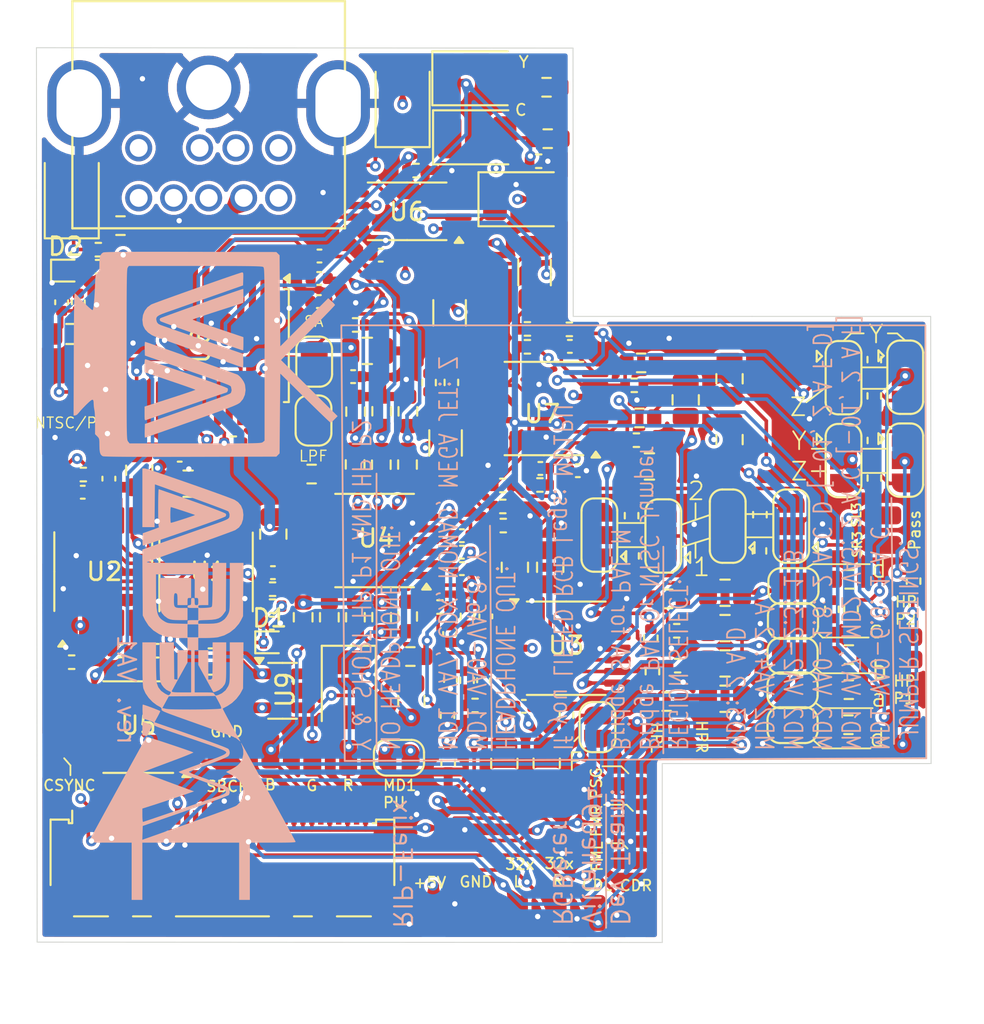
<source format=kicad_pcb>
(kicad_pcb (version 20241229) (generator "pcbnew") (generator_version "9.0")
  (layers (0 "F.Cu" signal) (4 "In1.Cu" signal) (6 "In2.Cu" signal) (2 "B.Cu" signal) (13 "F.Paste" user) (15 "B.Paste" user) (5 "F.SilkS" user "F.Silkscreen") (7 "B.SilkS" user "B.Silkscreen") (1 "F.Mask" user) (3 "B.Mask" user) (25 "Edge.Cuts" user))
  (net 0 "")
  (net 1 "+5V")
  (net 2 "/B-IN")
  (net 3 "GND")
  (net 4 "/PSG")
  (net 5 "/32X_L")
  (net 6 "/32X_R")
  (net 7 "/FM_R")
  (net 8 "/FM_L")
  (net 9 "/CV-OUT")
  (net 10 "/CLK")
  (net 11 "/G-IN")
  (net 12 "/R-OUT")
  (net 13 "/G-OUT")
  (net 14 "/B-OUT")
  (net 15 "/CSync")
  (net 16 "/R-IN")
  (net 17 "/CD_R")
  (net 18 "/CD_L")
  (net 19 "/AUD-R")
  (net 20 "/AUD-L")
  (net 21 "/AUD-M")
  (net 22 "Net-(32XPD1-A)")
  (net 23 "Net-(32XPD2-A)")
  (net 24 "Net-(C3-Pad2)")
  (net 25 "Net-(C4-Pad2)")
  (net 26 "Net-(D1-A)")
  (net 27 "Net-(U2A-RCext)")
  (net 28 "Net-(U2A-Cext)")
  (net 29 "Net-(U2B-Cext)")
  (net 30 "Net-(U2B-RCext)")
  (net 31 "Net-(U3A-+)")
  (net 32 "Net-(U3B-+)")
  (net 33 "Net-(C12-Pad1)")
  (net 34 "Net-(U3A--)")
  (net 35 "Net-(C13-Pad1)")
  (net 36 "Net-(U3B--)")
  (net 37 "Net-(C16-Pad1)")
  (net 38 "Net-(U4-CH2_IN)")
  (net 39 "Net-(C17-Pad1)")
  (net 40 "Net-(U4-CH3_IN)")
  (net 41 "Net-(U4-CH4_IN)")
  (net 42 "Net-(C18-Pad1)")
  (net 43 "Net-(C19-Pad2)")
  (net 44 "Net-(C20-Pad2)")
  (net 45 "Net-(C21-Pad2)")
  (net 46 "Net-(C22-Pad2)")
  (net 47 "Net-(C24-Pad2)")
  (net 48 "Net-(SR3-Pin_1)")
  (net 49 "Net-(C25-Pad2)")
  (net 50 "Net-(C26-Pad2)")
  (net 51 "Net-(SL3-Pin_1)")
  (net 52 "Net-(C27-Pad2)")
  (net 53 "Net-(C32-Pad1)")
  (net 54 "Net-(U8-RED)")
  (net 55 "Net-(U8-GREEN)")
  (net 56 "Net-(C33-Pad1)")
  (net 57 "Net-(C34-Pad1)")
  (net 58 "Net-(U8-BLUE)")
  (net 59 "Net-(U7A--)")
  (net 60 "/SR")
  (net 61 "Net-(U7B--)")
  (net 62 "/SL")
  (net 63 "/V_REF")
  (net 64 "/HP_R")
  (net 65 "Net-(HPR_SL2-Pin_1)")
  (net 66 "Net-(C42-Pad1)")
  (net 67 "Net-(C43-Pad1)")
  (net 68 "Net-(C44-Pad1)")
  (net 69 "Net-(HPL_SL2-Pin_1)")
  (net 70 "/HP_L")
  (net 71 "Net-(U8-LUM_OUT)")
  (net 72 "Net-(C46-Pad2)")
  (net 73 "Net-(U8-CHROM_OUT)")
  (net 74 "Net-(C47-Pad2)")
  (net 75 "Net-(C48-Pad2)")
  (net 76 "Net-(U8-CVBS_OUT)")
  (net 77 "Net-(C49-Pad2)")
  (net 78 "Net-(D2-A)")
  (net 79 "/C-OUT")
  (net 80 "/CSync_OUT")
  (net 81 "Net-(D1-K)")
  (net 82 "/Hsync")
  (net 83 "/YTRAP")
  (net 84 "Net-(LPF1-A)")
  (net 85 "/Y-OUT")
  (net 86 "Net-(MD1_PU1-A)")
  (net 87 "/NTSC{slash}PAL")
  (net 88 "Net-(PSGPD1-A)")
  (net 89 "Net-(PSGPD2-A)")
  (net 90 "Net-(PSGPD3-A)")
  (net 91 "Net-(U7C--)")
  (net 92 "Net-(R52-Pad2)")
  (net 93 "/~Vsync")
  (net 96 "/4xCLK")
  (net 99 "Net-(U7D--)")
  (net 100 "Net-(FMR_1-C)")
  (net 101 "Net-(FML_1-C)")
  (net 102 "Net-(FML_1-B)")
  (net 103 "Net-(FML_1-A)")
  (net 104 "Net-(FML_2-A)")
  (net 105 "Net-(FML_2-C)")
  (net 106 "Net-(FML_2-B)")
  (net 107 "Net-(FMR_1-B)")
  (net 108 "Net-(FMR_1-A)")
  (net 109 "Net-(FMR_2-B)")
  (net 110 "Net-(FMR_2-A)")
  (net 111 "Net-(FMR_2-C)")
  (net 112 "Net-(HPL_RES1-A)")
  (net 113 "Net-(HPL_RES1-B)")
  (net 114 "Net-(HPL_RES2-B)")
  (net 115 "Net-(HPL_RES2-A)")
  (net 116 "Net-(HPL_RES2-C)")
  (net 117 "Net-(HPL_SL1-Pin_1)")
  (net 118 "Net-(HPR_RES1-A)")
  (net 119 "Net-(HPR_RES1-B)")
  (net 120 "Net-(HPR_RES2-B)")
  (net 121 "Net-(HPR_RES2-A)")
  (net 122 "Net-(HPR_RES2-C)")
  (net 123 "Net-(HPR_SL1-Pin_1)")
  (net 124 "/Vsync")
  (net 125 "Net-(U8-YSET)")
  (net 126 "Net-(U8-CSET)")
  (net 127 "Net-(U8-CVSET)")
  (net 132 "Net-(PSGPD4-A)")
  (net 133 "Net-(SA1-B)")
  (footprint "Resistor_SMD:R_0603_1608Metric" (layer "F.Cu") (at 197.819696 96.53975)
    (property "Reference" "R56" (hide yes))
    (property "Value" "75")
  )
  (footprint "Capacitor_SMD:C_0402_1005Metric" (layer "F.Cu") (at 187.005813 112.715431 180)
    (property "Reference" "C39" (hide yes))
    (property "Value" "0.1u" (hide yes))
  )
  (footprint "Capacitor_SMD:C_0402_1005Metric" (layer "F.Cu") (at 177.31 117.11)
    (property "Reference" "C8" (hide yes))
    (property "Value" "0.1u" (hide yes))
  )
  (footprint "Jumper:SolderJumper-2_P1.3mm_Open_RoundedPad1.0x1.5mm" (layer "F.Cu") (at 211.575 130.25 180)
    (property "Reference" "PSGPD2" (hide yes))
    (property "Value" "~" (hide yes))
  )
  (footprint "Connector_Wire:SolderWirePad_1x01_SMD_1x2mm" (layer "F.Cu") (at 182.381242 133.628613)
    (property "Reference" "B_IN1" (hide yes))
    (property "Value" "~" (hide yes))
  )
  (footprint "Resistor_SMD:R_0402_1005Metric" (layer "F.Cu") (at 209.725 122.46 90)
    (property "Reference" "R21" (hide yes))
    (property "Value" "2.2k" (hide yes))
  )
  (footprint "Resistor_SMD:R_0402_1005Metric" (layer "F.Cu") (at 187.144016 109.827898 180)
    (property "Reference" "R72" (hide yes))
    (property "Value" "47k" (hide yes))
  )
  (footprint "Capacitor_SMD:C_0402_1005Metric" (layer "F.Cu") (at 188.55 105.925)
    (property "Reference" "C31" (hide yes))
    (property "Value" "0.1u" (hide yes))
  )
  (footprint "Resistor_SMD:R_0402_1005Metric" (layer "F.Cu") (at 202.84391 116.269479 180)
    (property "Reference" "R40" (hide yes))
    (property "Value" "10k" (hide yes))
  )
  (footprint "Connector_Wire:SolderWirePad_1x01_SMD_1x2mm" (layer "F.Cu") (at 170.25 133.9)
    (property "Reference" "S_IN1" (hide yes))
    (property "Value" "~" (hide yes))
  )
  (footprint "Capacitor_SMD:C_0402_1005Metric" (layer "F.Cu") (at 193.0875 122.53 180)
    (property "Reference" "C17" (hide yes))
    (property "Value" "0.1u" (hide yes))
  )
  (footprint "Resistor_SMD:R_0402_1005Metric" (layer "F.Cu") (at 199.095 110.075)
    (property "Reference" "R46" (hide yes))
    (property "Value" "10k" (hide yes))
  )
  (footprint "Connector_Wire:SolderWirePad_1x01_SMD_1x2mm" (layer "F.Cu") (at 171.602004 113.618487)
    (property "Reference" "NTSC/PAL1")
    (property "Value" "~")
  )
  (footprint "Package_SO:TSSOP-14_4.4x5mm_P0.65mm" (layer "F.Cu") (at 197.675 114.5 180)
    (property "Reference" "U7")
    (property "Value" "TS924" (hide yes))
  )
  (footprint "Connector_Wire:SolderWirePad_1x01_SMD_1x2mm" (layer "F.Cu") (at 184.72411 134.073698)
    (property "Reference" "G_IN1" (hide yes))
    (property "Value" "~" (hide yes))
  )
  (footprint "Capacitor_SMD:C_0402_1005Metric" (layer "F.Cu") (at 192.45 129.675 -90)
    (property "Reference" "C11" (hide yes))
    (property "Value" "47p" (hide yes))
  )
  (footprint "Resistor_SMD:R_0603_1608Metric" (layer "F.Cu") (at 184.212343 126.168911 90)
    (property "Reference" "R13" (hide yes))
    (property "Value" "5.6k")
  )
  (footprint "Connector_Wire:SolderWirePad_1x01_SMD_1x2mm" (layer "F.Cu") (at 200.62 142.7)
    (property "Reference" "CD_L1" (hide yes))
    (property "Value" "SMD_Conn_01x01" (hide yes))
  )
  (footprint "Connector_Wire:SolderWirePad_1x01_SMD_1x2mm" (layer "F.Cu") (at 179.862995 134.148552)
    (property "Reference" "CLK_IN1" (hide yes))
    (property "Value" "~" (hide yes))
  )
  (footprint "Capacitor_SMD:C_0805_2012Metric" (layer "F.Cu") (at 205.600662 114.011633 90)
    (property "Reference" "C26" (hide yes))
    (property "Value" "10u" (hide yes))
  )
  (footprint "Resistor_SMD:R_0402_1005Metric" (layer "F.Cu") (at 216.145 111.765 90)
    (property "Reference" "R63" (hide yes))
    (property "Value" "51k" (hide yes))
  )
  (footprint "Resistor_SMD:R_0603_1608Metric" (layer "F.Cu") (at 188.581609 117.639454 -90)
    (property "Reference" "R37" (hide yes))
    (property "Value" "75")
  )
  (footprint "Resistor_SMD:R_0603_1608Metric" (layer "F.Cu") (at 204.618559 125.141974 180)
    (property "Reference" "R26" (hide yes))
    (property "Value" "36k")
  )
  (footprint "Connector_Wire:SolderWirePad_1x01_SMD_1x2mm" (layer "F.Cu") (at 216.65 122.125 90)
    (property "Reference" "SR3")
    (property "Value" "SMD_Conn_01x01" (hide yes))
  )
  (footprint "Jumper:SolderJumper-3_P1.3mm_Open_RoundedPad1.0x1.5mm" (layer "F.Cu") (at 217.875 112.75 -90)
    (property "Reference" "HPL_RES2" (hide yes))
    (property "Value" "SolderJumper_3_Open" (hide yes))
  )
  (footprint "Jumper:SolderJumper-2_P1.3mm_Open_RoundedPad1.0x1.5mm" (layer "F.Cu") (at 189.569752 134.022554)
    (property "Reference" "MD1_PU1" (hide yes))
    (property "Value" "~" (hide yes))
  )
  (footprint "Capacitor_SMD:C_0805_2012Metric" (layer "F.Cu") (at 177.78 118.7)
    (property "Reference" "C10" (hide yes))
    (property "Value" "10u" (hide yes))
  )
  (footprint "Resistor_SMD:R_0402_1005Metric" (layer "F.Cu") (at 203.740459 129.210114 -90)
    (property "Reference" "R32" (hide yes))
    (property "Value" "47k" (hide yes))
  )
  (footprint "Capacitor_SMD:C_0402_1005Metric" (layer "F.Cu") (at 199.125 111.025)
    (property "Reference" "C36" (hide yes))
    (property "Value" "5600p" (hide yes))
  )
  (footprint "Inductor_SMD:L_0805_2012Metric" (layer "F.Cu") (at 171.37 110.332275 180)
    (property "Reference" "L1" (hide yes))
    (property "Value" "100uH")
  )
  (footprint "Resistor_SMD:R_0402_1005Metric" (layer "F.Cu") (at 192.28153 131.647988 90)
    (property "Reference" "R18" (hide yes))
    (property "Value" "1k" (hide yes))
  )
  (footprint "Connector_Wire:SolderWirePad_1x01_SMD_1x2mm" (layer "F.Cu") (at 197.84527 97.905149 90)
    (property "Reference" "CHROMA1" (hide yes))
    (property "Value" "SMD_Conn_01x01" (hide yes))
  )
  (footprint "Jumper:SolderJumper-3_P1.3mm_Open_RoundedPad1.0x1.5mm" (layer "F.Cu") (at 200.775 121.575 90)
    (property "Reference" "FML_1" (hide yes))
    (property "Value" "SolderJumper_3_Open" (hide yes))
  )
  (footprint "Connector_Wire:SolderWirePad_1x01_SMD_1x2mm" (layer "F.Cu") (at 179.858948 131.075199)
    (property "Reference" "GND2" (hide yes))
    (property "Value" "SMD_Conn_01x01")
  )
  (footprint "Resistor_SMD:R_0402_1005Metric" (layer "F.Cu") (at 193.4 126.115 90)
    (property "Reference" "R7" (hide yes))
    (property "Value" "47k" (hide yes))
  )
  (footprint "Resistor_SMD:R_0402_1005Metric" (layer "F.Cu") (at 205.1 126.925 180)
    (property "Reference" "R27" (hide yes))
    (property "Value" "51k" (hide yes))
  )
  (footprint "Capacitor_SMD:C_0402_1005Metric" (layer "F.Cu") (at 182.458734 126.499048 180)
    (property "Reference" "C5" (hide yes))
    (property "Value" "22n" (hide yes))
  )
  (footprint "Connector_Wire:SolderWirePad_1x01_SMD_1x2mm" (layer "F.Cu") (at 202.54 137.66 90)
    (property "Reference" "FM_R1" (hide yes))
    (property "Value" "SMD_Conn_01x01" (hide yes))
  )
  (footprint "Capacitor_SMD:C_0805_2012Metric" (layer "F.Cu") (at 195.46 134.34 90)
    (property "Reference" "C4" (hide yes))
    (property "Value" "10u" (hide yes))
  )
  (footprint "Connector_Wire:SolderWirePad_1x01_SMD_1x2mm" (layer "F.Cu") (at 217.825491 127.271 90)
    (property "Reference" "HPL_SL2" (hide yes))
    (property "Value" "SMD_Conn_01x01" (hide yes))
  )
  (footprint "Resistor_SMD:R_0402_1005Metric" (layer "F.Cu") (at 182.503131 124.599024 180)
    (property "Reference" "R20" (hide yes))
    (property "Value" "10k" (hide yes))
  )
  (footprint "Resistor_SMD:R_0603_1608Metric" (layer "F.Cu") (at 214.697873 132.177633)
    (property "Reference" "R15" (hide yes))
    (property "Value" "75")
  )
  (footprint "Connector_Wire:SolderWirePad_1x01_SMD_1x2mm" (layer "F.Cu") (at 202.675 132.875)
    (property "Reference" "HP_L1" (hide yes))
    (property "Value" "SMD_Conn_01x01" (hide yes))
  )
  (footprint "Resistor_SMD:R_0603_1608Metric" (layer "F.Cu") (at 197.885751 99.413531)
    (property "Reference" "R57" (hide yes))
    (property "Value" "75")
  )
  (footprint "Jumper:SolderJumper-3_P1.3mm_Open_RoundedPad1.0x1.5mm" (layer "F.Cu") (at 214.425 117.41 -90)
    (property "Reference" "HPR_RES1" (hide yes))
    (property "Value" "SolderJumper_3_Open" (hide yes))
  )
  (footprint "Capacitor_SMD:C_0402_1005Metric" (layer "F.Cu") (at 193.0875 121.61 180)
    (property "Reference" "C18" (hide yes))
    (property "Value" "0.1u" (hide yes))
  )
  (footprint "Jumper:SolderJumper-2_P1.3mm_Open_RoundedPad1.0x1.5mm" (layer "F.Cu") (at 184.829833 111.8792 90)
    (property "Reference" "SA1" (hide yes))
    (property "Value" "~")
  )
  (footprint "Connector_Wire:SolderWirePad_1x01_SMD_1x2mm" (layer "F.Cu") (at 205.325 132.865)
    (property "Reference" "HP_R1" (hide yes))
    (property "Value" "SMD_Conn_01x01" (hide yes))
  )
  (footprint "Capacitor_Tantalum_SMD:CP_EIA-3528-15_AVX-H" (layer "F.Cu") (at 186.764264 130.222929 -90)
    (property "Reference" "C56" (hide yes))
    (property "Value" "220uF")
  )
  (footprint "Resistor_SMD:R_0603_1608Metric" (layer "F.Cu") (at 187.116822 117.624507 -90)
    (property "Reference" "R38" (hide yes))
    (property "Value" "75")
  )
  (footprint "Capacitor_SMD:C_0402_1005Metric" (layer "F.Cu") (at 199.57 117.975)
    (property "Reference" "C37" (hide yes))
    (property "Value" "0.1u" (hide yes))
  )
  (footprint "Package_SO:TSSOP-28_6.1x9.7mm_P0.65mm" (layer "F.Cu") (at 178.45 110.98 -90)
    (property "Reference" "U8")
    (property "Value" "AD723")
  )
  (footprint "Resistor_SMD:R_0402_1005Metric" (layer "F.Cu") (at 213.773039 125.724349 90)
    (property "Reference" "R30" (hide yes))
    (property "Value" "15k" (hide yes))
  )
  (footprint "Resistor_SMD:R_0402_1005Metric" (layer "F.Cu") (at 202.725 113.2 180)
    (property "Reference" "R41" (hide yes))
    (property "Value" "10k" (hide yes))
  )
  (footprint "Resistor_SMD:R_0402_1005Metric" (layer "F.Cu") (at 172.76 105.62)
    (property "Reference" "R68" (hide yes))
    (property "Value" "620")
  )
  (footprint "Resistor_SMD:R_0402_1005Metric" (layer "F.Cu") (at 195.375 118.8 180)
    (property "Reference" "R48" (hide yes))
    (property "Value" "10k" (hide yes))
  )
  (footprint "Capacitor_SMD:C_0805_2012Metric" (layer "F.Cu") (at 198.025 123.375 90)
    (property "Reference" "C15" (hide yes))
    (property "Value" "10u" (hide yes))
  )
  (footprint "Capacitor_SMD:C_0805_2012Metric" (layer "F.Cu") (at 187.801676 111.277738 180)
    (property "Reference" "C38" (hide yes))
    (property "Value" "10u" (hide yes))
  )
  (footprint "Resistor_SMD:R_0402_1005Metric" (layer "F.Cu") (at 202.6 122.74 -90)
    (property "Reference" "R23" (hide yes))
    (property "Value" "2.2k" (hide yes))
  )
  (footprint "Connector_Wire:SolderWirePad_1x01_SMD_1x2mm" (layer "F.Cu") (at 196.28 142.73)
    (property "Reference" "32X_L1" (hide yes))
    (property "Value" "SMD_Conn_01x01" (hide yes))
  )
  (footprint "Package_SO:TSSOP-14_4.4x5mm_P0.65mm" (layer "F.Cu") (at 198.92 127.9)
    (property "Reference" "U3")
    (property "Value" "TS924" (hide yes))
  )
  (footprint "Resistor_SMD:R_0402_1005Metric" (layer "F.Cu") (at 182.61 116.44)
    (property "Reference" "R69" (hide yes))
    (property "Value" "375")
  )
  (footprint "Jumper:SolderJumper-2_P1.3mm_Open_RoundedPad1.0x1.5mm" (layer "F.Cu") (at 184.79135 115.170105 90)
    (property "Reference" "LPF1" (hide yes))
    (property "Value" "~" (hide yes))
  )
  (footprint "Resistor_SMD:R_0603_1608Metric" (layer "F.Cu") (at 190.054393 126.126459 90)
    (property "Reference" "R14" (hide yes))
    (property "Value" "5.6k")
  )
  (footprint "Resistor_SMD:R_0402_1005Metric" (layer "F.Cu") (at 203.649079 127.339561 90)
    (property "Reference" "R31" (hide yes))
    (property "Value" "47k" (hide yes))
  )
  (footprint "Resistor_SMD:R_0402_1005Metric" (layer "F.Cu") (at 209.75 120.435 -90)
    (property "Reference" "R22" (hide yes))
    (property "Value" "22k" (hide yes))
  )
  (footprint "Resistor_SMD:R_0603_1608Metric" (layer "F.Cu") (at 184.686639 118.163918 180)
    (property "Reference" "R35" (hide yes))
    (property "Value" "5.6k")
  )
  (footprint "Connector_Wire:SolderWirePad_1x01_SMD_1x2mm" (layer "F.Cu") (at 216.65 120.475 90)
    (property "Reference" "SL3")
    (property "Value" "SMD_Conn_01x01" (hide yes))
  )
  (footprint "Connector_Wire:SolderWirePad_1x01_SMD_1x2mm" (layer "F.Cu") (at 217.832965 128.540707 90)
    (property "Reference" "HPL_SL1" (hide yes))
    (property "Value" "SMD_Conn_01x01" (hide yes))
  )
  (footprint "Resistor_SMD:R_0402_1005Metric" (layer "F.Cu") (at 198.935017 131.650071 90)
    (property "Reference" "R25" (hide yes))
    (property "Value" "22k")
  )
  (footprint "Capacitor_Tantalum_SMD:CP_EIA-3528-15_AVX-H" (layer "F.Cu") (at 171.275 102.525 90)
    (property "Reference" "C48" (hide yes))
    (property "Value" "220u" (hide yes))
  )
  (footprint "Capacitor_SMD:C_0402_1005Metric" (layer "F.Cu") (at 185.09 108.52 180)
    (property "Reference" "C32" (hide yes))
    (property "Value" "0.1u" (hide yes))
  )
  (footprint "Connector_Wire:SolderWirePad_1x01_SMD_1x2mm" (layer "F.Cu") (at 186.72953 134.029302)
    (property "Reference" "R_IN1" (hide yes))
    (property "Value" "~" (hide yes))
  )
  (footprint "Jumper:SolderJumper-2_P1.3mm_Open_RoundedPad1.0x1.5mm" (layer "F.Cu") (at 200.67 132.31 -90)
    (property "Reference" "PSGPD4" (hide yes))
    (property "Value" "~")
  )
  (footprint "Capacitor_Tantalum_SMD:CP_EIA-3528-15_AVX-H" (layer "F.Cu") (at 193.934188 99.338485)
    (property "Reference" "C47" (hide yes))
    (property "Value" "220u" (hide yes))
  )
  (footprint "Resistor_SMD:R_0402_1005Metric" (layer "F.Cu") (at 214.845472 125.713078 -90)
    (property "Reference" "R61" (hide yes))
    (property "Value" "100" (hide yes))
  )
  (footprint "Resistor_SMD:R_0402_1005Metric" (layer "F.Cu") (at 178.86 116.74 90)
    (property "Reference" "R71" (hide yes))
    (property "Value" "374")
  )
  (footprint "Capacitor_SMD:C_0402_1005Metric" (layer "F.Cu") (at 171.64 108.56 -90)
    (property "Reference" "C49" (hide yes))
    (property "Value" "7p")
  )
  (footprint "Resistor_SMD:R_0402_1005Metric" (layer "F.Cu") (at 171.92 118.19)
    (property "Reference" "R2" (hide yes))
    (property "Value" "10k" (hide yes))
  )
  (footprint "Resistor_SMD:R_0603_1608Metric" (layer "F.Cu") (at 214.763265 124.04657)
    (property "Reference" "R17" (hide yes))
    (property "Value" "75")
  )
  (footprint "Connector_Wire:SolderWirePad_1x01_SMD_1x2mm" (layer "F.Cu") (at 217.724912 131.807118 90)
    (property "Reference" "HPR_SL2" (hide yes))
    (property "Value" "SMD_Conn_01x01" (hide yes))
  )
  (footprint "Capacitor_SMD:C_1206_3216Metric" (layer "F.Cu") (at 197.15 106.9 90)
    (property "Reference" "C44" (hide yes))
    (property "Value" "47u")
  )
  (footprint "Package_TO_SOT_SMD:TSOT-23-5" (layer "F.Cu") (at 183.060797 130.281303)
    (property "Reference" "U9")
    (property "Value" "NCV8114ASN250T1G")
  )
  (footprint "Resistor_SMD:R_0402_1005Metric" (layer "F.Cu") (at 182.498149 125.548147)
    (property "Reference" "R1" (hide yes))
    (property "Value" "4.7k" (hide yes))
  )
  (footprint "Resistor_SMD:R_0402_1005Metric" (layer "F.Cu") (at 192.32 134.31 90)
    (property "Reference" "R19" (hide yes))
    (property "Value" "1k" (hide yes))
  )
  (footprint "Capacitor_Tantalum_SMD:CP_EIA-3528-15_AVX-H" (layer "F.Cu") (at 193.894953 96.035241)
    (property "Reference" "C46" (hide yes))
    (property "Value" "220u" (hide yes))
  )
  (footprint "Capacitor_SMD:C_0402_1005Metric" (layer "F.Cu") (at 171.89 119.18 180)
    (property "Reference" "C6" (hide yes))
    (property "Value" "1n" (hide yes))
  )
  (footprint "Capacitor_SMD:C_0402_1005Metric" (layer "F.Cu") (at 175.753296 129.064208)
    (property "Reference" "C23" (hide yes))
    (property "Value" "0.01u" (hide yes))
  )
  (footprint "Resistor_SMD:R_0603_1608Metric" (layer "F.Cu") (at 203.014864 115.025157 180)
    (property "Reference" "R39" (hide yes))
    (property "Value" "7.5k")
  )
  (footprint "Connector_Wire:SolderWirePad_1x01_SMD_1x2mm" (layer "F.Cu") (at 193.97 142.82)
    (property "Reference" "GND1" (hide yes))
    (property "Value" "~" (hide yes))
  )
  (footprint "Connector_Wire:SolderWirePad_1x01_SMD_1x2mm" (layer "F.Cu") (at 191.51 142.82)
    (property "Reference" "5V1" (hide yes))
    (property "Value" "~" (hide yes))
  )
  (footprint "Resistor_SMD:R_0603_1608Metric" (layer "F.Cu") (at 190.067882 114.6585 90)
    (property "Reference" "R43" (hide yes))
    (property "Value" "75")
  )
  (footprint "Capacitor_SMD:C_0402_1005Metric" (layer "F.Cu") (at 182.521815 123.674191 180)
    (property "Reference" "C28" (hide yes))
    (property "Value" "0.1u" (hide yes))
  )
  (footprint "Jumper:SolderJumper-2_P1.3mm_Open_RoundedPad1.0x1.5mm" (layer "F.Cu") (at 211.575 128.325 180)
    (property "Reference" "PSGPD3" (hide yes))
    (property "Value" "~" (hide yes))
  )
  (footprint "Resistor_SMD:R_0402_1005Metric" (layer "F.Cu") (at 196.75 110.05 180)
    (property "Reference" "R55" (hide yes))
    (property "Value" "330" (hide yes))
  )
  (footprint "Jumper:SolderJumper-2_P1.3mm_Open_RoundedPad1.0x1.5mm" (layer "F.Cu") (at 211.625 124.425 180)
    (property "Reference" "32XPD2" (hide yes))
    (property "Value" "~" (hide yes))
  )
  (footprint "Resistor_SMD:R_0402_1005Metric" (layer "F.Cu") (at 205.15 128.875 180)
    (property "Reference" "R28" (hide yes))
    (property "Value" "51k" (hide yes))
  )
  (footprint "Resistor_SMD:R_0603_1608Metric" (layer "F.Cu") (at 185.67713 126.168911 90)
    (property "Reference" "R9" (hide yes))
    (property "Value" "5.6k")
  )
  (footprint "Capacitor_SMD:C_0402_1005Metric" (layer "F.Cu") (at 185.125 105.975 180)
    (property "Reference" "C34" (hide yes))
    (property "Value" "0.1u" (hide yes))
  )
  (footprint "Connector_Wire:SolderWirePad_1x01_SMD_1x2mm" (layer "F.Cu") (at 197.910039 95.181405 90)
    (property "Reference" "LUMA1" (hide yes))
    (property "Value" "SMD_Conn_01x01" (hide yes))
  )
  (footprint "Capacitor_SMD:C_0805_2012Metric" (layer "F.Cu") (at 196.05 123.375 90)
    (property "Reference" "C14" (hide yes))
    (property "Value" "10u" (hide yes))
  )
  (footprint "Package_SO:TSSOP-8_4.4x3mm_P0.65mm" (layer "F.Cu") (at 190.025 103.475 180)
    (property "Reference" "U6")
    (property "Value" "TS922" (hide yes))
  )
  (footprint "Resistor_SMD:R_0402_1005Metric" (layer "F.Cu") (at 216.15 116.285 90)
    (property "Reference" "R65" (hide yes))
    (property "Value" "51k" (hide yes))
  )
  (footprint "Resistor_SMD:R_0402_1005Metric" (layer "F.Cu") (at 196.75 111.05)
    (property "Reference" "R49" (hide yes))
    (property "Value" "10k" (hide yes))
  )
  (footprint "Capacitor_SMD:C_0402_1005Metric" (layer "F.Cu") (at 170.71 108.56 90)
    (property "Reference" "C50" (hide yes))
    (property "Value" "12p")
  )
  (footprint "Capacitor_SMD:C_0402_1005Metric" (layer "F.Cu") (at 194.425 126.12 -90)
    (property "Reference" "C12" (hide yes))
    (property "Value" "47p" (hide yes))
  )
  (footprint "Capacitor_SMD:C_0805_2012Metric" (layer "F.Cu") (at 208.050662 112.836633 90)
    (property "Reference" "C27" (hide yes))
    (property "Value" "10u" (hide yes))
  )
  (footprint "Resistor_SMD:R_0402_1005Metric" (layer "F.Cu") (at 175.97 128.04 180)
    (property "Reference" "R3" (hide yes))
    (property "Value" "10k" (hide yes))
  )
  (footprint "Resistor_SMD:R_0603_1608Metric" (layer "F.Cu") (at 204.539253 130.878458 180)
    (property "Reference" "R29" (hide yes))
    (property "Value" "36k")
  )
  (footprint "Capacitor_SMD:C_1206_3216Metric" (layer "F.Cu") (at 192.4 109.15 90)
    (property "Reference" "C43" (hide yes))
    (property "Value" "47u")
  )
  (footprint "Capacitor_SMD:C_0805_2012Metric" (layer "F.Cu") (at 208.050662 116.236633 90)
    (property "Reference" "C24" (hide yes))
    (property "Value" "10u" (hide yes))
  )
  (footprint "Connector_Wire:SolderWirePad_1x01_SMD_1x2mm" (layer "F.Cu") (at 202.79 142.7)
    (property "Reference" "CD_R1" (hide yes))
    (property "Value" "SMD_Conn_01x01" (hide yes))
  )
  (footprint "Capacitor_SMD:C_0402_1005Metric" (layer "F.Cu") (at 194.3 129.695 90)
    (property "Reference" "C13" (hide yes))
    (property "Value" "47p" (hide yes))
  )
  (footprint "Capacitor_SMD:C_0805_2012Metric" (layer "F.Cu") (at 175.05 117.95 90)
    (property "Reference" "C1" (hide yes))
    (property "Value" "10u" (hide yes))
  )
  (footprint "Capacitor_Tantalum_SMD:CP_EIA-3528-15_AVX-H" (layer "F.Cu") (at 196.475 102.8)
    (property "Reference" "C45" (hide yes))
    (property "Value" "220u" (hide yes))
  )
  (footprint "Resistor_SMD:R_0402_1005Metric" (layer "F.Cu") (at 171.27 128.68)
    (property "Reference" "R6" (hide yes))
    (property "Value" "2.2k" (hide yes))
  )
  (footprint "Resistor_SMD:R_0402_1005Metric" (layer "F.Cu") (at 193.375 129.69 -90)
    (property "Reference" "R8" (hide yes))
    (property "Value" "47k" (hide yes))
  )
  (footprint "Capacitor_SMD:C_0805_2012Metric" (layer "F.Cu") (at 179.186731 128.643255 180)
    (property "Reference" "C55" (hide yes))
    (property "Value" "10uF")
  )
  (footprint "Resistor_SMD:R_0603_1608Metric" (layer "F.Cu") (at 188.603095 114.651027 90)
    (property "Reference" "R44" (hide yes))
    (property "Value" "75")
  )
  (footprint "Resistor_SMD:R_0402_1005Metric" (layer "F.Cu") (at 191.861088 125.597715 180)
    (property "Reference" "R4" (hide yes))
    (property "Value" "47k" (hide yes))
  )
  (footprint "Jumper:SolderJumper-3_P1.3mm_Open_RoundedPad1.0x1.5mm" (layer "F.Cu") (at 214.425 112.775 -90)
    (property "Reference" "HPL_RES1" (hide yes))
    (property "Value" "SolderJumper_3_Open" (hide yes))
  )
  (footprint "Capacitor_SMD:C_0805_2012Metric" (layer "F.Cu") (at 207.8 124.8 180)
    (property "Reference" "C19" (hide yes))
    (property "Value" "10u" (hide yes))
  )
  (footprint "Capacitor_SMD:C_0805_2012Metric" (layer "F.Cu") (at 182.544235 121.52185 -90)
    (property "Reference" "C29" (hide yes))
    (property "Value" "10u" (hide yes))
  )
  (footprint "Resistor_SMD:R_0603_1608Metric" (layer "F.Cu") (at 214.720293 130.215865)
    (property "Reference" "R33" (hide yes))
    (property "Value" "3.6k")
  )
  (footprint "Jumper:SolderJumper-3_P1.3mm_Open_RoundedPad1.0x1.5mm" (layer "F.Cu") (at 211.5 121.075 90)
    (property "Reference" "FMR_1" (hide yes))
    (property "Value" "SolderJumper_3_Open" (hide yes))
  )
  (footprint "Capacitor_SMD:C_0805_2012Metric" (layer "F.Cu") (at 190.264255 130.826439 90)
    (property "Reference" "C54" (hide yes))
    (property "Value" "10uF")
  )
  (footprint "Resistor_SMD:R_0402_1005Metric" (layer "F.Cu") (at 197.381919 100.674356)
    (property "Reference" "R66" (hide yes))
    (property "Value" "100")
  )
  (footprint "Capacitor_SMD:C_0805_2012Metric" (layer "F.Cu") (at 207.8 128.75 180)
    (property "Reference" "C21" (hide yes))
    (property "Value" "10u" (hide yes))
  )
  (footprint "Connector_Wire:SolderWirePad_1x01_SMD_1x2mm" (layer "F.Cu") (at 217.729895 133.270659 90)
    (property "Reference" "HPR_SL1" (hide yes))
    (property "Value" "SMD_Conn_01x01" (hide yes))
  )
  (footprint "Jumper:SolderJumper-3_P1.3mm_Open_RoundedPad1.0x1.5mm" (layer "F.Cu") (at 207.95 121.075 90)
    (property "Reference" "FMR_2" (hide yes))
    (property "Value" "SolderJumper_3_Open" (hide yes))
  )
  (footprint "Resistor_SMD:R_0402_1005Metric" (layer "F.Cu") (at 180.31 116.44 180)
    (property "Reference" "R70" (hide yes))
    (property "Value" "375")
  )
  (footprint "Capacitor_SMD:C_0805_2012Metric" (layer "F.Cu") (at 207.8 130.725 180)
    (property "Reference" "C22" (hide yes))
    (property "Value" "10u" (hide yes))
  )
  (footprint "Capacitor_SMD:C_1206_3216Metric" (layer "F.Cu") (at 192.175 116.425 90)
    (property "Reference" "C42" (hide yes))
    (property "Value" "47u")
  )
  (footprint "Resistor_SMD:R_0402_1005Metric" (layer "F.Cu") (at 197.45 118.775)
    (property "Reference" "R47" (hide yes))
    (property "Value" "10k" (hide yes))
  )
  (footprint "Capacitor_SMD:C_0805_2012Metric" (layer "F.Cu") (at 207.8 126.775 180)
    (property "Reference" "C20" (hide yes))
    (property "Value" "10u" (hide yes))
  )
  (footprint "Resistor_SMD:R_0402_1005Metric" (layer "F.Cu") (at 195.400807 121.043428 180)
    (property "Reference" "R16" (hide yes))
    (property "Value" "1k" (hide yes))
  )
  (footprint "Jumper:SolderJumper-2_P1.3mm_Open_RoundedPad1.0x1.5mm" (layer "F.Cu") (at 211.575 132.2 180)
    (property "Reference" "32XPD1" (hide yes))
    (property "Value" "~" (hide yes))
  )
  (footprint "Capacitor_SMD:C_0402_1005Metric" (layer "F.Cu") (at 174.01 128.05)
    (property "Reference" "C7" (hide yes))
    (property "Value" "22n" (hide yes))
  )
  (footprint "Capacitor_SMD:C_0402_1005Metric" (layer "F.Cu") (at 197.475 117.85)
    (property "Reference" "C35" (hide yes))
    (property "Value" "5600p" (hide yes))
  )
  (footprint "Connector_FFC-FPC:Molex_502244-3330_1x33-1MP_P0.5mm_Horizontal" (layer "F.Cu") (at 179.7 140.44)
    (property "Reference" "Z1" (hide yes))
    (property "Value" "Conn_01x33_Pin" (hide yes))
  )
  (footprint "Capacitor_SMD:C_0805_2012Metric" (layer "F.Cu") (at 197.83 134.33 90)
    (property "Reference" "C3" (hide yes))
    (property "Value" "10u" (hide yes))
  )
  (footprint "Connector_Wire:SolderWirePad_1x01_SMD_1x2mm" (layer "F.Cu") (at 202.51 139.75 90)
    (property "Reference" "FM_L1" (hide yes))
    (property "Value" "SMD_Conn_01x01" (hide yes))
  )
  (footprint "Resistor_SMD:R_0402_1005Metric" (layer "F.Cu") (at 193.825 131.1)
    (property "Reference" "R5" (hide yes))
    (property "Value" "47k" (hide yes))
  )
  (footprint "Package_SO:TSSOP-14_4.4x5mm_P0.65mm" (layer "F.Cu") (at 178.785 123.635 90)
    (property "Reference" "U1")
    (property "Value" "CD4070" (hide yes))
  )
  (footprint "Resistor_SMD:R_0402_1005Metric" (layer "F.Cu") (at 172.772088 106.570501)
    (property "Reference" "R59" (hide yes))
    (property "Value" "47k")
  )
  (footprint "Resistor_SMD:R_0603_1608Metric" (layer "F.Cu") (at 187.134444 126.168911 90)
    (property "Reference" "R10" (hide yes))
    (property "Value" "5.6k")
  )
  (footprint "Diode_SMD:D_SOD-882" (layer "F.Cu") (at 170.927539 106.788582)
    (property "Reference" "D2")
    (property "Value" "1N4148W")
  )
  (footprint "Resistor_SMD:R_0402_1005Metric" (layer "F.Cu") (at 218.341897 124.148145 -90)
    (property "Reference" "R60" (hide yes))
    (property "Value" "100" (hide yes))
  )
  (footprint "Resistor_SMD:R_0603_1608Metric" (layer "F.Cu") (at 214.72403 128.257158)
    (property "Reference" "R34" (hide yes))
    (property "Value" "820")
  )
  (footprint "Resistor_SMD:R_0402_1005Metric" (layer "F.Cu") (at 191.25 113.05 90)
    (property "Reference" "R54" (hide yes))
    (property "Value" "330" (hide yes))
  )
  (footprint "Jumper:SolderJumper-3_P1.3mm_Open_RoundedPad1.0x1.5mm" (layer "F.Cu") (at 217.875 117.385 -90)
    (property "Reference" "HPR_RES2" (hide yes))
    (property "Value" "SolderJumper_3_Open" (hide yes))
  )
  (footprint "Capacitor_SMD:C_0402_1005Metric" (layer "F.Cu") (at 193.0875 123.45 180)
    (property "Reference" "C16" (hide yes))
    (property "Value" "0.1u" (hide yes))
  )
  (footprint "Resistor_SMD:R_0402_1005Metric" (layer "F.Cu") (at 190.526939 101.197495)
    (property "Reference" "R67" (hide yes))
    (property "Value" "100")
  )
  (footprint "Resistor_SMD:R_0402_1005Metric" (layer "F.Cu") (at 216.145 113.795 90)
    (property "Reference" "R62" (hide yes))
    (property "Value" "10k" (hide yes))
  )
  (footprint "Resistor_SMD:R_0603_1608Metric" (layer "F.Cu") (at 174 104.275)
    (property "Reference" "R58" (hide yes))
    (property "Value" "75")
  )
  (footprint "Capacitor_SMD:C_0402_1005Metric" (layer "F.Cu") (at 196.55 131.15)
    (property "Reference" "C30" (hide yes))
    (property "Value" "0.1u" (hide yes))
  )
  (footprint "Package_SO:TSSOP-16_4.4x5mm_P0.65mm" (layer "F.Cu") (at 173.035 123.6175 90)
    (property "Reference" "U2")
    (property "Value" "74HCT123" (hide yes))
  )
  (footprint "Capacitor_SMD:C_0805_2012Metric" (layer "F.Cu") (at 203.572567 117.738003)
    (property "Reference" "C25" (hide yes))
    (property "Value" "10u" (hide yes))
  )
  (footprint "Package_SO:TSSOP-14_4.4x5mm_P0.65mm" (layer "F.Cu") (at 188.2075 121.88 180)
    (property "Reference" "U4")
    (property "Value" "THS7374" (hide yes))
  )
  (footprint "Resistor_SMD:R_0402_1005Metric" (layer "F.Cu") (at 192.5 113.04 90)
    (property "Reference" "R52" (hide yes))
    (property "Value" "4.7k" (hide yes))
  )
  (footprint "Resistor_SMD:R_0603_1608Metric" (layer "F.Cu") (at 190.207413 128.363756)
    (property "Reference" "R12" (hide yes))
    (property "Value" "5.6k")
  )
  (footprint "Resistor_SMD:R_0603_1608Metric" (layer "F.Cu") (at 188.600816 126.16258 90)
    (property "Reference" "R11" (hide yes))
    (property "Value" "5.6k")
  )
  (footprint "Capacitor_SMD:C_0402_1005Metric" (layer "F.Cu") (at 173.35 118.42 90)
    (property "Reference" "C2" (hide yes))
    (property "Value" "0.1u" (hide yes))
  )
  (footprint "Connector_Wire:SolderWirePad_1x01_SMD_1x2mm" (layer "F.Cu") (at 198.44 142.72)
    (property "Reference" "32X_R1" (hide yes))
    (property "Value" "SMD_Conn_01x01" (hide yes))
  )
  (footprint "Resistor_SMD:R_0402_1005Metric" (layer "F.Cu") (at 202.575 120.49 -90)
    (property "Reference" "R24" (hide yes))
    (property "Value" "22k" (hide yes))
  )
  (footprint "Capacitor_SMD:C_0402_1005Metric" (layer "F.Cu") (at 192.4 127.1 -90)
    (property "Reference" "C9" (hide yes))
    (property "Value" "47p" (hide yes))
  )
  (footprint "Resistor_SMD:R_0402_1005Metric" (layer "F.Cu") (at 195.375 119.975 180)
    (property "Reference" "R53" (hide yes))
    (property "Value" "330" (hide yes))
  )
  (footprint "MyLibrary:MD90SM-MD2" (layer "F.Cu") (at 178.929 104.933)
    (property "Reference" "CN1" (hide yes))
    (property "Value" "MD-90SM_MD2" (hide yes))
  )
  (footprint "Resistor_SMD:R_0402_1005Metric" (layer "F.Cu") (at 216.15 118.385 90)
    (property "Reference" "R64" (hide yes))
    (property "Value" "10k" (hide yes))
  )
  (footprint "Capacitor_SMD:C_0402_1005Metric" (layer "F.Cu") (at 185.11 107.23 180)
    (property "Reference" "C33" (hide yes))
    (property "Value" "0.1u" (hide yes))
  )
  (footprint "Jumper:SolderJumper-2_P1.3mm_Open_RoundedPad1.0x1.5mm" (layer "F.Cu") (at 211.6 126.375 180)
    (property "Reference" "PSGPD1" (hide yes))
    (property "Value" "~" (hide yes))
  )
  (footprint "Package_SO:SOIC-8_3.9x4.9mm_P1.27mm" (layer "F.Cu") (at 174.993296 132.309208 180)
    (property "Reference" "U5")
    (property "Value" "ICS501" (hide yes))
  )
  (footprint "Resistor_SMD:R_0603_1608Metric" (layer "F.Cu") (at 203.111084 111.946738 180)
    (property "Reference" "R42" (hide yes))
    (property "Value" "7.5k")
  )
  (footprint "Capacitor_Tantalum_SMD:CP_EIA-3528-15_AVX-H" (layer "F.Cu") (at 189.775 97.425 90)
    (property "Reference" "C41" (hide yes))
    (property "Value" "220u" (hide yes))
  )
  (footprint "Diode_SMD:D_SOD-882" (layer "F.Cu") (at 182.346811 127.56854)
    (property "Reference" "D1")
    (property "Value" "1N4148W")
  )
  (footprint "Resistor_SMD:R_0603_1608Metric" (layer "F.Cu") (at 190.046396 117.631981 -90)
    (property "Reference" "R36" (hide yes))
    (property "Value" "75")
  )
  (footprint "Connector_Wire:SolderWirePad_1x01_SMD_1x2mm" (layer "F.Cu") (at 202.53 135.61 90)
    (property "Reference" "P1" (hide yes))
    (property "Value" "SMD_Conn_01x01" (hide yes))
  )
  (footprint "Jumper:SolderJumper-3_P1.3mm_Open_RoundedPad1.0x1.5mm" (layer "F.Cu") (at 204.35 121.625 90)
    (property "Reference" "FML_2" (hide yes))
    (property "Value" "SolderJumper_3_Open" (hide yes))
  )
  (footprint "Resistor_SMD:R_0603_1608Metric" (layer "F.Cu") (at 187.145781 114.673447 90)
    (property "Reference" "R45" (hide yes))
    (property "Value" "75")
  )
  (footprint "LOGO_Library:MegaAV Logo 2" (layer "B.Cu") (at 179.35 122.65 90)
    (property "Reference" "G***" (hide yes))
    (property "Value" "LOGO" (hide yes))
  )
  (gr_line (start 201.8 122.25) (end 203.3 122.25) (stroke (width 0.1)) (layer "F.SilkS"))
  (gr_line (start 214.425 110.725) (end 214.85 110.3) (stroke (width 0.1)) (layer "F.SilkS"))
  (gr_line (start 212.95 127) (end 213.25 127.3) (stroke (width 0.1)) (layer "F.SilkS"))
  (gr_line (start 201.15 138.8) (end 202.05 138.8) (stroke (width 0.1)) (layer "F.SilkS"))
  (gr_line (start 171.2 134.45) (end 171.2 135) (stroke (width 0.1)) (layer "F.SilkS"))
  (gr_line (start 213.4 113.35) (end 212.35 114.15) (stroke (width 0.1)) (layer "F.SilkS"))
  (gr_line (start 217.425 110.3) (end 216.9 110.3) (stroke (width 0.1)) (layer "F.SilkS"))
  (gr_line (start 206.15 120.725) (end 206.15 119.8) (stroke (width 0.1)) (layer "F.SilkS"))
  (gr_line (start 212.9 129.05) (end 213.2 129.3) (stroke (width 0.1)) (layer "F.SilkS"))
  (gr_line (start 170.85 134.05) (end 171.2 134.45) (stroke (width 0.1)) (layer "F.SilkS"))
  (gr_line (start 201.8 120.9) (end 203.3 120.9) (stroke (width 0.1)) (layer "F.SilkS"))
  (gr_line (start 215.45 113.4) (end 216.85 113.4) (stroke (width 0.1)) (layer "F.SilkS"))
  (gr_line (start 212.325 123.425) (end 212.7 123.2) (stroke (width 0.1)) (layer "F.SilkS"))
  (gr_line (start 210.5 121.7) (end 208.95 121.7) (stroke (width 0.1)) (layer "F.SilkS"))
  (gr_line (start 215.45 118.1) (end 216.8 118.1) (stroke (width 0.1)) (layer "F.SilkS"))
  (gr_line (start 205.35 122.25) (end 206.95 121.75) (stroke (width 0.1)) (layer "F.SilkS"))
  (gr_line (start 210.45 120.4) (end 209 120.4) (stroke (width 0.1)) (layer "F.SilkS"))
  (gr_line (start 215.45 116.75) (end 216.85 116.75) (stroke (width 0.1)) (layer "F.SilkS"))
  (gr_line (start 213.25 127.3) (end 215.827291 127.3) (stroke (width 0.1)) (layer "F.SilkS"))
  (gr_line (start 212.65 116.75) (end 213.4 116.75) (stroke (width 0.1)) (layer "F.SilkS"))
  (gr_line (start 201.05 136.65) (end 202.3 136.65) (stroke (width 0.1)) (layer "F.SilkS"))
  (gr_line (start 212.85 130.95) (end 213.25 131.25) (stroke (width 0.1)) (layer "F.SilkS"))
  (gr_line (start 213.4 118) (end 212.65 118) (stroke (width 0.1)) (layer "F.SilkS"))
  (gr_line (start 212.75 133.05) (end 213.25 133.5) (stroke (width 0.1)) (layer "F.SilkS"))
  (gr_line (start 212.7 123.2) (end 215.891282 123.2) (stroke (width 0.1)) (layer "F.SilkS"))
  (gr_line (start 206.15 122) (end 206.15 122.85) (stroke (width 0.1)) (layer "F.SilkS"))
  (gr_line (start 213.25 131.25) (end 216.049624 131.25) (stroke (width 0.1)) (layer "F.SilkS"))
  (gr_line (start 202.05 138.8) (end 202.35 139.1) (stroke (width 0.1)) (layer "F.SilkS"))
  (gr_line (start 199.66 132.8) (end 199.37 133.1) (stroke (width 0.1)) (layer "F.SilkS"))
  (gr_line (start 214.85 110.3) (end 215.55 110.3) (stroke (width 0.1)) (layer "F.SilkS"))
  (gr_line (start 200.95 134.5) (end 202 134.5) (stroke (width 0.1)) (layer "F.SilkS"))
  (gr_line (start 202 134.5) (end 202.4 134.9) (stroke (width 0.1)) (layer "F.SilkS"))
  (gr_line (start 205.35 121) (end 206.95 120.45) (stroke (width 0.1)) (layer "F.SilkS"))
  (gr_line (start 217.425 110.3) (end 217.875 110.7) (stroke (width 0.1)) (layer "F.SilkS"))
  (gr_line (start 213.2 129.3) (end 216.015994 129.3) (stroke (width 0.1)) (layer "F.SilkS"))
  (gr_line (start 202.3 136.65) (end 202.65 137) (stroke (width 0.1)) (layer "F.SilkS"))
  (gr_line (start 215.45 112.2) (end 216.85 112.2) (stroke (width 0.1)) (layer "F.SilkS"))
  (gr_line (start 213.25 133.5) (end 215.933787 133.5) (stroke (width 0.1)) (layer "F.SilkS"))
  (gr_line (start 194.657257 121.05145) (end 194.757257 133.60145) (stroke (width 0.1)) (layer "B.SilkS"))
  (gr_line (start 201.15 136.075) (end 201.15 143.525) (stroke (width 0.1)) (layer "B.SilkS"))
  (gr_line (start 186.346875 109.849896) (end 219 109.85) (stroke (width 0.1)) (layer "B.SilkS"))
  (gr_line (start 188.314318 133.538346) (end 188.314318 118.138346) (stroke (width 0.1)) (layer "B.SilkS"))
  (gr_line (start 219 109.85) (end 219.05 134.05) (stroke (width 0.1)) (layer "B.SilkS"))
  (gr_line (start 218.85 134.05) (end 186.538073 134.199896) (stroke (width 0.1)) (layer "B.SilkS"))
  (gr_line (start 204.35 133.775) (end 204.35 122.225) (stroke (width 0.1)) (layer "B.SilkS"))
  (gr_line (start 219.05 134.05) (end 218.85 134.05) (stroke (width 0.1)) (layer "B.SilkS"))
  (gr_line (start 186.538073 134.199896) (end 186.346875 109.849896) (stroke (width 0.1)) (layer "B.SilkS"))
  (gr_line (start 217.1 119.5) (end 217.25 133.25) (stroke (width 0.1)) (layer "B.SilkS"))
  (gr_line (start 169.34 144.33) (end 204.29 144.35) (stroke (width 0.05)) (layer "Edge.Cuts"))
  (gr_line (start 199.3 94.35) (end 169.3 94.33) (stroke (width 0.05)) (layer "Edge.Cuts"))
  (gr_line (start 199.3 94.35) (end 199.31 109.35) (stroke (width 0.05)) (layer "Edge.Cuts"))
  (gr_line (start 219.32 134.35) (end 219.3 109.35) (stroke (width 0.05)) (layer "Edge.Cuts"))
  (gr_line (start 204.29 139.35) (end 204.29 134.35) (stroke (width 0.05)) (layer "Edge.Cuts"))
  (gr_line (start 204.29 139.35) (end 204.29 144.35) (stroke (width 0.05)) (layer "Edge.Cuts"))
  (gr_line (start 204.29 134.35) (end 214.32 134.35) (stroke (width 0.05)) (layer "Edge.Cuts"))
  (gr_line (start 209.31 109.35) (end 214.31 109.35) (stroke (width 0.05)) (layer "Edge.Cuts"))
  (gr_line (start 214.32 134.35) (end 219.32 134.35) (stroke (width 0.05)) (layer "Edge.Cuts"))
  (gr_line (start 199.31 109.35) (end 209.31 109.35) (stroke (width 0.05)) (layer "Edge.Cuts"))
  (gr_line (start 219.3 109.35) (end 214.31 109.35) (stroke (width 0.05)) (layer "Edge.Cuts"))
  (gr_line (start 169.3 94.33) (end 169.34 144.33) (stroke (width 0.05)) (layer "Edge.Cuts"))
  (gr_text "HP\nP1" (at 217.151294 131.055764 0) (layer "F.SilkS") (effects (font (size 0.6 0.6) (thickness 0.1)) (justify left bottom)))
  (gr_text "SA" (at 184.214936 109.986592 0) (layer "F.SilkS") (effects (font (size 0.6 0.6) (thickness 0.075)) (justify left bottom)))
  (gr_text "GND" (at 178.957124 132.918156 0) (layer "F.SilkS") (effects (font (size 0.6 0.6) (thickness 0.1)) (justify left bottom)))
  (gr_text "MD1\nPU" (at 188.620137 136.882571 0) (layer "F.SilkS") (effects (font (size 0.6 0.6) (thickness 0.1)) (justify left bottom)))
  (gr_text "F" (at 198.93 134.84 0) (layer "F.SilkS") (effects (font (size 1 1) (thickness 0.1)) (justify left bottom)))
  (gr_text "32x\n L" (at 195.45 141.3 0) (layer "F.SilkS") (effects (font (size 0.6 0.6) (thickness 0.1)) (justify left bottom)))
  (gr_text "Pass" (at 218.4 121.3 90) (layer "F.SilkS") (effects (font (size 0.635 0.635) (thickness 0.1016))))
  (gr_text "a" (at 215.885209 131.25 0) (layer "F.SilkS") (effects (font (size 1 1) (thickness 0.1)) (justify left bottom)))
  (gr_text "C" (at 195.996381 98.179303 0) (layer "F.SilkS") (effects (font (size 0.635 0.635) (thickness 0.1016)) (justify left bottom)))
  (gr_text "b" (at 215.892683 129.693365 0) (layer "F.SilkS") (effects (font (size 1 1)) (justify left bottom)))
  (gr_text "B" (at 182.00934 135.882444 0) (layer "F.SilkS") (effects (font (size 0.6 0.6) (thickness 0.1)) (justify left bottom)))
  (gr_text "HP\nP2" (at 217.241437 126.625516 0) (layer "F.SilkS") (effects (font (size 0.6 0.6) (thickness 0.1)) (justify left bottom)))
  (gr_text "c" (at 215.73761 127.422254 0) (layer "F.SilkS") (effects (font (size 1 1) (thickness 0.1)) (justify left bottom)))
  (gr_text "Z" (at 211.35 115 0) (layer "F.SilkS") (effects (font (size 1 1) (thickness 0.1)) (justify left bottom)))
  (gr_text "LPF" (at 183.927496 117.509128 0) (layer "F.SilkS") (effects (font (size 0.6 0.6) (thickness 0.075)) (justify left bottom)))
  (gr_text "CDL" (at 199.73 141.5 0) (layer "F.SilkS") (effects (font (size 0.6 0.6) (thickness 0.1)) (justify left bottom)))
  (gr_text "G" (at 184.328139 135.932097 0) (layer "F.SilkS") (effects (font (size 0.6 0.6) (thickness 0.1)) (justify left bottom)))
  (gr_text "SBCR" (at 178.733685 135.976165 0) (layer "F.SilkS") (effects (font (size 0.6 0.6) (thickness 0.1)) (justify left bottom)))
  (gr_text "R" (at 186.358536 135.919684 0) (layer "F.SilkS") (effects (font (size 0.6 0.6) (thickness 0.1)) (justify left bottom)))
  (gr_text "Y" (at 215.75 110.930025 0) (layer "F.SilkS") (effects (font (size 1 1) (thickness 0.1)) (justify left bottom)))
  (gr_text "2" (at 205.65 119.7 0) (layer "F.SilkS") (effects (font (size 1 1) (thickness 0.1)) (justify left bottom)))
  (gr_text "CSYNC" (at 169.62 135.92 0) (layer "F.SilkS") (effects (font (size 0.6 0.6) (thickness 0.1)) (justify left bottom)))
  (gr_text "1" (at 205.95 123.95 0) (layer "F.SilkS") (effects (font (size 1 1) (thickness 0.1)) (justify left bottom)))
  (gr_text "GND" (at 192.89 141.31 0) (layer "F.SilkS") (effects (font (size 0.6 0.6) (thickness 0.1)) (justify left bottom)))
  (gr_text "FMR" (at 200.97 138.52 90) (layer "F.SilkS") (effects (font (size 0.6 0.6) (thickness 0.1)) (justify left bottom)))
  (gr_text "d" (at 215.891282 124.039138 0) (layer "F.SilkS") (effects (font (size 1 1) (thickness 0.1)) (justify left bottom)))
  (gr_text "HPR" (at 206.14 131.87 270) (layer "F.SilkS") (effects (font (size 0.6 0.6) (thickness 0.1)) (justify left bottom)))
  (gr_text "32x\n R" (at 197.65 141.25 0) (layer "F.SilkS") (effects (font (size 0.6 0.6) (thickness 0.1)) (justify left bottom)))
  (gr_text "Z" (at 211.4 118.6 0) (layer "F.SilkS") (effects (font (size 1 1) (thickness 0.1)) (justify left bottom)))
  (gr_text "+5V" (at 190.31 141.35 0) (layer "F.SilkS") (effects (font (size 0.6 0.6) (thickness 0.1)) (justify left bottom)))
  (gr_text "CDR" (at 201.86 141.52 0) (layer "F.SilkS") (effects (font (size 0.6 0.6) (thickness 0.1)) (justify left bottom)))
  (gr_text "PSG" (at 200.96 136.4 90) (layer "F.SilkS") (effects (font (size 0.6 0.6) (thickness 0.1)) (justify left bottom)))
  (gr_text "d" (at 215.799265 133.5 0) (layer "F.SilkS") (effects (font (size 1 1) (thickness 0.1)) (justify left bottom)))
  (gr_text "Y" (at 211.45 116.9 0) (layer "F.SilkS") (effects (font (size 1 1) (thickness 0.1)) (justify left bottom)))
  (gr_text "FML" (at 201 140.45 90) (layer "F.SilkS") (effects (font (size 0.6 0.6) (thickness 0.1)) (justify left bottom)))
  (gr_text "HPL" (at 203.62 131.98 270) (layer "F.SilkS") (effects (font (size 0.6 0.6) (thickness 0.1)) (justify left bottom)))
  (gr_text "Y" (at 196.206882 95.501749 0) (layer "F.SilkS") (effects (font (size 0.635 0.635) (thickness 0.1016)) (justify left bottom)))
  (gr_text "rev. VA1" (at 174.327306 133.371465 270) (layer "B.SilkS") (effects (font (size 1 1) (thickness 0.12) (bold yes)) (justify left mirror)))
  (gr_text "RIP-Felix" (at 189.75 143.65 270) (layer "B.SilkS") (effects (font (size 1 1) (thickness 0.12) (bold yes)) (justify left mirror)))
  (gr_text " JUMPER SETTINGS:\nMD1 VA0-6.8: 1 A C\nMD1 VA7, MD2 VA3: 2 A C [-01, 2 A F]\nMD2 VA0-1.8: 2 A C D [-01, 2 A F D]\nMD2 VA2-2.3: 1 B\nMD2 VA4: 2 A\nMD3: 2 A D \n\nREGION SELECT:\nBridge PAL Or NTSC Jumper\nBridge SA for PAL_M\n\nIf you LIFTED RGB Legs: MD1PU\n\nHEADPHONE OUT:\nMD1 VA0-VA6.8: Y\nMD1 VA7, CDX, NOMAD, MEGA JET: Z\n\nNO HEADPHONE OUT:\nY & SHORT HP P1 AND HP P2" (at 186.85469 133.692502 270) (layer "B.SilkS") (effects (font (size 1 0.8) (thickness 0.1)) (justify left bottom mirror)))
  (gr_text "Dev Team:\nVillahed94\nRGBeter\n" (at 200.3 143.5 270) (layer "B.SilkS") (effects (font (size 1 1) (thickness 0.12) (bold yes)) (justify left mirror)))
  (segment (start 176.115 117.825) (end 176.83 117.11) (width 0.6) (layer "F.Cu") (net 1))
  (segment (start 191.51 141.200068) (end 191.465312 141.15538) (width 0.6) (layer "F.Cu") (net 1))
  (segment (start 184.79135 114.520105) (end 184.79135 112.567683) (width 0.6) (layer "F.Cu") (net 1))
  (segment (start 179.733996 111.883932) (end 179.76473 111.914666) (width 0.2) (layer "F.Cu") (net 1))
  (segment (start 177.953295 132.944208) (end 177.468296 132.944208) (width 0.2) (layer "F.Cu") (net 1))
  (segment (start 183.616504 122.086877) (end 183.616504 123.059502) (width 0.2) (layer "F.Cu") (net 1))
  (segment (start 171.78 128.68) (end 171.78 126.85) (width 0.2) (layer "F.Cu") (net 1))
  (segment (start 179.722672 111.895256) (end 179.664744 111.895256) (width 0.2) (layer "F.Cu") (net 1))
  (segment (start 180.725 114.6925) (end 180.725 113.835) (width 0.2) (layer "F.Cu") (net 1))
  (segment (start 180.38841 111.77159) (end 180.93039 111.22961) (width 0.2) (layer "F.Cu") (net 1))
  (segment (start 175.578296 133.039208) (end 177.373296 133.039208) (width 0.6) (layer "F.Cu") (net 1))
  (segment (start 187.6 104.8) (end 188.07 105.27) (width 0.6) (layer "F.Cu") (net 1))
  (segment (start 188.825 105.1) (end 187.9 105.1) (width 0.6) (layer "F.Cu") (net 1))
  (segment (start 172.43 118.19) (end 172.64 118.19) (width 0.2) (layer "F.Cu") (net 1))
  (segment (start 180.40782 111.914666) (end 180.725 112.231846) (width 0.2) (layer "F.Cu") (net 1))
  (segment (start 181.25141 129.331303) (end 180.563362 128.643255) (width 0.6) (layer "F.Cu") (net 1))
  (segment (start 180.725 112.231846) (end 180.725 114.205) (width 0.2) (layer "F.Cu") (net 1))
  (segment (start 176.075 117.825) (end 176.075 117.875) (width 0.6) (layer "F.Cu") (net 1))
  (segment (start 182.477209 121.23) (end 182.339338 121.092129) (width 0.2) (layer "F.Cu") (net 1))
  (segment (start 174.875 109.1) (end 174.875 107.2675) (width 0.2) (layer "F.Cu") (net 1))
  (segment (start 191.51 142.82) (end 191.51 141.200068) (width 0.6) (layer "F.Cu") (net 1))
  (segment (start 183.616504 123.059502) (end 183.001815 123.674191) (width 0.2) (layer "F.Cu") (net 1))
  (segment (start 186.851676 111.133236) (end 186.889274 111.095638) (width 0.2) (layer "F.Cu") (net 1))
  (segment (start 174.903353 112.417717) (end 174.903353 113.406647) (width 0.2) (layer "F.Cu") (net 1))
  (segment (start 181.923297 129.331303) (end 181.25141 129.331303) (width 0.2) (layer "F.Cu") (net 1))
  (segment (start 177.373296 133.039208) (end 177.468296 132.944208) (width 0.6) (layer "F.Cu") (net 1))
  (segment (start 184.79135 112.567683) (end 184.829833 112.5292) (width 0.2) (layer "F.Cu") (net 1))
  (segment (start 176.784 126.5485) (end 176.835 126.4975) (width 0.2) (layer "F.Cu") (net 1))
  (segment (start 176.48 128.04) (end 176.784 127.736) (width 0.2) (layer "F.Cu") (net 1))
  (segment (start 186.851676 112.389568) (end 186.525813 112.715431) (width 0.2) (layer "F.Cu") (net 1))
  (segment (start 178.775 114.6925) (end 178.87 114.5975) (width 0.2) (layer "F.Cu") (net 1))
  (segment (start 172.06 126.48) (end 171.78 126.76) (width 0.2) (layer "F.Cu") (net 1))
  (segment (start 179.76473 111.914666) (end 180.40782 111.914666) (width 0.2) (layer "F.Cu") (net 1))
  (segment (start 195.55 132.025) (end 195.55 131.67) (width 0.6) (layer "F.Cu") (net 1))
  (segment (start 176.075 117.825) (end 176.115 117.825) (width 0.6) (layer "F.Cu") (net 1))
  (segment (start 176.075 117.875) (end 175.05 118.9) (width 0.6) (layer "F.Cu") (net 1))
  (segment (start 175.003296 130.314208) (end 175.003296 132.464208) (width 0.2) (layer "F.Cu") (net 1))
  (segment (start 180.563362 128.643255) (end 180.136731 128.643255) (width 0.2) (layer "F.Cu") (net 1))
  (segment (start 172.43 118.055) (end 172.43 118.19) (width 0.2) (layer "F.Cu") (net 1))
  (segment (start 185.345 121.23) (end 184.473381 121.23) (width 0.2) (layer "F.Cu") (net 1))
  (segment (start 176.835 118.705) (end 176.83 118.7) (width 0.2) (layer "F.Cu") (net 1))
  (segment (start 186.472677 111.511221) (end 186.85443 111.892974) (width 0.2) (layer "F.Cu") (net 1))
  (segment (start 186.851676 111.277738) (end 186.851676 111.133236) (width 0.2) (layer "F.Cu") (net 1))
  (segment (start 185.345 121.23) (end 182.477209 121.23) (width 0.2) (layer "F.Cu") (net 1))
  (segment (start 183.013131 123.685507) (end 183.001815 123.674191) (width 0.2) (layer "F.Cu") (net 1))
  (segment (start 199.09 117.635) (end 199.425 117.3) (width 0.2) (layer "F.Cu") (net 1))
  (segment (start 190.219752 133.633563) (end 190.217725 133.631536) (width 0.2) (layer "F.Cu") (net 1))
  (segment (start 183.013131 124.599024) (end 183.013131 123.685507) (width 0.2) (layer "F.Cu") (net 1))
  (segment (start 174.875 113.435) (end 174.875 114.6925) (width 0.2) (layer "F.Cu") (net 1))
  (segment (start 186.851676 111.277738) (end 186.851676 112.389568) (width 0.2) (layer "F.Cu") (net 1))
  (segment (start 176.075 117.825) (end 176.075 117.945) (width 0.6) (layer "F.Cu") (net 1))
  (segment (start 176.233296 129.064208) (end 176.233296 129.084208) (width 0.2) (layer "F.Cu") (net 1))
  (segment (start 180.93039 110.331841) (end 181.375 109.887231) (width 0.2) (layer "F.Cu") (net 1))
  (segment (start 171.33466 117.325) (end 171.7 117.325) (width 0.2) (layer "F.Cu") (net 1))
  (segment (start 195.55 131.67) (end 196.07 131.15) (width 0.6) (layer "F.Cu") (net 1))
  (segment (start 179.733996 111.883932) (end 180.036838 111.883932) (width 0.2) (layer "F.Cu") (net 1))
  (segment (start 178.87 112.747928) (end 179.733996 111.883932) (width 0.2) (layer "F.Cu") (net 1))
  (segment (start 188.07 105.27) (end 188.07 105.925) (width 0.6) (layer "F.Cu") (net 1))
  (segment (start 190.219752 134.022554) (end 190.219752 133.633563) (width 0.2) (layer "F.Cu") (net 1))
  (segment (start 179.733996 111.883932) (end 179.722672 111.895256) (width 0.2) (layer "F.Cu") (net 1))
  (segment (start 176.075 117.945) (end 176.83 118.7) (width 0.6) (layer "F.Cu") (net 1))
  (segment (start 172.64 118.19) (end 173.35 118.9) (width 0.2) (layer "F.Cu") (net 1))
  (segment (start 172.2 137.36) (end 172.2 136.725) (width 0.2) (layer "F.Cu") (net 1))
  (segment (start 176.784 127.736) (end 176.784 126.5485) (width 0.2) (layer "F.Cu") (net 1))
  (segment (start 173.35 118.9) (end 174.01 119.56) (width 0.2) (layer "F.Cu") (net 1))
  (segment (start 176.4625 110.6875) (end 174.875 109.1) (width 0.2) (layer "F.Cu") (net 1))
  (segment (start 186.339582 112.5292) (end 186.525813 112.715431) (width 0.2) (layer "F.Cu") (net 1))
  (segment (start 170.76 117.89966) (end 171.33466 117.325) (width 0.2) (layer "F.Cu") (net 1))
  (segment (start 181.375 109.887231) (end 181.375 107.2675) (width 0.2) (layer "F.Cu") (net 1))
  (segment (start 172.2 137.36) (end 172.2 138.5) (width 0.2) (layer "F.Cu") (net 1))
  (segment (start 180.93039 111.22961) (end 180.93039 110.331841) (width 0.2) (layer "F.Cu") (net 1))
  (segment (start 187.9 105.1) (end 187.6 104.8) (width 0.6) (layer "F.Cu") (net 1))
  (segment (start 187.6 104.8) (end 187.301 104.501) (width 0.6) (layer "F.Cu") (net 1))
  (segment (start 176.784 127.390224) (end 176.784 126.4975) (width 0.6) (layer "F.Cu") (net 1))
  (segment (start 175.05 118.9) (end 173.35 118.9) (width 0.6) (layer "F.Cu") (net 1))
  (segment (start 172.2 138.5) (end 172.375 138.675) (width 0.2) (layer "F.Cu") (net 1))
  (segment (start 178.87 114.5975) (end 178.87 112.747928) (width 0.2) (layer "F.Cu") (net 1))
  (segment (start 171.78 126.85) (end 171.41 126.48) (width 0.2) (layer "F.Cu") (net 1))
  (segment (start 184.829833 112.5292) (end 186.339582 112.5292) (width 0.2) (layer "F.Cu") (net 1))
  (segment (start 176.233296 129.084208) (end 175.003296 130.314208) (width 0.2) (layer "F.Cu") (net 1))
  (segment (start 176.784 127.390224) (end 176.784 127.736) (width 0.6) (layer "F.Cu") (net 1))
  (segment (start 197.65 114.125) (end 198.025 114.5) (width 0.2) (layer "F.Cu") (net 1))
  (segment (start 196.0575 127.9) (end 197.025 127.9) (width 0.2) (layer "F.Cu") (net 1))
  (segment (start 174.01 119.56) (end 174.01 120.755) (width 0.2) (layer "F.Cu") (net 1))
  (segment (start 174.903353 113.406647) (end 174.875 113.435) (width 0.2) (layer "F.Cu") (net 1))
  (segment (start 171.78 126.76) (end 171.78 126.85) (width 0.2) (layer "F.Cu") (net 1))
  (segment (start 199.09 117.975) (end 199.09 117.635) (width 0.2) (layer "F.Cu") (net 1))
  (segment (start 176.835 120.7725) (end 176.835 118.705) (width 0.2) (layer "F.Cu") (net 1))
  (segment (start 198.025 114.5) (end 200.5375 114.5) (width 0.2) (layer "F.Cu") (net 1))
  (segment (start 184.473381 121.23) (end 183.616504 122.086877) (width 0.2) (layer "F.Cu") (net 1))
  (segment (start 180.14918 111.77159) (end 180.38841 111.77159) (width 0.2) (layer "F.Cu") (net 1))
  (segment (start 170.76 120.755) (end 170.76 117.89966) (width 0.2) (layer "F.Cu") (net 1))
  (segment (start 171.7 117.325) (end 172.43 118.055) (width 0.2) (layer "F.Cu") (net 1))
  (segment (start 180.036838 111.883932) (end 180.14918 111.77159) (width 0.2) (layer "F.Cu") (net 1))
  (segment (start 172.2 136.725) (end 171.775 136.3) (width 0.2) (layer "F.Cu") (net 1))
  (segment (start 175.003296 132.464208) (end 175.578296 133.039208) (width 0.2) (layer "F.Cu") (net 1))
  (via (at 191.465312 141.15538) (size 0.6) (drill 0.3) (layers "F.Cu" "B.Cu") (net 1))
  (via (at 186.889274 111.095638) (size 0.6) (drill 0.3) (layers "F.Cu" "B.Cu") (net 1))
  (via (at 195.55 132.025) (size 0.6) (drill 0.3) (layers "F.Cu" "B.Cu") (net 1))
  (via (at 197.025 127.9) (size 0.6) (drill 0.3) (layers "F.Cu" "B.Cu") (net 1))
  (via (at 176.4625 110.6875) (size 0.6) (drill 0.3) (layers "F.Cu" "B.Cu") (net 1))
  (via (at 188.825 105.1) (size 0.6) (drill 0.3) (layers "F.Cu" "B.Cu") (net 1))
  (via (at 197.65 114.125) (size 0.6) (drill 0.3) (layers "F.Cu" "B.Cu") (net 1))
  (via (at 199.425 117.3) (size 0.6) (drill 0.3) (layers "F.Cu" "B.Cu") (net 1))
  (via (at 176.075 117.825) (size 0.6) (drill 0.3) (layers "F.Cu" "B.Cu") (net 1))
  (via (at 174.903353 112.417717) (size 0.6) (drill 0.3) (layers "F.Cu" "B.Cu") (net 1))
  (via (at 176.784 127.390224) (size 0.6) (drill 0.3) (layers "F.Cu" "B.Cu") (net 1))
  (via (at 190.217725 133.631536) (size 0.6) (drill 0.3) (layers "F.Cu" "B.Cu") (net 1))
  (via (at 179.733996 111.883932) (size 0.6) (drill 0.3) (layers "F.Cu" "B.Cu") (net 1))
  (via (at 181.923297 131.231303) (size 0.6) (drill 0.3) (layers "F.Cu" "B.Cu") (net 1))
  (via (at 171.575 117.3) (size 0.6) (drill 0.3) (layers "F.Cu" "B.Cu") (net 1))
  (via (at 172.375 138.675) (size 0.6) (drill 0.3) (layers "F.Cu" "B.Cu") (net 1))
  (via (at 175.578296 133.039208) (size 0.6) (drill 0.3) (layers "F.Cu" "B.Cu") (net 1))
  (via (at 171.749 126.625) (size 0.6) (drill 0.3) (layers "F.Cu" "B.Cu") (net 1))
  (via (at 182.339338 121.092129) (size 0.6) (drill 0.3) (layers "F.Cu" "B.Cu") (net 1))
  (via (at 171.775 136.3) (size 0.6) (drill 0.3) (layers "F.Cu" "B.Cu") (net 1))
  (via (at 181.923297 129.331303) (size 0.6) (drill 0.3) (layers "F.Cu" "B.Cu") (net 1))
  (segment (start 179.082155 114.360335) (end 179.082155 111.889979) (width 0.6) (layer "B.Cu") (net 1))
  (segment (start 179.733996 111.883932) (end 179.727949 111.889979) (width 0.6) (layer "B.Cu") (net 1))
  (segment (start 177.568776 128.175) (end 177.575 128.175) (width 0.2) (layer "B.Cu") (net 1))
  (segment (start 176.784 127.390224) (end 177.568776 128.175) (width 0.2) (layer "B.Cu") (net 1))
  (segment (start 181.305009 111.895256) (end 181.77045 111.429815) (width 0.6) (layer "B.Cu") (net 1))
  (segment (start 179.727949 111.889979) (end 177.609979 111.889979) (width 0.6) (layer "B.Cu") (net 1))
  (segment (start 177.609979 111.889979) (end 177.6 111.88) (width 0.6) (layer "B.Cu") (net 1))
  (segment (start 175.399422 111.498733) (end 177.218733 111.498733) (width 0.6) (layer "B.Cu") (net 1))
  (segment (start 188.542214 105.1) (end 188.825 105.1) (width 0.6) (layer "B.Cu") (net 1))
  (segment (start 180.01419 111.883932) (end 180.025514 111.895256) (width 0.6) (layer "B.Cu") (net 1))
  (segment (start 177.218733 111.498733) (end 177.6 111.88) (width 0.6) (layer "B.Cu") (net 1))
  (segment (start 180.624614 115.902794) (end 179.082155 114.360335) (width 0.6) (layer "B.Cu") (net 1))
  (segment (start 180.624614 118.039594) (end 180.624614 115.902794) (width 0.6) (layer "B.Cu") (net 1))
  (segment (start 181.77045 111.429815) (end 182.212399 111.429815) (width 0.6) (layer "B.Cu") (net 1))
  (segment (start 186.889274 111.095638) (end 182.546576 111.095638) (width 0.6) (layer "B.Cu") (net 1))
  (segment (start 174.903353 111.994802) (end 175.399422 111.498733) (width 0.6) (layer "B.Cu") (net 1))
  (segment (start 182.339338 119.754318) (end 180.624614 118.039594) (width 0.6) (layer "B.Cu") (net 1))
  (segment (start 177.575 128.175) (end 177.774623 128.374623) (width 0.2) (layer "B.Cu") (net 1))
  (segment (start 177.6 111.825) (end 177.6 111.88) (width 0.6) (layer "B.Cu") (net 1))
  (segment (start 177.774623 128.374623) (end 180.966617 128.374623) (width 0.2) (layer "B.Cu") (net 1))
  (segment (start 180.966617 128.374623) (end 181.923297 129.331303) (width 0.2) (layer "B.Cu") (net 1))
  (segment (start 180.025514 111.895256) (end 181.305009 111.895256) (width 0.6) (layer "B.Cu") (net 1))
  (segment (start 182.339338 121.092129) (end 182.339338 119.754318) (width 0.6) (layer "B.Cu") (net 1))
  (segment (start 182.546576 111.095638) (end 182.212399 111.429815) (width 0.2) (layer "B.Cu") (net 1))
  (segment (start 174.903353 112.417717) (end 174.903353 111.994802) (width 0.6) (layer "B.Cu") (net 1))
  (segment (start 182.212399 111.429815) (end 188.542214 105.1) (width 0.6) (layer "B.Cu") (net 1))
  (segment (start 176.4625 110.6875) (end 177.6 111.825) (width 0.6) (layer "B.Cu") (net 1))
  (segment (start 179.733996 111.883932) (end 180.01419 111.883932) (width 0.6) (layer "B.Cu") (net 1))
  (segment (start 182.381242 134.053675) (end 185.158856 136.831289) (width 0.2) (layer "F.Cu") (net 2))
  (segment (start 185.158856 137.318856) (end 185.2 137.36) (width 0.2) (layer "F.Cu") (net 2))
  (segment (start 182.414181 133.984952) (end 182.381242 134.017891) (width 0.2) (layer "F.Cu") (net 2))
  (segment (start 184.212343 127.825017) (end 184.212343 126.993911) (width 0.2) (layer "F.Cu") (net 2))
  (segment (start 185.158856 136.831289) (end 185.158856 137.318856) (width 0.2) (layer "F.Cu") (net 2))
  (segment (start 182.414181 133.561289) (end 182.414181 133.984952) (width 0.2) (layer "F.Cu") (net 2))
  (segment (start 185.67713 126.993911) (end 184.212343 126.993911) (width 0.2) (layer "F.Cu") (net 2))
  (segment (start 182.381242 133.620532) (end 182.381242 134.053675) (width 0.2) (layer "F.Cu") (net 2))
  (segment (start 183.855361 128.181999) (end 184.212343 127.825017) (width 0.2) (layer "F.Cu") (net 2))
  (via (at 182.414181 133.561289) (size 0.6) (drill 0.3) (layers "F.Cu" "B.Cu") (net 2))
  (via (at 183.855361 128.181999) (size 0.6) (drill 0.3) (layers "F.Cu" "B.Cu") (net 2))
  (segment (start 183.855361 132.120109) (end 182.414181 133.561289) (width 0.2) (layer "B.Cu") (net 2))
  (segment (start 183.855361 128.181999) (end 183.855361 132.120109) (width 0.2) (layer "B.Cu") (net 2))
  (segment (start 173.213 138.525) (end 173.5 138.525) (width 0.2) (layer "F.Cu") (net 3))
  (segment (start 180.7 136.7) (end 180.7 137.36) (width 0.2) (layer "F.Cu") (net 3))
  (segment (start 182.041815 122.97427) (end 182.544235 122.47185) (width 0.2) (layer "F.Cu") (net 3))
  (segment (start 193.774 116.899) (end 194.55 117.675) (width 0.2) (layer "F.Cu") (net 3))
  (segment (start 175.415364 105.01) (end 175.208014 105.21735) (width 0.2) (layer "F.Cu") (net 3))
  (segment (start 177.79 117.85) (end 177.82 117.88) (width 0.2) (layer "F.Cu") (net 3))
  (segment (start 179.800618 136.445143) (end 180.445143 136.445143) (width 0.2) (layer "F.Cu") (net 3))
  (segment (start 191.07 120.58) (end 191.07 121.23) (width 0.2) (layer "F.Cu") (net 3))
  (segment (start 184.2 138.061) (end 184.7 138.061) (width 0.2) (layer "F.Cu") (net 3))
  (segment (start 179.957843 104.157843) (end 179.105686 105.01) (width 0.2) (layer "F.Cu") (net 3))
  (segment (start 183.7 138.061) (end 184.2 138.061) (width 0.2) (layer "F.Cu") (net 3))
  (segment (start 172.7 137.36) (end 172.7 138.012) (width 0.2) (layer "F.Cu") (net 3))
  (segment (start 173.67265 105.21735) (end 173.27 105.62) (width 0.2) (layer "F.Cu") (net 3))
  (segment (start 177.79 117.11) (end 177.725 117.175) (width 0.2) (layer "F.Cu") (net 3))
  (segment (start 184.7 138.061) (end 185.7 138.061) (width 0.2) (layer "F.Cu") (net 3))
  (segment (start 175.55 116.5) (end 175.05 117) (width 0.2) (layer "F.Cu") (net 3))
  (segment (start 179.105686 105.01) (end 175.415364 105.01) (width 0.2) (layer "F.Cu") (net 3))
  (segment (start 182.7 138.012) (end 182.749 138.061) (width 0.2) (layer "F.Cu") (net 3))
  (segment (start 176.7 137.980057) (end 177.6 138.880057) (width 0.2) (layer "F.Cu") (net 3))
  (segment (start 185.7 138.061) (end 186.7 138.061) (width 0.2) (layer "F.Cu") (net 3))
  (segment (start 177.8 117.07) (end 177.23 116.5) (width 0.2) (layer "F.Cu") (net 3))
  (segment (start 187.329776 123.83) (end 187.003511 124.156265) (width 0.2) (layer "F.Cu") (net 3))
  (segment (start 192.274286 132.168631) (end 192.28153 132.161387) (width 0.2) (layer "F.Cu") (net 3))
  (segment (start 187.7 137.36) (end 187.7 138.061) (width 0.2) (layer "F.Cu") (net 3))
  (segment (start 192.45 130.155) (end 192.448183 130.155) (width 0.2) (layer "F.Cu") (net 3))
  (segment (start 177.23 116.5) (end 175.55 116.5) (width 0.2) (layer "F.Cu") (net 3))
  (segment (start 184.177843 104.157843) (end 179.957843 104.157843) (width 0.2) (layer "F.Cu") (net 3))
  (segment (start 177.79 117.11) (end 177.79 117.85) (width 0.2) (layer "F.Cu") (net 3))
  (segment (start 184.7 137.36) (end 184.7 138.061) (width 0.2) (layer "F.Cu") (net 3))
  (segment (start 177.8 117.86) (end 177.8 117.07) (width 0.2) (layer "F.Cu") (net 3))
  (segment (start 178.64 118.7) (end 177.79 117.85) (width 0.2) (layer "F.Cu") (net 3))
  (segment (start 194.8125 114.5) (end 194.075001 114.5) (width 0.2) (layer "F.Cu") (net 3))
  (segment (start 186.7 138.061) (end 187.7 138.061) (width 0.2) (layer "F.Cu") (net 3))
  (segment (start 187.02 105.58) (end 186.58 105.14) (width 0.2) (layer "F.Cu") (net 3))
  (segment (start 180.445143 136.445143) (end 180.7 136.7) (width 0.2) (layer "F.Cu") (net 3))
  (segment (start 184.2 137.36) (end 184.2 138.061) (width 0.2) (layer "F.Cu") (net 3))
  (segment (start 177.6 138.880057) (end 177.6 138.9) (width 0.2) (layer "F.Cu") (net 3))
  (segment (start 176.7 137.36) (end 176.7 137.980057) (width 0.2) (layer "F.Cu") (net 3))
  (segment (start 178.73 118.7) (end 178.64 118.7) (width 0.2) (layer "F.Cu") (net 3))
  (segment (start 189.689 138.061) (end 190.55 137.2) (width 0.2) (layer "F.Cu") (net 3))
  (segment (start 217.398378 125.130835) (end 217.405851 125.123362) (width 0.2) (layer "F.Cu") (net 3))
  (segment (start 194.075001 114.5) (end 193.774 114.801001) (width 0.2) (layer "F.Cu") (net 3))
  (segment (start 193.774 114.801001) (end 193.774 116.899) (width 0.2) (layer "F.Cu") (net 3))
  (segment (start 175.208014 105.21735) (end 173.67265 105.21735) (width 0.2) (layer "F.Cu") (net 3))
  (segment (start 185.7 137.36) (end 185.7 138.061) (width 0.2) (layer "F.Cu") (net 3))
  (segment (start 182.7 137.36) (end 182.7 138.012) (width 0.2) (layer "F.Cu") (net 3))
  (segment (start 192.448183 130.155) (end 192.439949 130.146766) (width 0.2) (layer "F.Cu") (net 3))
  (segment (start 187.7 138.061) (end 189.689 138.061) (width 0.2) (layer "F.Cu") (net 3))
  (segment (start 217.405851 125.123362) (end 217.420799 125.123362) (width 0.2) (layer "F.Cu") (net 3))
  (segment (start 177.468296 129.41169) (end 178.236731 128.643255) (width 0.2) (layer "F.Cu") (net 3))
  (segment (start 192.28153 132.157988) (end 192.28153 132.161387) (width 0.2) (layer "F.Cu") (net 3))
  (segment (start 191.07 123.83) (end 187.329776 123.83) (width 0.2) (layer "F.Cu") (net 3))
  (segment (start 185.16 105.14) (end 184.177843 104.157843) (width 0.2) (layer "F.Cu") (net 3))
  (segment (start 182.041815 123.674191) (end 182.041815 122.97427) (width 0.2) (layer "F.Cu") (net 3))
  (segment (start 177.468296 130.404208) (end 177.468296 129.41169) (width 0.2) (layer "F.Cu") (net 3))
  (segment (start 172.7 138.012) (end 173.213 138.525) (width 0.2) (layer "F.Cu") (net 3))
  (segment (start 183.7 137.36) (end 183.7 138.061) (width 0.2) (layer "F.Cu") (net 3))
  (segment (start 186.58 105.14) (end 185.16 105.14) (width 0.2) (layer "F.Cu") (net 3))
  (segment (start 182.749 138.061) (end 183.7 138.061) (width 0.2) (layer "F.Cu") (net 3))
  (segment (start 186.7 137.36) (end 186.7 138.061) (width 0.2) (layer "F.Cu") (net 3))
  (segment (start 177.82 117.88) (end 177.8 117.86) (width 0.2) (layer "F.Cu") (net 3))
  (via (at 177.82 117.88) (size 0.6) (drill 0.3) (layers "F.Cu" "B.Cu") (net 3))
  (via (at 170.8 124.575) (size 0.6) (drill 0.3) (layers "F.Cu" "B.Cu") (net 3))
  (via (at 213.248398 125.209746) (size 0.6) (drill 0.3) (layers "F.Cu" "B.Cu") (net 3))
  (via (at 192.274286 132.168631) (size 0.6) (drill 0.3) (layers "F.Cu" "B.Cu") (net 3))
  (via (at 202.3 125.125) (size 0.6) (drill 0.3) (layers "F.Cu" "B.Cu") (net 3))
  (via (at 202.425 110.85) (size 0.6) (drill 0.3) (layers "F.Cu" "B.Cu") (net 3))
  (via (at 192.525 101.2) (size 0.6) (drill 0.3) (layers "F.Cu" "B.Cu") (net 3))
  (via (at 204.8 127.9) (size 0.6) (drill 0.3) (layers "F.Cu" "B.Cu") (net 3))
  (via (at 194.275 135.8) (size 0.6) (drill 0.3) (layers "F.Cu" "B.Cu") (net 3))
  (via (at 209.825 130.475) (size 0.6) (drill 0.3) (layers "F.Cu" "B.Cu") (net 3))
  (via (at 201.275 138.65) (size 0.6) (drill 0.3) (layers "F.Cu" "B.Cu") (net 3))
  (via (at 197.891919 100.674356) (size 0.6) (drill 0.3) (layers "F.Cu" "B.Cu") (net 3))
  (via (at 200.814519 127.92403) (size 0.6) (drill 0.3) (layers "F.Cu" "B.Cu") (net 3))
  (via (at 177.28 104) (size 0.6) (drill 0.3) (layers "F.Cu" "B.Cu") (net 3))
  (via (at 196.9 120.5) (size 0.6) (drill 0.3) (layers "F.Cu" "B.Cu") (net 3))
  (via (at 201.75 142.825) (size 0.6) (drill 0.3) (layers "F.Cu" "B.Cu") (net 3))
  (via (at 192.692823 142.191116) (size 0.6) (drill 0.3) (layers "F.Cu" "B.Cu") (net 3))
  (via (at 201.25 136.625) (size 0.6) (drill 0.3) (layers "F.Cu" "B.Cu") (net 3))
  (via (at 176.616729 112.383001) (size 0.6) (drill 0.3) (layers "F.Cu" "B.Cu") (net 3))
  (via (at 193.25 138.05) (size 0.6) (drill 0.3) (layers "F.Cu" "B.Cu") (net 3))
  (via (at 173.5 138.525) (size 0.6) (drill 0.3) (layers "F.Cu" "B.Cu") (net 3))
  (via (at 196.118602 101.977998) (size 0.6) (drill 0.3) (layers "F.Cu" "B.Cu") (net 3))
  (via (at 188.637443 122.436086) (size 0.6) (drill 0.3) (layers "F.Cu" "B.Cu") (net 3))
  (via (at 192.45 130.155) (size 0.6) (drill 0.3) (layers "F.Cu" "B.Cu") (net 3))
  (via (at 182.938734 126.499048) (size 0.6) (drill 0.3) (layers "F.Cu" "B.Cu") (net 3))
  (via (at 178.6 124.6) (size 0.6) (drill 0.3) (layers "F.Cu" "B.Cu") (net 3))
  (via (at 199.7 124.325) (size 0.6) (drill 0.3) (layers "F.Cu" "B.Cu") (net 3))
  (via (at 194.55 117.675) (size 0.6) (drill 0.3) (layers "F.Cu" "B.Cu") (net 3))
  (via (at 190.14562 143.319483) (size 0.6) (drill 0.3) (layers "F.Cu" "B.Cu") (net 3))
  (via (at 170.34 116.12) (size 0.6) (drill 0.3) (layers "F.Cu" "B.Cu") (net 3))
  (via (at 197.4 113.15) (size 0.6) (drill 0.3) (layers "F.Cu" "B.Cu") (net 3))
  (via (at 187.003511 124.156265) (size 0.6) (drill 0.3) (layers "F.Cu" "B.Cu") (net 3))
  (via (at 189.975 112.875) (size 0.6) (drill 0.3) (layers "F.Cu" "B.Cu") (net 3))
  (via (at 200.05 117.975) (size 0.6) (drill 0.3) (layers "F.Cu" "B.Cu") (net 3))
  (via (at 170.172541 107.471901) (size 0.6) (drill 0.3) (layers "F.Cu" "B.Cu") (net 3))
  (via (at 185.325 102.425) (size 0.6) (drill 0.3) (layers "F.Cu" "B.Cu") (net 3))
  (via (at 183.435489 108.890691) (size 0.6) (drill 0.3) (layers "F.Cu" "B.Cu") (net 3))
  (via (at 190.584584 136.01117) (size 0.6) (drill 0.3) (layers "F.Cu" "B.Cu") (net 3))
  (via (at 174.7 110.84) (size 0.6) (drill 0.3) (layers "F.Cu" "B.Cu") (net 3))
  (via (at 170.94 127.85) (size 0.6) (drill 0.3) (layers "F.Cu" "B.Cu") (net 3))
  (via (at 209.775 126.525) (size 0.6) (drill 0.3) (layers "F.Cu" "B.Cu") (net 3))
  (via (at 187.15 108.59) (size 0.6) (drill 0.3) (layers "F.Cu" "B.Cu") (net 3))
  (via (at 197 125.25) (size 0.6) (drill 0.3) (layers "F.Cu" "B.Cu") (net 3))
  (via (at 176.125 125.275) (size 0.6) (drill 0.3) (layers "F.Cu" "B.Cu") (net 3))
  (via (at 204.675 110.575) (size 0.6) (drill 0.3) (layers "F.Cu" "B.Cu") (net 3))
  (via (at 175.225691 96.064718) (size 0.6) (drill 0.3) (layers "F.Cu" "B.Cu") (net 3))
  (via (at 213.25 120.95) (size 0.6) (drill 0.3) (layers "F.Cu" "B.Cu") (net 3))
  (via (at 178.85 122.7) (size 0.6) (drill 0.3) (layers "F.Cu" "B.Cu") (net 3))
  (via (at 176.98 109.92) (size 0.6) (drill 0.3) (layers "F.Cu" "B.Cu") (net 3))
  (via (at 173.45 123.375) (size 0.6) (drill 0.3) (layers "F.Cu" "B.Cu") (net 3))
  (via (at 217.25 125.125) (size 0.6) (drill 0.3) (layers "F.Cu" "B.Cu") (net 3))
  (via (at 206.075 120.975) (size 0.6) (drill 0.3) (layers "F.Cu" "B.Cu") (net 3))
  (via (at 180.95 125.125) (size 0.6) (drill 0.3) (layers "F.Cu" "B.Cu") (net 3))
  (via (at 172.16 112.09) (size 0.6) (drill 0.3) (layers "F.Cu" "B.Cu") (net 3))
  (via (at 190.55 137.2) (size 0.6) (drill 0.3) (layers "F.Cu" "B.Cu") (net 3))
  (via (at 199.925 135.8) (size 0.6) (drill 0.3) (layers "F.Cu" "B.Cu") (net 3))
  (via (at 199.590016 126.663051) (size 0.6) (drill 0.3) (layers "F.Cu" "B.Cu") (net 3))
  (via (at 187.425 121.575) (size 0.6) (drill 0.3) (layers "F.Cu" "B.Cu") (net 3))
  (via (at 190.327482 120.904253) (size 0.6) (drill 0.3) (layers "F.Cu" "B.Cu") (net 3))
  (via (at 176.05 120.8) (size 0.6) (drill 0.3) (layers "F.Cu" "B.Cu") (net 3))
  (via (at 198.65 120.9) (size 0.6) (drill 0.3) (layers "F.Cu" "B.Cu") (net 3))
  (via (at 177.6 138.9) (size 0.6) (drill 0.3) (layers "F.Cu" "B.Cu") (net 3))
  (via (at 171.525 122.725) (size 0.6) (drill 0.3) (layers "F.Cu" "B.Cu") (net 3))
  (via (at 193.075 127.55) (size 0.6) (drill 0.3) (layers "F.Cu" "B.Cu") (net 3))
  (via (at 206.202509 118.279022) (size 0.6) (drill 0.3) (layers "F.Cu" "B.Cu") (net 3))
  (via (at 198.7 139.375) (size 0.6) (drill 0.3) (layers "F.Cu" "B.Cu") (net 3))
  (via (at 179.076057 109.732146) (size 0.6) (drill 0.3) (layers "F.Cu" "B.Cu") (net 3))
  (via (at 197.8 116.1) (size 0.6) (drill 0.3) (layers "F.Cu" "B.Cu") (net 3))
  (via (at 172.662286 108.700666) (size 0.6) (drill 0.3) (layers "F.Cu" "B.Cu") (net 3))
  (via (at 197.325 142.9) (size 0.6) (drill 0.3) (layers "F.Cu" "B.Cu") (net 3))
  (via (at 202.875 114.025) (size 0.6) (drill 0.3) (layers "F.Cu" "B.Cu") (net 3))
  (via (at 209.9 133.225) (size 0.6) (drill 0.3) (layers "F.Cu" "B.Cu") (net 3))
  (via (at 212.520237 115.073602) (size 0.6) (drill 0.3) (layers "F.Cu" "B.Cu") (net 3))
  (via (at 203.125 141.075) (size 0.6) (drill 0.3) (layers "F.Cu" "B.Cu") (net 3))
  (via (at 181.609574 110.595272) (size 0.6) (drill 0.3) (layers "F.Cu" "B.Cu") (net 3))
  (via (at 179.800618 136.445143) (size 0.6) (drill 0.3) (layers "F.Cu" "B.Cu") (net 3))
  (via (at 205.460938 129.793538) (size 0.6) (drill 0.3) (layers "F.Cu" "B.Cu") (net 3))
  (via (at 202.525 138.7) (size 0.6) (drill 0.3) (layers "F.Cu" "B.Cu") (net 3))
  (via (at 173.167032 113.434738) (size 0.6) (drill 0.3) (layers "F.Cu" "B.Cu") (net 3))
  (via (at 199.525 143.025) (size 0.6) (drill 0.3) (layers "F.Cu" "B.Cu") (net 3))
  (segment (start 187.003511 121.996489) (end 187.425 121.575) (width 0.2) (layer "B.Cu") (net 3))
  (segment (start 187.003511 124.156265) (end 187.003511 121.996489) (width 0.2) (layer "B.Cu") (net 3))
  (segment (start 177.19 137.35) (end 177.2 137.36) (width 0.2) (layer "F.Cu") (net 4))
  (segment (start 199.675 133.875) (end 199.85 133.875) (width 0.2) (layer "F.Cu") (net 4))
  (segment (start 210.925 130.25) (end 210.925 128.325) (width 0.2) (layer "F.Cu") (net 4))
  (segment (start 177.19 136.57) (end 177.19 137.35) (width 0.2) (layer "F.Cu") (net 4))
  (segment (start 199.755 133.875) (end 200.67 132.96) (width 0.2) (layer "F.Cu") (net 4))
  (segment (start 209.7 127.75) (end 208.75 127.75) (width 0.2) (layer "F.Cu") (net 4))
  (segment (start 201.585 135.61) (end 202.53 135.61) (width 0.2) (layer "F.Cu") (net 4))
  (segment (start 208.75 126.775) (end 208.75 127.75) (width 0.2) (layer "F.Cu") (net 4))
  (segment (start 208.75 127.75) (end 208.75 128.75) (width 0.2) (layer "F.Cu") (net 4))
  (segment (start 199.675 133.875) (end 199.755 133.875) (width 0.2) (layer "F.Cu") (net 4))
  (segment (start 210.35 127.75) (end 210.925 128.325) (width 0.2) (layer "F.Cu") (net 4))
  (segment (start 209.7 127.75) (end 210.35 127.75) (width 0.2) (layer "F.Cu") (net 4))
  (segment (start 210.95 126.375) (end 210.95 128.3) (width 0.2) (layer "F.Cu") (net 4))
  (segment (start 210.95 128.3) (end 210.925 128.325) (width 0.2) (layer "F.Cu") (net 4))
  (segment (start 199.85 133.875) (end 201.585 135.61) (width 0.2) (layer "F.Cu") (net 4))
  (via (at 177.19 136.57) (size 0.6) (drill 0.3) (layers "F.Cu" "B.Cu") (net 4))
  (via (at 209.7 127.75) (size 0.6) (drill 0.3) (layers "F.Cu" "B.Cu") (net 4))
  (via (at 199.675 133.875) (size 0.6) (drill 0.3) (layers "F.Cu" "B.Cu") (net 4))
  (segment (start 199.675 133.875) (end 199.675 132.097864) (width 0.2) (layer "B.Cu") (net 4))
  (segment (start 199.675 133.875) (end 199.175 134.375) (width 0.2) (layer "B.Cu") (net 4))
  (segment (start 203.108801 128.664063) (end 204.895853 128.664063) (width 0.2) (layer "B.Cu") (net 4))
  (segment (start 199.675 132.097864) (end 203.108801 128.664063) (width 0.2) (layer "B.Cu") (net 4))
  (segment (start 205.8 127.75) (end 209.7 127.75) (width 0.2) (layer "B.Cu") (net 4))
  (segment (start 199.775 133.975) (end 199.775 133.775) (width 0.2) (layer "B.Cu") (net 4))
  (segment (start 199.675 133.875) (end 199.775 133.975) (width 0.2) (layer "B.Cu") (net 4))
  (segment (start 205.8 127.759916) (end 205.8 127.75) (width 0.2) (layer "B.Cu") (net 4))
  (segment (start 177.19 136.02) (end 177.19 136.57) (width 0.2) (layer "B.Cu") (net 4))
  (segment (start 178.835 134.375) (end 177.19 136.02) (width 0.2) (layer "B.Cu") (net 4))
  (segment (start 204.895853 128.664063) (end 205.8 127.759916) (width 0.2) (layer "B.Cu") (net 4))
  (segment (start 199.175 134.375) (end 178.835 134.375) (width 0.2) (layer "B.Cu") (net 4))
  (segment (start 196.28 142.01) (end 195.4 141.13) (width 0.2) (layer "F.Cu") (net 5))
  (segment (start 208.538235 131.788235) (end 208.95 132.2) (width 0.2) (layer "F.Cu") (net 5))
  (segment (start 208.538235 131.788235) (end 208.538235 131.786765) (width 0.2) (layer "F.Cu") (net 5))
  (segment (start 196.28 142.73) (end 196.28 142.01) (width 0.2) (layer "F.Cu") (net 5))
  (segment (start 208.75 131.575) (end 208.75 130.725) (width 0.2) (layer "F.Cu") (net 5))
  (segment (start 208.538235 131.786765) (end 208.75 131.575) (width 0.2) (layer "F.Cu") (net 5))
  (segment (start 208.95 132.2) (end 210.925 132.2) (width 0.2) (layer "F.Cu") (net 5))
  (segment (start 180.2 138.012) (end 180.2 137.36) (width 0.2) (layer "F.Cu") (net 5))
  (segment (start 181.16 138.72) (end 180.908 138.72) (width 0.2) (layer "F.Cu") (net 5))
  (segment (start 180.908 138.72) (end 180.2 138.012) (width 0.2) (layer "F.Cu") (net 5))
  (via (at 208.538235 131.788235) (size 0.6) (drill 0.3) (layers "F.Cu" "B.Cu") (net 5))
  (via (at 195.4 141.13) (size 0.6) (drill 0.3) (layers "F.Cu" "B.Cu") (net 5))
  (via (at 181.16 138.72) (size 0.6) (drill 0.3) (layers "F.Cu" "B.Cu") (net 5))
  (segment (start 196.47 142.2) (end 195.4 141.13) (width 0.2) (layer "B.Cu") (net 5))
  (segment (start 199.925 142.2) (end 196.47 142.2) (width 0.2) (layer "B.Cu") (net 5))
  (segment (start 208.25147 132.075) (end 204.025 132.075) (width 0.2) (layer "B.Cu") (net 5))
  (segment (start 201.876 134.224) (end 201.876 140.249) (width 0.2) (layer "B.Cu") (net 5))
  (segment (start 195.4 141.13) (end 193.845 139.575) (width 0.2) (layer "B.Cu") (net 5))
  (segment (start 208.538235 131.788235) (end 208.25147 132.075) (width 0.2) (layer "B.Cu") (net 5))
  (segment (start 201.876 140.249) (end 199.925 142.2) (width 0.2) (layer "B.Cu") (net 5))
  (segment (start 193.845 139.575) (end 182.015 139.575) (width 0.2) (layer "B.Cu") (net 5))
  (segment (start 182.015 139.575) (end 181.16 138.72) (width 0.2) (layer "B.Cu") (net 5))
  (segment (start 204.025 132.075) (end 201.876 134.224) (width 0.2) (layer "B.Cu") (net 5))
  (segment (start 209.903061 124.692647) (end 209.782353 124.692647) (width 0.2) (layer "F.Cu") (net 6))
  (segment (start 192.675 136.425) (end 193.775 135.325) (width 0.2) (layer "F.Cu") (net 6))
  (segment (start 210.432353 124.692647) (end 210.7 124.425) (width 0.2) (layer "F.Cu") (net 6))
  (segment (start 209.675 124.8) (end 208.75 124.8) (width 0.2) (layer "F.Cu") (net 6))
  (segment (start 191.725 136.425) (end 192.675 136.425) (width 0.2) (layer "F.Cu") (net 6))
  (segment (start 180.129 140.299) (end 196.019 140.299) (width 0.2) (layer "F.Cu") (net 6))
  (segment (start 178.2 137.36) (end 178.2 138.37) (width 0.2) (layer "F.Cu") (net 6))
  (segment (start 193.775 135.325) (end 193.775 133.2) (width 0.2) (layer "F.Cu") (net 6))
  (segment (start 178.2 138.37) (end 180.129 140.299) (width 0.2) (layer "F.Cu") (net 6))
  (segment (start 209.782353 124.692647) (end 209.675 124.8) (width 0.2) (layer "F.Cu") (net 6))
  (segment (start 210.7 124.425) (end 210.975 124.425) (width 0.2) (layer "F.Cu") (net 6))
  (segment (start 196.019 140.299) (end 198.44 142.72) (width 0.2) (layer "F.Cu") (net 6))
  (segment (start 209.903061 124.692647) (end 210.432353 124.692647) (width 0.2) (layer "F.Cu") (net 6))
  (via (at 196.725 140.975) (size 0.6) (drill 0.3) (layers "F.Cu" "B.Cu") (net 6))
  (via (at 191.725 136.425) (size 0.6) (drill 0.3) (layers "F.Cu" "B.Cu") (net 6))
  (via (at 193.775 133.2) (size 0.6) (drill 0.3) (layers "F.Cu" "B.Cu") (net 6))
  (via (at 209.903061 124.692647) (size 0.6) (drill 0.3) (layers "F.Cu" "B.Cu") (net 6))
  (segment (start 193.475 137.075) (end 196.725 140.325) (width 0.2) (layer "B.Cu") (net 6))
  (segment (start 206.351657 125.125) (end 205.885758 125.590899) (width 0.2) (layer "B.Cu") (net 6))
  (segment (start 209.903061 124.692647) (end 209.470708 125.125) (width 0.2) (layer "B.Cu") (net 6))
  (segment (start 196.725 140.325) (end 196.725 140.975) (width 0.2) (layer "B.Cu") (net 6))
  (segment (start 197.390656 133.2) (end 193.775 133.2) (width 0.2) (layer "B.Cu") (net 6))
  (segment (start 192.375 137.075) (end 193.475 137.075) (width 0.2) (layer "B.Cu") (net 6))
  (segment (start 205.885758 125.590899) (end 204.999757 125.590899) (width 0.2) (layer "B.Cu") (net 6))
  (segment (start 191.725 136.425) (end 192.375 137.075) (width 0.2) (layer "B.Cu") (net 6))
  (segment (start 209.470708 125.125) (end 206.351657 125.125) (width 0.2) (layer "B.Cu") (net 6))
  (segment (start 204.999757 125.590899) (end 197.390656 133.2) (width 0.2) (layer "B.Cu") (net 6))
  (segment (start 196.31 138.65) (end 182.55 138.65) (width 0.2) (layer "F.Cu") (net 7))
  (segment (start 199.55 137.68) (end 199.68 137.55) (width 0.2) (layer "F.Cu") (net 7))
  (segment (start 199.68 137.55) (end 199.68 137.13) (width 0.2) (layer "F.Cu") (net 7))
  (segment (start 199.68 137.68) (end 199.7 137.66) (width 0.2) (layer "F.Cu") (net 7))
  (segment (start 182.2 138.3) (end 182.2 137.36) (width 0.2) (layer "F.Cu") (net 7))
  (segment (start 199.7 137.66) (end 202.54 137.66) (width 0.2) (layer "F.Cu") (net 7))
  (segment (start 197.3 138.075) (end 196.885 138.075) (width 0.2) (layer "F.Cu") (net 7))
  (segment (start 196.885 138.075) (end 196.31 138.65) (width 0.2) (layer "F.Cu") (net 7))
  (segment (start 199.68 137.13) (end 197.83 135.28) (width 0.2) (layer "F.Cu") (net 7))
  (segment (start 182.55 138.65) (end 182.2 138.3) (width 0.2) (layer "F.Cu") (net 7))
  (segment (start 199.55 137.68) (end 199.68 137.68) (width 0.2) (layer "F.Cu") (net 7))
  (via (at 199.55 137.68) (size 0.6) (drill 0.3) (layers "F.Cu" "B.Cu") (net 7))
  (via (at 197.3 138.075) (size 0.6) (drill 0.3) (layers "F.Cu" "B.Cu") (net 7))
  (segment (start 197.695 137.68) (end 197.3 138.075) (width 0.2) (layer "B.Cu") (net 7))
  (segment (start 199.55 137.68) (end 197.695 137.68) (width 0.2) (layer "B.Cu") (net 7))
  (segment (start 192.13 137.95) (end 192.68 137.4) (width 0.2) (layer "F.Cu") (net 8))
  (segment (start 181.18 137.34) (end 181.2 137.36) (width 0.2) (layer "F.Cu") (net 8))
  (segment (start 181.109193 136.540664) (end 181.18 136.611471) (width 0.2) (layer "F.Cu") (net 8))
  (segment (start 195.9 137.4) (end 195.46 136.96) (width 0.2) (layer "F.Cu") (net 8))
  (segment (start 197.73 137.4) (end 200.08 139.75) (width 0.2) (layer "F.Cu") (net 8))
  (segment (start 200.08 139.75) (end 202.51 139.75) (width 0.2) (layer "F.Cu") (net 8))
  (segment (start 195.46 136.96) (end 195.46 135.29) (width 0.2) (layer "F.Cu") (net 8))
  (segment (start 192.68 137.4) (end 195.9 137.4) (width 0.2) (layer "F.Cu") (net 8))
  (segment (start 195.9 137.4) (end 197.73 137.4) (width 0.2) (layer "F.Cu") (net 8))
  (segment (start 181.18 136.611471) (end 181.18 137.34) (width 0.2) (layer "F.Cu") (net 8))
  (segment (start 181.109193 136.259055) (end 181.109193 136.540664) (width 0.2) (layer "F.Cu") (net 8))
  (segment (start 191.05 137.95) (end 192.13 137.95) (width 0.2) (layer "F.Cu") (net 8))
  (via (at 191.05 137.95) (size 0.6) (drill 0.3) (layers "F.Cu" "B.Cu") (net 8))
  (via (at 181.109193 136.259055) (size 0.6) (drill 0.3) (layers "F.Cu" "B.Cu") (net 8))
  (segment (start 182.9 137.95) (end 191.05 137.95) (width 0.2) (layer "B.Cu") (net 8))
  (segment (start 181.288332 136.519321) (end 181.469321 136.519321) (width 0.2) (layer "B.Cu") (net 8))
  (segment (start 181.285827 136.516816) (end 181.288332 136.519321) (width 0.2) (layer "B.Cu") (net 8))
  (segment (start 181.109193 136.259055) (end 181.285827 136.435689) (width 0.2) (layer "B.Cu") (net 8))
  (segment (start 181.285827 136.435689) (end 181.285827 136.516816) (width 0.2) (layer "B.Cu") (net 8))
  (segment (start 181.469321 136.519321) (end 182.9 137.95) (width 0.2) (layer "B.Cu") (net 8))
  (segment (start 174.835 104.6) (end 178.95 104.6) (width 0.2) (layer "F.Cu") (net 9))
  (segment (start 180.8268 102.7232) (end 180.8848 102.7232) (width 0.2) (layer "F.Cu") (net 9))
  (segment (start 174.51 104.275) (end 174.835 104.6) (width 0.2) (layer "F.Cu") (net 9))
  (segment (start 178.95 104.6) (end 180.8268 102.7232) (width 0.2) (layer "F.Cu") (net 9))
  (segment (start 180.100641 133.772832) (end 180.100641 133.537718) (width 0.2) (layer "F.Cu") (net 10))
  (segment (start 179.424151 134.214208) (end 177.468296 134.214208) (width 0.2) (layer "F.Cu") (net 10))
  (segment (start 182.349933 135.452368) (end 181.809545 135.452368) (width 0.2) (layer "F.Cu") (net 10))
  (segment (start 180.100641 133.537718) (end 179.424151 134.214208) (width 0.2) (layer "F.Cu") (net 10))
  (segment (start 183.2 136.302435) (end 182.349933 135.452368) (width 0.2) (layer "F.Cu") (net 10))
  (segment (start 180.505729 134.148552) (end 179.862995 134.148552) (width 0.2) (layer "F.Cu") (net 10))
  (segment (start 183.2 137.36) (end 183.2 136.302435) (width 0.2) (layer "F.Cu") (net 10))
  (segment (start 181.809545 135.452368) (end 180.505729 134.148552) (width 0.2) (layer "F.Cu") (net 10))
  (segment (start 189.382413 128.916697) (end 189.382413 128.363756) (width 0.2) (layer "F.Cu") (net 11))
  (segment (start 184.715886 133.604847) (end 184.706045 133.614688) (width 0.2) (layer "F.Cu") (net 11))
  (segment (start 189.382413 128.363756) (end 188.691295 128.363756) (width 0.2) (layer "F.Cu") (net 11))
  (segment (start 186.2 136.113692) (end 186.2 137.36) (width 0.2) (layer "F.Cu") (net 11))
  (segment (start 187.32145 126.993911) (end 187.134444 126.993911) (width 0.2) (layer "F.Cu") (net 11))
  (segment (start 187.759183 130.539927) (end 189.382413 128.916697) (width 0.2) (layer "F.Cu") (net 11))
  (segment (start 184.715886 134.629578) (end 186.2 136.113692) (width 0.2) (layer "F.Cu") (net 11))
  (segment (start 184.72411 134.073698) (end 184.72411 132.73317) (width 0.2) (layer "F.Cu") (net 11))
  (segment (start 188.691295 128.363756) (end 187.32145 126.993911) (width 0.2) (layer "F.Cu") (net 11))
  (segment (start 184.715886 133.604847) (end 184.715886 134.629578) (width 0.2) (layer "F.Cu") (net 11))
  (segment (start 185.789196 130.539927) (end 187.759183 130.539927) (width 0.2) (layer "F.Cu") (net 11))
  (via (at 185.789196 130.539927) (size 0.6) (drill 0.3) (layers "F.Cu" "B.Cu") (net 11))
  (via (at 184.725538 132.731742) (size 0.6) (drill 0.3) (layers "F.Cu" "B.Cu") (net 11))
  (segment (start 184.717314 131.572711) (end 184.717314 132.723518) (width 0.2) (layer "B.Cu") (net 11))
  (segment (start 184.717314 132.723518) (end 184.725538 132.731742) (width 0.2) (layer "B.Cu") (net 11))
  (segment (start 185.750098 130.539927) (end 184.717314 131.572711) (width 0.2) (layer "B.Cu") (net 11))
  (segment (start 185.789196 130.539927) (end 185.750098 130.539927) (width 0.2) (layer "B.Cu") (net 11))
  (segment (start 185.345 123.18) (end 185.44 123.275) (width 0.2) (layer "F.Cu") (net 12))
  (segment (start 189.49 119.67) (end 189.517192 119.67) (width 0.2) (layer "F.Cu") (net 12))
  (segment (start 188.775 123.275) (end 189.3 122.75) (width 0.2) (layer "F.Cu") (net 12))
  (segment (start 185.44 123.275) (end 188.775 123.275) (width 0.2) (layer "F.Cu") (net 12))
  (segment (start 189.517192 119.67) (end 190.046396 119.140796) (width 0.2) (layer "F.Cu") (net 12))
  (segment (start 189.3 119.86) (end 189.49 119.67) (width 0.2) (layer "F.Cu") (net 12))
  (segment (start 190.046396 119.140796) (end 190.046396 118.456981) (width 0.2) (layer "F.Cu") (net 12))
  (segment (start 189.3 122.75) (end 189.3 119.86) (width 0.2) (layer "F.Cu") (net 12))
  (via (at 189.49 119.67) (size 0.6) (drill 0.3) (layers "F.Cu" "B.Cu") (net 12))
  (segment (start 188.39 118.656063) (end 188.581609 118.464454) (width 0.2) (layer "F.Cu") (net 13))
  (segment (start 185.345 122.53) (end 187.345 122.53) (width 0.2) (layer "F.Cu") (net 13))
  (segment (start 188.39 119.67) (end 188.39 118.656063) (width 0.2) (layer "F.Cu") (net 13))
  (segment (start 188.39 121.485) (end 188.39 119.67) (width 0.2) (layer "F.Cu") (net 13))
  (segment (start 187.345 122.53) (end 188.39 121.485) (width 0.2) (layer "F.Cu") (net 13))
  (via (at 188.39 119.67) (size 0.6) (drill 0.3) (layers "F.Cu" "B.Cu") (net 13))
  (segment (start 185.345 121.88) (end 186.2 121.88) (width 0.2) (layer "F.Cu") (net 14))
  (segment (start 187.27 119.68) (end 187.27 118.602685) (width 0.2) (layer "F.Cu") (net 14))
  (segment (start 186.2 121.88) (end 187.27 120.81) (width 0.2) (layer "F.Cu") (net 14))
  (segment (start 187.27 120.81) (end 187.27 119.68) (width 0.2) (layer "F.Cu") (net 14))
  (segment (start 187.27 118.602685) (end 187.116822 118.449507) (width 0.2) (layer "F.Cu") (net 14))
  (via (at 187.27 119.68) (size 0.6) (drill 0.3) (layers "F.Cu" "B.Cu") (net 14))
  (segment (start 170.31 128.68) (end 170.27 128.64) (width 0.2) (layer "F.Cu") (net 15))
  (segment (start 172.02063 124.562) (end 170.76 125.82263) (width 0.2) (layer "F.Cu") (net 15))
  (segment (start 170.27 133.83) (end 173.2 136.76) (width 0.2) (layer "F.Cu") (net 15))
  (segment (start 170.27 128.64) (end 170.27 133.83) (width 0.2) (layer "F.Cu") (net 15))
  (segment (start 177.485 125.760001) (end 176.286999 124.562) (width 0.2) (layer "F.Cu") (net 15))
  (segment (start 170.76 126.48) (end 170.27 126.97) (width 0.2) (layer "F.Cu") (net 15))
  (segment (start 176.286999 124.562) (end 172.02063 124.562) (width 0.2) (layer "F.Cu") (net 15))
  (segment (start 177.485 126.4975) (end 177.485 125.760001) (width 0.2) (layer "F.Cu") (net 15))
  (segment (start 170.27 126.97) (end 170.27 128.64) (width 0.2) (layer "F.Cu") (net 15))
  (segment (start 170.76 125.82263) (end 170.76 126.48) (width 0.2) (layer "F.Cu") (net 15))
  (segment (start 173.2 136.76) (end 173.2 137.36) (width 0.2) (layer "F.Cu") (net 15))
  (segment (start 170.76 128.68) (end 170.31 128.68) (width 0.2) (layer "F.Cu") (net 15))
  (segment (start 186.72953 134.029302) (end 186.72953 135.161258) (width 0.2) (layer "F.Cu") (net 16))
  (segment (start 186.72953 135.161258) (end 187.2 135.631728) (width 0.2) (layer "F.Cu") (net 16))
  (segment (start 190.054393 126.951459) (end 190.018272 126.98758) (width 0.2) (layer "F.Cu") (net 16))
  (segment (start 190.018272 126.98758) (end 188.600816 126.98758) (width 0.2) (layer "F.Cu") (net 16))
  (segment (start 187.2 135.631728) (end 187.2 137.36) (width 0.2) (layer "F.Cu") (net 16))
  (via (at 188.560124 126.994306) (size 0.6) (drill 0.3) (layers "F.Cu" "B.Cu") (net 16))
  (via (at 186.752677 133.397464) (size 0.6) (drill 0.3) (layers "F.Cu" "B.Cu") (net 16))
  (segment (start 186.446474 129.713581) (end 186.446474 128.495839) (width 0.2) (layer "B.Cu") (net 16))
  (segment (start 186.446474 128.495839) (end 187.948007 126.994306) (width 0.2) (layer "B.Cu") (net 16))
  (segment (start 186.752677 133.397464) (end 186.602881 133.247668) (width 0.2) (layer "B.Cu") (net 16))
  (segment (start 186.803976 130.071083) (end 186.446474 129.713581) (width 0.2) (layer "B.Cu") (net 16))
  (segment (start 186.602881 133.247668) (end 186.803976 133.247668) (width 0.2) (layer "B.Cu") (net 16))
  (segment (start 187.948007 126.994306) (end 188.560124 126.994306) (width 0.2) (layer "B.Cu") (net 16))
  (segment (start 186.803976 133.247668) (end 186.803976 130.071083) (width 0.2) (layer "B.Cu") (net 16))
  (segment (start 199.9 140.61) (end 200.7 140.61) (width 0.2) (layer "F.Cu") (net 17))
  (segment (start 208.967162 118.103133) (end 209.137588 118.103133) (width 0.2) (layer "F.Cu") (net 17))
  (segment (start 176.2 137.36) (end 176.2 138.33) (width 0.2) (layer "F.Cu") (net 17))
  (segment (start 176.2 138.33) (end 176.56 138.69) (width 0.2) (layer "F.Cu") (net 17))
  (segment (start 208.050662 117.186633) (end 208.967162 118.103133) (width 0.2) (layer "F.Cu") (net 17))
  (segment (start 200.7 140.61) (end 202.79 142.7) (width 0.2) (layer "F.Cu") (net 17))
  (via (at 209.137588 118.103133) (size 0.6) (drill 0.3) (layers "F.Cu" "B.Cu") (net 17))
  (via (at 176.56 138.69) (size 0.6) (drill 0.3) (layers "F.Cu" "B.Cu") (net 17))
  (via (at 199.9 140.61) (size 0.6) (drill 0.3) (layers "F.Cu" "B.Cu") (net 17))
  (segment (start 208.386666 130.538334) (end 211.15 127.775) (width 0.2) (layer "B.Cu") (net 17))
  (segment (start 200.55 139.96) (end 200.55 135.123735) (width 0.2) (layer "B.Cu") (net 17))
  (segment (start 211.15 127.775) (end 211.15 120.1) (width 0.2) (layer "B.Cu") (net 17))
  (segment (start 200.910234 132.632452) (end 203.004352 130.538334) (width 0.2) (layer "B.Cu") (net 17))
  (segment (start 211.15 120.1) (end 209.524013 118.474012) (width 0.2) (layer "B.Cu") (net 17))
  (segment (start 179.975 135.275) (end 176.56 138.69) (width 0.2) (layer "B.Cu") (net 17))
  (segment (start 192.900057 135.275) (end 179.975 135.275) (width 0.2) (layer "B.Cu") (net 17))
  (segment (start 209.508467 118.474012) (end 209.524013 118.474012) (width 0.2) (layer "B.Cu") (net 17))
  (segment (start 199.9 140.61) (end 200.55 139.96) (width 0.2) (layer "B.Cu") (net 17))
  (segment (start 199.9 140.61) (end 198.235057 140.61) (width 0.2) (layer "B.Cu") (net 17))
  (segment (start 209.137588 118.103133) (end 209.508467 118.474012) (width 0.2) (layer "B.Cu") (net 17))
  (segment (start 198.235057 140.61) (end 192.900057 135.275) (width 0.2) (layer "B.Cu") (net 17))
  (segment (start 203.004352 130.538334) (end 208.386666 130.538334) (width 0.2) (layer "B.Cu") (net 17))
  (segment (start 200.910234 134.763501) (end 200.910234 132.632452) (width 0.2) (layer "B.Cu") (net 17))
  (segment (start 200.55 135.123735) (end 200.910234 134.763501) (width 0.2) (layer "B.Cu") (net 17))
  (segment (start 208.702336 113.786633) (end 210.107778 115.192075) (width 0.2) (layer "F.Cu") (net 18))
  (segment (start 210.107778 115.192075) (end 210.107778 117.457777) (width 0.2) (layer "F.Cu") (net 18))
  (segment (start 208.050662 113.786633) (end 208.702336 113.786633) (width 0.2) (layer "F.Cu") (net 18))
  (segment (start 179.2 138.012) (end 179.2 137.36) (width 0.2) (layer "F.Cu") (net 18))
  (segment (start 200.7 142.78) (end 200.62 142.7) (width 0.2) (layer "F.Cu") (net 18))
  (segment (start 197.39 139.47) (end 180.658 139.47) (width 0.2) (layer "F.Cu") (net 18))
  (segment (start 200.7 143.25) (end 200.7 142.78) (width 0.2) (layer "F.Cu") (net 18))
  (segment (start 180.658 139.47) (end 179.2 138.012) (width 0.2) (layer "F.Cu") (net 18))
  (segment (start 200.62 142.7) (end 197.39 139.47) (width 0.2) (layer "F.Cu") (net 18))
  (via (at 210.107778 117.457777) (size 0.6) (drill 0.3) (layers "F.Cu" "B.Cu") (net 18))
  (via (at 200.7 143.25) (size 0.6) (drill 0.3) (layers "F.Cu" "B.Cu") (net 18))
  (segment (start 212.05 119.4) (end 212.05 129.125) (width 0.2) (layer "B.Cu") (net 18))
  (segment (start 203.125 134.3) (end 203.125 140.175) (width 0.2) (layer "B.Cu") (net 18))
  (segment (start 204.25 133.175) (end 203.125 134.3) (width 0.2) (layer "B.Cu") (net 18))
  (segment (start 200.7 142.6) (end 200.7 143.25) (width 0.2) (layer "B.Cu") (net 18))
  (segment (start 208 133.175) (end 204.25 133.175) (width 0.2) (layer "B.Cu") (net 18))
  (segment (start 203.125 140.175) (end 200.7 142.6) (width 0.2) (layer "B.Cu") (net 18))
  (segment (start 212.05 129.125) (end 208 133.175) (width 0.2) (layer "B.Cu") (net 18))
  (segment (start 210.107778 117.457777) (end 212.05 119.4) (width 0.2) (layer "B.Cu") (net 18))
  (segment (start 192.175 114.8875) (end 192.175 115.575) (width 0.2) (layer "F.Cu") (net 19))
  (segment (start 192.175 115.575) (end 191.05 116.7) (width 0.2) (layer "F.Cu") (net 19))
  (via (at 191.05 116.7) (size 0.6) (drill 0.3) (layers "F.Cu" "B.Cu") (net 19))
  (segment (start 194.475 106.125) (end 194.75 106.4) (width 0.2) (layer "F.Cu") (net 20))
  (segment (start 189.925 107.05) (end 189.925 106.5) (width 0.2) (layer "F.Cu") (net 20))
  (segment (start 194.75 106.4) (end 196.1125 106.4) (width 0.2) (layer "F.Cu") (net 20))
  (segment (start 190.3 106.125) (end 194.475 106.125) (width 0.2) (layer "F.Cu") (net 20))
  (segment (start 196.1125 106.4) (end 197.15 105.3625) (width 0.2) (layer "F.Cu") (net 20))
  (segment (start 189.925 106.5) (end 190.3 106.125) (width 0.2) (layer "F.Cu") (net 20))
  (via (at 189.925 107.05) (size 0.6) (drill 0.3) (layers "F.Cu" "B.Cu") (net 20))
  (segment (start 192.4 107.6125) (end 192.4 108.6) (width 0.2) (layer "F.Cu") (net 21))
  (segment (start 192.4 108.6) (end 192.9 109.1) (width 0.2) (layer "F.Cu") (net 21))
  (via (at 192.9 109.1) (size 0.6) (drill 0.3) (layers "F.Cu" "B.Cu") (net 21))
  (segment (start 212.247367 132.177633) (end 212.225 132.2) (width 0.2) (layer "F.Cu") (net 22))
  (segment (start 213.872873 132.177633) (end 212.247367 132.177633) (width 0.2) (layer "F.Cu") (net 22))
  (segment (start 212.65343 124.04657) (end 212.275 124.425) (width 0.2) (layer "F.Cu") (net 23))
  (segment (start 213.938265 124.04657) (end 212.65343 124.04657) (width 0.2) (layer "F.Cu") (net 23))
  (segment (start 193.789 128.161) (end 194 127.95) (width 0.2) (layer "F.Cu") (net 24))
  (segment (start 191.351088 125.597715) (end 191.760197 126.006824) (width 0.2) (layer "F.Cu") (net 24))
  (segment (start 191.760197 127.891635) (end 192.029562 128.161) (width 0.2) (layer "F.Cu") (net 24))
  (segment (start 192.029562 128.161) (end 193.789 128.161) (width 0.2) (layer "F.Cu") (net 24))
  (segment (start 197.83 133.156279) (end 197.83 133.38) (width 0.2) (layer "F.Cu") (net 24))
  (segment (start 191.760197 126.006824) (end 191.760197 127.891635) (width 0.2) (layer "F.Cu") (net 24))
  (segment (start 196.808477 132.134756) (end 197.83 133.156279) (width 0.2) (layer "F.Cu") (net 24))
  (via (at 194 127.95) (size 0.6) (drill 0.3) (layers "F.Cu" "B.Cu") (net 24))
  (via (at 196.808477 132.134756) (size 0.6) (drill 0.3) (layers "F.Cu" "B.Cu") (net 24))
  (segment (start 196.808477 132.134756) (end 196.808477 131.733477) (width 0.2) (layer "B.Cu") (net 24))
  (segment (start 194 128.925) (end 194 127.95) (width 0.2) (layer "B.Cu") (net 24))
  (segment (start 196.808477 131.733477) (end 194 128.925) (width 0.2) (layer "B.Cu") (net 24))
  (segment (start 194.335 131.1) (end 194.335 132.265) (width 0.2) (layer "F.Cu") (net 25))
  (segment (start 194.335 132.265) (end 195.46 133.39) (width 0.2) (layer "F.Cu") (net 25))
  (segment (start 181.978734 126.499048) (end 181.978734 125.557562) (width 0.2) (layer "F.Cu") (net 26))
  (segment (start 181.978734 125.557562) (end 181.988149 125.548147) (width 0.2) (layer "F.Cu") (net 26))
  (segment (start 174.66 121.71) (end 174.66 120.755) (width 0.2) (layer "F.Cu") (net 26))
  (segment (start 182.696811 127.217125) (end 181.978734 126.499048) (width 0.2) (layer "F.Cu") (net 26))
  (segment (start 174.99 122.04) (end 174.66 121.71) (width 0.2) (layer "F.Cu") (net 26))
  (segment (start 181.988149 126.462352) (end 182.015964 126.490167) (width 0.2) (layer "F.Cu") (net 26))
  (segment (start 182.015964 124.621857) (end 181.993131 124.599024) (width 0.2) (layer "F.Cu") (net 26))
  (segment (start 181.12 123.72) (end 181.12 123.725893) (width 0.2) (layer "F.Cu") (net 26))
  (segment (start 181.12 123.725893) (end 181.993131 124.599024) (width 0.2) (layer "F.Cu") (net 26))
  (segment (start 181.993131 124.599024) (end 181.993131 125.543165) (width 0.2) (layer "F.Cu") (net 26))
  (segment (start 182.696811 127.56854) (end 182.696811 127.217125) (width 0.2) (layer "F.Cu") (net 26))
  (segment (start 181.993131 125.543165) (end 181.988149 125.548147) (width 0.2) (layer "F.Cu") (net 26))
  (segment (start 182.065574 126.440557) (end 182.015964 126.490167) (width 0.2) (layer "F.Cu") (net 26))
  (via (at 181.12 123.72) (size 0.6) (drill 0.3) (layers "F.Cu" "B.Cu") (net 26))
  (via (at 174.99 122.04) (size 0.6) (drill 0.3) (layers "F.Cu" "B.Cu") (net 26))
  (segment (start 181.12 123.72) (end 176.67 123.72) (width 0.2) (layer "B.Cu") (net 26))
  (segment (start 176.67 123.72) (end 174.99 122.04) (width 0.2) (layer "B.Cu") (net 26))
  (segment (start 171.41 120.755) (end 171.41 119.18) (width 0.2) (layer "F.Cu") (net 27))
  (segment (start 171.41 118.19) (end 171.41 119.18) (width 0.2) (layer "F.Cu") (net 27))
  (segment (start 172.06 120.755) (end 172.06 119.49) (width 0.2) (layer "F.Cu") (net 28))
  (segment (start 172.06 119.49) (end 172.37 119.18) (width 0.2) (layer "F.Cu") (net 28))
  (segment (start 173.53 128.05) (end 174.01 127.57) (width 0.2) (layer "F.Cu") (net 29))
  (segment (start 174.01 127.57) (end 174.01 126.48) (width 0.2) (layer "F.Cu") (net 29))
  (segment (start 174.5 128.04) (end 174.49 128.05) (width 0.2) (layer "F.Cu") (net 30))
  (segment (start 174.49 128.05) (end 174.66 127.88) (width 0.2) (layer "F.Cu") (net 30))
  (segment (start 175.46 128.04) (end 174.5 128.04) (width 0.2) (layer "F.Cu") (net 30))
  (segment (start 174.66 127.88) (end 174.66 126.48) (width 0.2) (layer "F.Cu") (net 30))
  (segment (start 194.025 127.25) (end 196.0575 127.25) (width 0.2) (layer "F.Cu") (net 31))
  (segment (start 193.395 126.62) (end 193.4 126.625) (width 0.2) (layer "F.Cu") (net 31))
  (segment (start 192.4 126.62) (end 193.395 126.62) (width 0.2) (layer "F.Cu") (net 31))
  (segment (start 193.4 126.625) (end 194.025 127.25) (width 0.2) (layer "F.Cu") (net 31))
  (segment (start 192.45 129.195) (end 193.36 129.195) (width 0.2) (layer "F.Cu") (net 32))
  (segment (start 193.36 129.195) (end 193.375 129.18) (width 0.2) (layer "F.Cu") (net 32))
  (segment (start 196.0575 128.55) (end 194.005 128.55) (width 0.2) (layer "F.Cu") (net 32))
  (segment (start 194.005 128.55) (end 193.375 129.18) (width 0.2) (layer "F.Cu") (net 32))
  (segment (start 194.39 125.605) (end 194.425 125.64) (width 0.2) (layer "F.Cu") (net 33))
  (segment (start 194.425 125.64) (end 194.5 125.64) (width 0.2) (layer "F.Cu") (net 33))
  (segment (start 193.4 125.605) (end 194.39 125.605) (width 0.2) (layer "F.Cu") (net 33))
  (segment (start 192.335 125.605) (end 193.4 125.605) (width 0.2) (layer "F.Cu") (net 33))
  (segment (start 196.0575 124.3325) (end 196.05 124.325) (width 0.2) (layer "F.Cu") (net 34))
  (segment (start 196.0575 125.95) (end 196.0575 124.3325) (width 0.2) (layer "F.Cu") (net 34))
  (segment (start 194.425 126.6) (end 196.0575 126.6) (width 0.2) (layer "F.Cu") (net 34))
  (segment (start 196.0575 126.6) (end 196.0575 125.95) (width 0.2) (layer "F.Cu") (net 34))
  (segment (start 194.275 130.2) (end 194.3 130.175) (width 0.2) (layer "F.Cu") (net 35))
  (segment (start 193.375 130.2) (end 194.275 130.2) (width 0.2) (layer "F.Cu") (net 35))
  (segment (start 193.315 131.1) (end 193.315 130.26) (width 0.2) (layer "F.Cu") (net 35))
  (segment (start 193.315 130.26) (end 193.375 130.2) (width 0.2) (layer "F.Cu") (net 35))
  (segment (start 196.0425 129.215) (end 196.0575 129.2) (width 0.2) (layer "F.Cu") (net 36))
  (segment (start 196.794999 129.2) (end 198.025 127.969999) (width 0.2) (layer "F.Cu") (net 36))
  (segment (start 198.025 127.969999) (end 198.025 124.325) (width 0.2) (layer "F.Cu") (net 36))
  (segment (start 194.3 129.215) (end 196.0425 129.215) (width 0.2) (layer "F.Cu") (net 36))
  (segment (start 196.0575 129.2) (end 196.0575 129.85) (width 0.2) (layer "F.Cu") (net 36))
  (segment (start 196.0575 129.2) (end 196.794999 129.2) (width 0.2) (layer "F.Cu") (net 36))
  (segment (start 193.6375 123.52) (end 193.5675 123.45) (width 0.2) (layer "F.Cu") (net 37))
  (segment (start 193.6375 124.33) (end 193.6375 123.52) (width 0.2) (layer "F.Cu") (net 37))
  (segment (start 192.25 133.07) (end 192.25 133.77) (width 0.2) (layer "F.Cu") (net 37))
  (segment (start 193.6375 124.33) (end 193.594688 124.372812) (width 0.2) (layer "F.Cu") (net 37))
  (segment (start 192.25 133.77) (end 192.27 133.79) (width 0.2) (layer "F.Cu") (net 37))
  (segment (start 193.594688 124.372812) (end 190.98304 124.372812) (width 0.2) (layer "F.Cu") (net 37))
  (segment (start 190.98304 124.372812) (end 190.054393 125.301459) (width 0.2) (layer "F.Cu") (net 37))
  (via (at 193.6375 124.33) (size 0.6) (drill 0.3) (layers "F.Cu" "B.Cu") (net 37))
  (via (at 192.25 133.07) (size 0.6) (drill 0.3) (layers "F.Cu" "B.Cu") (net 37))
  (segment (start 193.6375 124.33) (end 193.61 124.3575) (width 0.2) (layer "B.Cu") (net 37))
  (segment (start 192.466728 127.861149) (end 193.075188 128.469609) (width 0.2) (layer "B.Cu") (net 37))
  (segment (start 193.61 124.3575) (end 193.61 125.94) (width 0.2) (layer "B.Cu") (net 37))
  (segment (start 193.075188 128.469609) (end 193.075188 132.244812) (width 0.2) (layer "B.Cu") (net 37))
  (segment (start 193.075188 132.244812) (end 192.25 133.07) (width 0.2) (layer "B.Cu") (net 37))
  (segment (start 193.61 125.94) (end 192.466728 127.083272) (width 0.2) (layer "B.Cu") (net 37))
  (segment (start 192.466728 127.083272) (end 192.466728 127.861149) (width 0.2) (layer "B.Cu") (net 37))
  (segment (start 192.3375 123.18) (end 191.07 123.18) (width 0.2) (layer "F.Cu") (net 38))
  (segment (start 192.6075 123.45) (end 192.3375 123.18) (width 0.2) (layer "F.Cu") (net 38))
  (segment (start 191.141997 127.476399) (end 191.032413 127.585983) (width 0.2) (layer "F.Cu") (net 39))
  (segment (start 191.032413 127.585983) (end 191.032413 128.363756) (width 0.2) (layer "F.Cu") (net 39))
  (segment (start 191.512854 131.137988) (end 191.141997 130.767131) (width 0.2) (layer "F.Cu") (net 39))
  (segment (start 192.28153 131.137988) (end 191.512854 131.137988) (width 0.2) (layer "F.Cu") (net 39))
  (via (at 191.141997 130.767131) (size 0.6) (drill 0.3) (layers "F.Cu" "B.Cu") (net 39))
  (via (at 193.5675 122.53) (size 0.6) (drill 0.3) (layers "F.Cu" "B.Cu") (net 39))
  (via (at 191.141997 127.476399) (size 0.6) (drill 0.3) (layers "F.Cu" "B.Cu") (net 39))
  (segment (start 193.5675 122.53) (end 193.56875 122.53125) (width 0.2) (layer "B.Cu") (net 39))
  (segment (start 192.45 123.65) (end 192.45 125.710763) (width 0.2) (layer "B.Cu") (net 39))
  (segment (start 191.141997 130.767131) (end 191.141997 127.476399) (width 0.2) (layer "B.Cu") (net 39))
  (segment (start 191.141997 127.018766) (end 191.141997 127.476399) (width 0.2) (layer "B.Cu") (net 39))
  (segment (start 193.56875 122.53125) (end 192.45 123.65) (width 0.2) (layer "B.Cu") (net 39))
  (segment (start 192.45 125.710763) (end 191.141997 127.018766) (width 0.2) (layer "B.Cu") (net 39))
  (segment (start 192.6075 122.53) (end 191.07 122.53) (width 0.2) (layer "F.Cu") (net 40))
  (segment (start 192.6075 121.61) (end 192.3375 121.88) (width 0.2) (layer "F.Cu") (net 41))
  (segment (start 192.3375 121.88) (end 191.07 121.88) (width 0.2) (layer "F.Cu") (net 41))
  (segment (start 192.370284 120.094804) (end 192.370284 120.157422) (width 0.2) (layer "F.Cu") (net 42))
  (segment (start 192.370284 120.157422) (end 193.066031 120.853169) (width 0.2) (layer "F.Cu") (net 42))
  (segment (start 194.890807 121.043428) (end 194.134072 121.043428) (width 0.2) (layer "F.Cu") (net 42))
  (segment (start 193.5675 120.9375) (end 193.5675 121.61) (width 0.2) (layer "F.Cu") (net 42))
  (segment (start 194.134072 121.043428) (end 193.5675 121.61) (width 0.2) (layer "F.Cu") (net 42))
  (segment (start 193.483169 120.853169) (end 193.5675 120.9375) (width 0.2) (layer "F.Cu") (net 42))
  (segment (start 193.066031 120.853169) (end 193.483169 120.853169) (width 0.2) (layer "F.Cu") (net 42))
  (via (at 192.370284 120.094804) (size 0.6) (drill 0.3) (layers "F.Cu" "B.Cu") (net 42))
  (via (at 184.212655 125.402037) (size 0.6) (drill 0.3) (layers "F.Cu" "B.Cu") (net 42))
  (segment (start 192.199323 120.28066) (end 187.077946 125.402037) (width 0.2) (layer "B.Cu") (net 42))
  (segment (start 192.370284 120.094804) (end 192.370284 120.187214) (width 0.2) (layer "B.Cu") (net 42))
  (segment (start 187.077946 125.402037) (end 184.212655 125.402037) (width 0.2) (layer "B.Cu") (net 42))
  (segment (start 206.85 124.8) (end 205.785533 124.8) (width 0.2) (layer "F.Cu") (net 43))
  (segment (start 206.745097 124.695097) (end 206.85 124.8) (width 0.2) (layer "F.Cu") (net 43))
  (segment (start 205.785533 124.8) (end 205.443559 125.141974) (width 0.2) (layer "F.Cu") (net 43))
  (segment (start 206.85 126.775) (end 205.76 126.775) (width 0.2) (layer "F.Cu") (net 44))
  (segment (start 205.76 126.775) (end 205.61 126.925) (width 0.2) (layer "F.Cu") (net 44))
  (segment (start 205.785 128.75) (end 205.66 128.875) (width 0.2) (layer "F.Cu") (net 45))
  (segment (start 206.85 128.75) (end 205.785 128.75) (width 0.2) (layer "F.Cu") (net 45))
  (segment (start 206.85 130.725) (end 205.517711 130.725) (width 0.2) (layer "F.Cu") (net 46))
  (segment (start 205.517711 130.725) (end 205.364253 130.878458) (width 0.2) (layer "F.Cu") (net 46))
  (segment (start 203.839864 115.025157) (end 203.839864 114.666791) (width 0.2) (layer "F.Cu") (net 47))
  (segment (start 204.496086 114.010569) (end 206.479305 114.010569) (width 0.2) (layer "F.Cu") (net 47))
  (segment (start 203.839864 114.666791) (end 204.496086 114.010569) (width 0.2) (layer "F.Cu") (net 47))
  (segment (start 206.479305 114.010569) (end 207.755369 115.286633) (width 0.2) (layer "F.Cu") (net 47))
  (segment (start 208.050662 115.286633) (end 207.436822 115.286633) (width 0.2) (layer "F.Cu") (net 47))
  (segment (start 207.755369 115.286633) (end 208.050662 115.286633) (width 0.2) (layer "F.Cu") (net 47))
  (segment (start 203.560949 126.154897) (end 203.356052 125.95) (width 0.2) (layer "F.Cu") (net 48))
  (segment (start 200.3 125.925) (end 200.325 125.95) (width 0.2) (layer "F.Cu") (net 48))
  (segment (start 203.356052 125.95) (end 201.7825 125.95) (width 0.2) (layer "F.Cu") (net 48))
  (segment (start 200.325 125.95) (end 201.7825 125.95) (width 0.2) (layer "F.Cu") (net 48))
  (segment (start 216.65 122.125) (end 213.375 122.125) (width 0.2) (layer "F.Cu") (net 48))
  (segment (start 202.625 117.325) (end 201.775 117.325) (width 0.2) (layer "F.Cu") (net 48))
  (segment (start 203.693619 126.287567) (end 203.693619 126.728496) (width 0.2) (layer "F.Cu") (net 48))
  (segment (start 213.375 122.125) (end 213.25 122) (width 0.2) (layer "F.Cu") (net 48))
  (segment (start 201.775 117.325) (end 201.2 117.9) (width 0.2) (layer "F.Cu") (net 48))
  (segment (start 203.560949 126.154897) (end 203.693619 126.287567) (width 0.2) (layer "F.Cu") (net 48))
  (via (at 213.25 122) (size 0.6) (drill 0.3) (layers "F.Cu" "B.Cu") (net 48))
  (via (at 203.560949 126.154897) (size 0.6) (drill 0.3) (layers "F.Cu" "B.Cu") (net 48))
  (via (at 200.3 125.925) (size 0.6) (drill 0.3) (layers "F.Cu" "B.Cu") (net 48))
  (via (at 201.2 117.9) (size 0.6) (drill 0.3) (layers "F.Cu" "B.Cu") (net 48))
  (segment (start 200.325 125.925) (end 201.2 125.05) (width 0.2) (layer "B.Cu") (net 48))
  (segment (start 201.2 125.05) (end 201.2 117.9) (width 0.2) (layer "B.Cu") (net 48))
  (segment (start 200.3 125.925) (end 200.325 125.925) (width 0.2) (layer "B.Cu") (net 48))
  (segment (start 203.31 116.11) (end 204.525 117.325) (width 0.2) (layer "F.Cu") (net 49))
  (segment (start 205.600662 113.061633) (end 203.373367 113.061633) (width 0.2) (layer "F.Cu") (net 50))
  (segment (start 203.373367 113.061633) (end 203.235 113.2) (width 0.2) (layer "F.Cu") (net 50))
  (segment (start 205.942466 116.284975) (end 205.942466 115.053437) (width 0.2) (layer "F.Cu") (net 51))
  (segment (start 205.942466 115.053437) (end 205.850662 114.961633) (width 0.2) (layer "F.Cu") (net 51))
  (segment (start 199.990957 129.904983) (end 200.04594 129.85) (width 0.2) (layer "F.Cu") (net 51))
  (segment (start 214.875 120.475) (end 214.725 120.625) (width 0.2) (layer "F.Cu") (net 51))
  (segment (start 201.7825 129.85) (end 203.75 129.85) (width 0.2) (layer "F.Cu") (net 51))
  (segment (start 216.65 120.475) (end 214.875 120.475) (width 0.2) (layer "F.Cu") (net 51))
  (segment (start 199.798987 129.904983) (end 199.990957 129.904983) (width 0.2) (layer "F.Cu") (net 51))
  (segment (start 200.04594 129.85) (end 201.7825 129.85) (width 0.2) (layer "F.Cu") (net 51))
  (via (at 199.798987 129.904983) (size 0.6) (drill 0.3) (layers "F.Cu" "B.Cu") (net 51))
  (via (at 214.725 120.625) (size 0.6) (drill 0.3) (layers "F.Cu" "B.Cu") (net 51))
  (via (at 205.942466 116.284975) (size 0.6) (drill 0.3) (layers "F.Cu" "B.Cu") (net 51))
  (segment (start 199.798987 129.904983) (end 199.798987 129.788396) (width 0.2) (layer "B.Cu") (net 51))
  (segment (start 202.879334 126.708049) (end 202.879334 125.895666) (width 0.2) (layer "B.Cu") (net 51))
  (segment (start 199.798987 129.788396) (end 202.879334 126.708049) (width 0.2) (layer "B.Cu") (net 51))
  (segment (start 205.375 116.825) (end 205.95 116.25) (width 0.2) (layer "B.Cu") (net 51))
  (segment (start 205.375 123.4) (end 205.375 116.825) (width 0.2) (layer "B.Cu") (net 51))
  (segment (start 202.879334 125.895666) (end 205.375 123.4) (width 0.2) (layer "B.Cu") (net 51))
  (segment (start 208.050662 111.886633) (end 203.996189 111.886633) (width 0.2) (layer "F.Cu") (net 52))
  (segment (start 203.996189 111.886633) (end 203.936084 111.946738) (width 0.2) (layer "F.Cu") (net 52))
  (segment (start 190.046396 116.806981) (end 190.046396 115.504986) (width 0.2) (layer "F.Cu") (net 53))
  (segment (start 189.732605 109.207605) (end 190.125 109.6) (width 0.2) (layer "F.Cu") (net 53))
  (segment (start 186.257605 109.207605) (end 189.732605 109.207605) (width 0.2) (layer "F.Cu") (net 53))
  (segment (start 190.046396 115.504986) (end 190.067882 115.4835) (width 0.2) (layer "F.Cu") (net 53))
  (segment (start 185.57 108.52) (end 186.257605 109.207605) (width 0.2) (layer "F.Cu") (net 53))
  (via (at 190.125 109.6) (size 0.6) (drill 0.3) (layers "F.Cu" "B.Cu") (net 53))
  (via (at 190.057916 116.147141) (size 0.6) (drill 0.3) (layers "F.Cu" "B.Cu") (net 53))
  (segment (start 190.725 110.2) (end 190.125 109.6) (width 0.2) (layer "B.Cu") (net 53))
  (segment (start 190.019824 116.109049) (end 190.019824 114.890176) (width 0.2) (layer "B.Cu") (net 53))
  (segment (start 190.019824 114.890176) (end 190.725 114.185) (width 0.2) (layer "B.Cu") (net 53))
  (segment (start 190.057916 116.147141) (end 190.019824 116.109049) (width 0.2) (layer "B.Cu") (net 53))
  (segment (start 190.725 114.185) (end 190.725 110.2) (width 0.2) (layer "B.Cu") (net 53))
  (segment (start 183.973569 108.52) (end 183.175 107.721431) (width 0.2) (layer "F.Cu") (net 54))
  (segment (start 184.595 108.505) (end 184.61 108.52) (width 0.2) (layer "F.Cu") (net 54))
  (segment (start 182.65 105.92) (end 180.49 105.92) (width 0.2) (layer "F.Cu") (net 54))
  (segment (start 183.175 106.445) (end 182.65 105.92) (width 0.2) (layer "F.Cu") (net 54))
  (segment (start 183.175 107.721431) (end 183.175 106.445) (width 0.2) (layer "F.Cu") (net 54))
  (segment (start 180.075 106.335) (end 180.075 107.2675) (width 0.2) (layer "F.Cu") (net 54))
  (segment (start 180.49 105.92) (end 180.075 106.335) (width 0.2) (layer "F.Cu") (net 54))
  (segment (start 184.61 108.52) (end 183.973569 108.52) (width 0.2) (layer "F.Cu") (net 54))
  (segment (start 182.91 105.51) (end 184.63 107.23) (width 0.2) (layer "F.Cu") (net 55))
  (segment (start 180.3 105.51) (end 182.91 105.51) (width 0.2) (layer "F.Cu") (net 55))
  (segment (start 179.425 106.385) (end 180.3 105.51) (width 0.2) (layer "F.Cu") (net 55))
  (segment (start 184.625 107.235) (end 184.63 107.23) (width 0.2) (layer "F.Cu") (net 55))
  (segment (start 179.425 107.2675) (end 179.425 106.385) (width 0.2) (layer "F.Cu") (net 55))
  (segment (start 186.8 107.225) (end 185.595 107.225) (width 0.2) (layer "F.Cu") (net 56))
  (segment (start 185.595 107.225) (end 185.59 107.23) (width 0.2) (layer "F.Cu") (net 56))
  (segment (start 187.175 107.6) (end 186.8 107.225) (width 0.2) (layer "F.Cu") (net 56))
  (segment (start 188.581609 116.814454) (end 188.581609 115.497513) (width 0.2) (layer "F.Cu") (net 56))
  (segment (start 188.605584 116.148386) (end 188.653447 116.148386) (width 0.2) (layer "F.Cu") (net 56))
  (segment (start 188.581609 115.497513) (end 188.603095 115.476027) (width 0.2) (layer "F.Cu") (net 56))
  (via (at 187.175 107.6) (size 0.6) (drill 0.3) (layers "F.Cu" "B.Cu") (net 56))
  (via (at 188.605584 116.148386) (size 0.6) (drill 0.3) (layers "F.Cu" "B.Cu") (net 56))
  (segment (start 189.325 108.325) (end 188.6 107.6) (width 0.2) (layer "B.Cu") (net 56))
  (segment (start 188.605584 116.148386) (end 188.99 115.76397) (width 0.2) (layer "B.Cu") (net 56))
  (segment (start 189.325 113.115) (end 189.325 108.325) (width 0.2) (layer "B.Cu") (net 56))
  (segment (start 188.99 115.33) (end 188.985 115.325) (width 0.2) (layer "B.Cu") (net 56))
  (segment (start 188.985 113.455) (end 189.325 113.115) (width 0.2) (layer "B.Cu") (net 56))
  (segment (start 188.6 107.6) (end 187.175 107.6) (width 0.2) (layer "B.Cu") (net 56))
  (segment (start 188.99 115.76397) (end 188.99 115.33) (width 0.2) (layer "B.Cu") (net 56))
  (segment (start 188.985 115.325) (end 188.985 113.455) (width 0.2) (layer "B.Cu") (net 56))
  (segment (start 187.116822 116.799507) (end 187.116822 115.527406) (width 0.2) (layer "F.Cu") (net 57))
  (segment (start 187.116822 115.527406) (end 187.145781 115.498447) (width 0.2) (layer "F.Cu") (net 57))
  (segment (start 188.68 108.13) (end 186.55 106) (width 0.2) (layer "F.Cu") (net 57))
  (segment (start 185.63 106) (end 185.605 105.975) (width 0.2) (layer "F.Cu") (net 57))
  (segment (start 188.69 108.56) (end 188.68 108.55) (width 0.2) (layer "F.Cu") (net 57))
  (segment (start 188.68 108.55) (end 188.68 108.13) (width 0.2) (layer "F.Cu") (net 57))
  (segment (start 186.55 106) (end 185.63 106) (width 0.2) (layer "F.Cu") (net 57))
  (via (at 188.69 108.56) (size 0.6) (drill 0.3) (layers "F.Cu" "B.Cu") (net 57))
  (via (at 187.135815 116.153369) (size 0.6) (drill 0.3) (layers "F.Cu" "B.Cu") (net 57))
  (segment (start 188.49 108.56) (end 188.69 108.56) (width 0.2) (layer "B.Cu") (net 57))
  (segment (start 187.575 115.7) (end 187.575 109.475) (width 0.2) (layer "B.Cu") (net 57))
  (segment (start 187.135815 116.139185) (end 187.575 115.7) (width 0.2) (layer "B.Cu") (net 57))
  (segment (start 187.135815 116.153369) (end 187.135815 116.139185) (width 0.2) (layer "B.Cu") (net 57))
  (segment (start 187.575 109.475) (end 188.49 108.56) (width 0.2) (layer "B.Cu") (net 57))
  (segment (start 178.775 106.425) (end 178.775 107.2675) (width 0.2) (layer "F.Cu") (net 58))
  (segment (start 184.645 105.975) (end 183.76 105.09) (width 0.2) (layer "F.Cu") (net 58))
  (segment (start 183.76 105.09) (end 180.11 105.09) (width 0.2) (layer "F.Cu") (net 58))
  (segment (start 180.11 105.09) (end 178.775 106.425) (width 0.2) (layer "F.Cu") (net 58))
  (segment (start 196.94 117.905) (end 196.995 117.85) (width 0.2) (layer "F.Cu") (net 59))
  (segment (start 201.415021 115.8) (end 200.5375 115.8) (width 0.2) (layer "F.Cu") (net 59))
  (segment (start 202.33391 115.169203) (end 202.189864 115.025157) (width 0.2) (layer "F.Cu") (net 59))
  (segment (start 196.995 117.85) (end 199.045 115.8) (width 0.2) (layer "F.Cu") (net 59))
  (segment (start 202.189864 115.025157) (end 201.415021 115.8) (width 0.2) (layer "F.Cu") (net 59))
  (segment (start 199.045 115.8) (end 200.5375 115.8) (width 0.2) (layer "F.Cu") (net 59))
  (segment (start 196.94 118.775) (end 196.94 117.905) (width 0.2) (layer "F.Cu") (net 59))
  (segment (start 202.33391 116.269479) (end 202.33391 115.169203) (width 0.2) (layer "F.Cu") (net 59))
  (segment (start 200.5125 116.425) (end 200.5375 116.45) (width 0.2) (layer "F.Cu") (net 60))
  (segment (start 207.176301 116.236499) (end 207.182527 116.242725) (width 0.2) (layer "F.Cu") (net 60))
  (segment (start 195.885 118.8) (end 195.885 119.975) (width 0.2) (layer "F.Cu") (net 60))
  (segment (start 195.825 120.035) (end 195.885 119.975) (width 0.2) (layer "F.Cu") (net 60))
  (segment (start 197.96 118.775) (end 197.96 117.855) (width 0.2) (layer "F.Cu") (net 60))
  (segment (start 199.38 116.425) (end 200.5125 116.425) (width 0.2) (layer "F.Cu") (net 60))
  (segment (start 197.225 119.396) (end 198.15644 119.396) (width 0.2) (layer "F.Cu") (net 60))
  (segment (start 213.754309 117.41) (end 214.425 117.41) (width 0.2) (layer "F.Cu") (net 60))
  (segment (start 198.15644 119.396) (end 198.193456 119.433016) (width 0.2) (layer "F.Cu") (net 60))
  (segment (start 197.96 117.855) (end 197.955 117.85) (width 0.2) (layer "F.Cu") (net 60))
  (segment (start 197.339 119.396) (end 197.225 119.396) (width 0.2) (layer "F.Cu") (net 60))
  (segment (start 197.955 117.85) (end 199.38 116.425) (width 0.2) (layer "F.Cu") (net 60))
  (segment (start 197.225 119.396) (end 196.481 119.396) (width 0.2) (layer "F.Cu") (net 60))
  (segment (start 196.481 119.396) (end 195.885 118.8) (width 0.2) (layer "F.Cu") (net 60))
  (segment (start 197.96 118.775) (end 197.339 119.396) (width 0.2) (layer "F.Cu") (net 60))
  (via (at 207.176301 116.236499) (size 0.6) (drill 0.3) (layers "F.Cu" "B.Cu") (net 60))
  (via (at 214.925 117.35) (size 0.6) (drill 0.3) (layers "F.Cu" "B.Cu") (net 60))
  (via (at 198.193456 119.433016) (size 0.6) (drill 0.3) (layers "F.Cu" "B.Cu") (net 60))
  (segment (start 200.161847 115.463153) (end 206.594762 115.463153) (width 0.2) (layer "B.Cu") (net 60))
  (segment (start 198.075 117.55) (end 200.161847 115.463153) (width 0.2) (layer "B.Cu") (net 60))
  (segment (start 198.075 119.31456) (end 198.075 117.55) (width 0.2) (layer "B.Cu") (net 60))
  (segment (start 207.176301 116.044692) (end 207.176301 116.236499) (width 0.2) (layer "B.Cu") (net 60))
  (segment (start 198.193456 119.433016) (end 198.075 119.31456) (width 0.2) (layer "B.Cu") (net 60))
  (segment (start 206.594762 115.463153) (end 207.176301 116.044692) (width 0.2) (layer "B.Cu") (net 60))
  (segment (start 198.645 112.044999) (end 199.800001 113.2) (width 0.2) (layer "F.Cu") (net 61))
  (segment (start 198.585 110.075) (end 198.585 110.965) (width 0.2) (layer "F.Cu") (net 61))
  (segment (start 198.585 110.965) (end 198.645 111.025) (width 0.2) (layer "F.Cu") (net 61))
  (segment (start 202.215 113.2) (end 200.5375 113.2) (width 0.2) (layer "F.Cu") (net 61))
  (segment (start 198.645 111.025) (end 198.645 112.044999) (width 0.2) (layer "F.Cu") (net 61))
  (segment (start 199.800001 113.2) (end 200.5375 113.2) (width 0.2) (layer "F.Cu") (net 61))
  (segment (start 202.215 112.25) (end 202.215 113.2) (width 0.2) (layer "F.Cu") (net 61))
  (segment (start 199.605 111.6175) (end 200.5375 112.55) (width 0.2) (layer "F.Cu") (net 62))
  (segment (start 199.829 110.299) (end 199.605 110.075) (width 0.2) (layer "F.Cu") (net 62))
  (segment (start 199.605 111.025) (end 199.605 111.6175) (width 0.2) (layer "F.Cu") (net 62))
  (segment (start 213.1 112.775) (end 212.2 113.675) (width 0.2) (layer "F.Cu") (net 62))
  (segment (start 197.615 111.39) (end 197.6 111.39) (width 0.2) (layer "F.Cu") (net 62))
  (segment (start 200.981953 110.299) (end 201 110.317047) (width 0.2) (layer "F.Cu") (net 62))
  (segment (start 199.605 110.075) (end 199.605 111.025) (width 0.2) (layer "F.Cu") (net 62))
  (segment (start 197.925 111.7) (end 197.615 111.39) (width 0.2) (layer "F.Cu") (net 62))
  (segment (start 197.6 111.39) (end 197.26 111.05) (width 0.2) (layer "F.Cu") (net 62))
  (segment (start 214.425 112.775) (end 213.1 112.775) (width 0.2) (layer "F.Cu") (net 62))
  (segment (start 200.981953 110.299) (end 199.829 110.299) (width 0.2) (layer "F.Cu") (net 62))
  (segment (start 197.26 111.05) (end 197.26 110.05) (width 0.2) (layer "F.Cu") (net 62))
  (via (at 212.2 113.675) (size 0.6) (drill 0.3) (layers "F.Cu" "B.Cu") (net 62))
  (via (at 200.981953 110.299) (size 0.6) (drill 0.3) (layers "F.Cu" "B.Cu") (net 62))
  (via (at 197.925 111.7) (size 0.6) (drill 0.3) (layers "F.Cu" "B.Cu") (net 62))
  (segment (start 200.45 112.05) (end 198.275 112.05) (width 0.2) (layer "B.Cu") (net 62))
  (segment (start 200.981953 110.299) (end 200.981953 111.518047) (width 0.2) (layer "B.Cu") (net 62))
  (segment (start 202.182953 111.5) (end 210.025 111.5) (width 0.2) (layer "B.Cu") (net 62))
  (segment (start 200.981953 110.299) (end 202.182953 111.5) (width 0.2) (layer "B.Cu") (net 62))
  (segment (start 198.275 112.05) (end 197.925 111.7) (width 0.2) (layer "B.Cu") (net 62))
  (segment (start 200.981953 111.518047) (end 200.45 112.05) (width 0.2) (layer "B.Cu") (net 62))
  (segment (start 210.025 111.5) (end 212.2 113.675) (width 0.2) (layer "B.Cu") (net 62))
  (segment (start 184.844171 128.685429) (end 184.198297 129.331303) (width 0.2) (layer "F.Cu") (net 63))
  (segment (start 195.925 115.15) (end 194.8125 115.15) (width 0.35) (layer "F.Cu") (net 63))
  (segment (start 199.425 113.85) (end 200.5375 113.85) (width 0.35) (layer "F.Cu") (net 63))
  (segment (start 190.264255 131.776439) (end 190.257532 131.776439) (width 0.2) (layer "F.Cu") (net 63))
  (segment (start 189.45 103.1) (end 192.8375 103.1) (width 0.2) (layer "F.Cu") (net 63))
  (segment (start 195.05 105.25) (end 190.625 105.25) (width 0.2) (layer "F.Cu") (net 63))
  (segment (start 187.175735 101.949265) (end 187.1625 101.9625) (width 0.2) (layer "F.Cu") (net 63))
  (segment (start 190 104.625) (end 190 103.65) (width 0.2) (layer "F.Cu") (net 63))
  (segment (start 196.05 114.324062) (end 196.05 115.275) (width 0.35) (layer "F.Cu") (net 63))
  (segment (start 198.4 115.35) (end 198.6 115.15) (width 0.35) (layer "F.Cu") (net 63))
  (segment (start 190 103.65) (end 188.975 102.625) (width 0.2) (layer "F.Cu") (net 63))
  (segment (start 192.8375 103.1) (end 192.8875 103.15) (width 0.2) (layer "F.Cu") (net 63))
  (segment (start 187.643079 129.174456) (end 187.643079 128.953865) (width 0.2) (layer "F.Cu") (net 63))
  (segment (start 188.275 101.925) (end 188.975 102.625) (width 0.2) (layer "F.Cu") (net 63))
  (segment (start 200.21735 128.55) (end 199.418545 127.751195) (width 0.2) (layer "F.Cu") (net 63))
  (segment (start 187.838566 129.369943) (end 187.643079 129.174456) (width 0.2) (layer "F.Cu") (net 63))
  (segment (start 187.643079 128.953865) (end 187.374643 128.685429) (width 0.2) (layer "F.Cu") (net 63))
  (segment (start 196.05 115.275) (end 195.925 115.15) (width 0.35) (layer "F.Cu") (net 63))
  (segment (start 187.374643 128.685429) (end 186.764264 128.685429) (width 0.2) (layer "F.Cu") (net 63))
  (segment (start 194.8125 113.85) (end 195.575938 113.85) (width 0.35) (layer "F.Cu") (net 63))
  (segment (start 199.418545 127.751195) (end 199.450249 127.751195) (width 0.35) (layer "F.Cu") (net 63))
  (segment (start 201.7825 128.55) (end 200.21735 128.55) (width 0.2) (layer "F.Cu") (net 63))
  (segment (start 188.975 102.625) (end 189.45 103.1) (width 0.2) (layer "F.Cu") (net 63))
  (segment (start 201.7825 127.25) (end 199.91974 127.25) (width 0.2) (layer "F.Cu") (net 63))
  (segment (start 195.575938 113.85) (end 196.05 114.324062) (width 0.35) (layer "F.Cu") (net 63))
  (segment (start 186.764264 128.685429) (end 184.844171 128.685429) (width 0.2) (layer "F.Cu") (net 63))
  (segment (start 187.2 101.925) (end 188.275 101.925) (width 0.2) (layer "F.Cu") (net 63))
  (segment (start 198.6 115.15) (end 200.5375 115.15) (width 0.35) (layer "F.Cu") (net 63))
  (segment (start 190.257532 131.776439) (end 190.251297 131.782674) (width 0.2) (layer "F.Cu") (net 63))
  (segment (start 199.325 113.75) (end 199.425 113.85) (width 0.35) (layer "F.Cu") (net 63))
  (segment (start 199.91974 127.25) (end 199.418545 127.751195) (width 0.2) (layer "F.Cu") (net 63))
  (segment (start 187.1625 101.9625) (end 187.1625 102.5) (width 0.2) (layer "F.Cu") (net 63))
  (segment (start 187.175735 101.949265) (end 187.2 101.925) (width 0.2) (layer "F.Cu") (net 63))
  (segment (start 190.625 105.25) (end 190 104.625) (width 0.2) (layer "F.Cu") (net 63))
  (via (at 190.251297 131.782674) (size 0.6) (drill 0.3) (layers "F.Cu" "B.Cu") (net 63))
  (via (at 195.05 105.25) (size 0.6) (drill 0.3) (layers "F.Cu" "B.Cu") (net 63))
  (via (at 199.325 113.75) (size 0.6) (drill 0.3) (layers "F.Cu" "B.Cu") (net 63))
  (via (at 198.4 115.35) (size 0.6) (drill 0.3) (layers "F.Cu" "B.Cu") (net 63))
  (via (at 196.05 115.275) (size 0.6) (drill 0.3) (layers "F.Cu" "B.Cu") (net 63))
  (via (at 187.838566 129.369943) (size 0.6) (drill 0.3) (layers "F.Cu" "B.Cu") (net 63))
  (via (at 199.418545 127.751195) (size 0.6) (drill 0.3) (layers "F.Cu" "B.Cu") (net 63))
  (segment (start 195.543949 118.734478) (end 195.543949 118.736594) (width 0.35) (layer "B.Cu") (net 63))
  (segment (start 190.251297 131.562083) (end 190.251297 131.782674) (width 0.2) (layer "B.Cu") (net 63))
  (segment (start 189.85101 127.355638) (end 188.252783 128.953865) (width 0.35) (layer "B.Cu") (net 63))
  (segment (start 196.05 115.275) (end 196.05 106.25) (width 0.35) (layer "B.Cu") (net 63))
  (segment (start 196.452899 119.09689) (end 196.05 118.693991) (width 0.35) (layer "B.Cu") (net 63))
  (segment (start 195.543949 118.736594) (end 189.85101 124.429533) (width 0.35) (layer "B.Cu") (net 63))
  (segment (start 196.05 106.25) (end 195.05 105.25) (width 0.35) (layer "B.Cu") (net 63))
  (segment (start 196.125 115.35) (end 196.05 115.275) (width 0.35) (layer "B.Cu") (net 63))
  (segment (start 196.05 118.228427) (end 195.543949 118.734478) (width 0.35) (layer "B.Cu") (net 63))
  (segment (start 197.974 120.617991) (end 196.452899 119.09689) (width 0.35) (layer "B.Cu") (net 63))
  (segment (start 199.418545 127.518545) (end 197.974 126.074) (width 0.35) (layer "B.Cu") (net 63))
  (segment (start 198.4 115.35) (end 196.125 115.35) (width 0.35) (layer "B.Cu") (net 63))
  (segment (start 189.85101 124.429533) (end 189.85101 127.355638) (width 0.35) (layer "B.Cu") (net 63))
  (segment (start 199.418545 127.751195) (end 199.418545 127.518545) (width 0.35) (layer "B.Cu") (net 63))
  (segment (start 196.05 118.693991) (end 196.05 115.275) (width 0.35) (layer "B.Cu") (net 63))
  (segment (start 197.974 126.074) (end 197.974 120.617991) (width 0.35) (layer "B.Cu") (net 63))
  (segment (start 187.838566 129.369943) (end 190.251297 131.782674) (width 0.35) (layer "B.Cu") (net 63))
  (segment (start 188.252783 128.955726) (end 187.838566 129.369943) (width 0.35) (layer "B.Cu") (net 63))
  (segment (start 188.252783 128.953865) (end 188.252783 128.955726) (width 0.35) (layer "B.Cu") (net 63))
  (segment (start 190.251297 131.782674) (end 190.25797 131.776001) (width 0.2) (layer "B.Cu") (net 63))
  (segment (start 189.775 95.8875) (end 189.775 97.5) (width 0.2) (layer "F.Cu") (net 64))
  (segment (start 205.759265 133.299265) (end 208.724265 133.299265) (width 0.2) (layer "F.Cu") (net 64))
  (segment (start 205.325 132.865) (end 205.759265 133.299265) (width 0.2) (layer "F.Cu") (net 64))
  (via (at 189.775 97.5) (size 0.6) (drill 0.3) (layers "F.Cu" "B.Cu") (net 64))
  (via (at 208.724265 133.299265) (size 0.6) (drill 0.3) (layers "F.Cu" "B.Cu") (net 64))
  (segment (start 185.15 103.8) (end 184.675 103.325) (width 0.2) (layer "F.Cu") (net 65))
  (segment (start 188.2 100.9) (end 188.25 100.95) (width 0.2) (layer "F.Cu") (net 65))
  (segment (start 184.675 103.325) (end 184.675 101.55) (width 0.2) (layer "F.Cu") (net 65))
  (segment (start 187.1625 103.8) (end 185.15 103.8) (width 0.2) (layer "F.Cu") (net 65))
  (segment (start 189.775 99) (end 189.775 98.9625) (width 0.2) (layer "F.Cu") (net 65))
  (segment (start 184.675 101.55) (end 185.325 100.9) (width 0.2) (layer "F.Cu") (net 65))
  (segment (start 185.325 100.9) (end 188.2 100.9) (width 0.2) (layer "F.Cu") (net 65))
  (segment (start 188.25 100.4875) (end 189.775 98.9625) (width 0.2) (layer "F.Cu") (net 65))
  (segment (start 188.25 100.95) (end 188.25 100.4875) (width 0.2) (layer "F.Cu") (net 65))
  (via (at 216.698703 131.742764) (size 0.6) (drill 0.3) (layers "F.Cu" "B.Cu") (net 65))
  (via (at 201.875 114.05) (size 0.6) (drill 0.3) (layers "F.Cu" "B.Cu") (net 65))
  (via (at 188.25 100.95) (size 0.6) (drill 0.3) (layers "F.Cu" "B.Cu") (net 65))
  (segment (start 213.45 119.875) (end 213.45 119.25) (width 0.2) (layer "B.Cu") (net 65))
  (segment (start 216.704793 130.329793) (end 214.101 127.726) (width 0.2) (layer "B.Cu") (net 65))
  (segment (start 216.704793 131.736674) (end 216.704793 130.329793) (width 0.2) (layer "B.Cu") (net 65))
  (segment (start 214.101 120.526) (end 213.45 119.875) (width 0.2) (layer "B.Cu") (net 65))
  (segment (start 216.698703 131.742764) (end 216.704793 131.736674) (width 0.2) (layer "B.Cu") (net 65))
  (segment (start 202.526 114.701) (end 201.875 114.05) (width 0.2) (layer "B.Cu") (net 65))
  (segment (start 214.101 127.726) (end 214.101 120.526) (width 0.2) (layer "B.Cu") (net 65))
  (segment (start 208.901 114.701) (end 202.526 114.701) (width 0.2) (layer "B.Cu") (net 65))
  (segment (start 213.45 119.25) (end 208.901 114.701) (width 0.2) (layer "B.Cu") (net 65))
  (segment (start 194.865 119.975) (end 194.1875 119.975) (width 0.2) (layer "F.Cu") (net 66))
  (segment (start 194.1875 119.975) (end 192.175 117.9625) (width 0.2) (layer "F.Cu") (net 66))
  (segment (start 191.25 111.8375) (end 192.4 110.6875) (width 0.2) (layer "F.Cu") (net 67))
  (segment (start 191.25 112.54) (end 191.25 111.8375) (width 0.2) (layer "F.Cu") (net 67))
  (segment (start 196.24 109.3475) (end 197.15 108.4375) (width 0.2) (layer "F.Cu") (net 68))
  (segment (start 196.24 110.05) (end 196.24 109.3475) (width 0.2) (layer "F.Cu") (net 68))
  (segment (start 191.5 104.45) (end 192.8875 104.45) (width 0.2) (layer "F.Cu") (net 69))
  (segment (start 216.475 125.85) (end 217.825491 127.200491) (width 0.2) (layer "F.Cu") (net 69))
  (segment (start 194.9375 103.137499) (end 194.9375 102.8) (width 0.2) (layer "F.Cu") (net 69))
  (segment (start 193.624999 104.45) (end 194.9375 103.137499) (width 0.2) (layer "F.Cu") (net 69))
  (segment (start 217.825491 127.200491) (end 217.825491 127.271) (width 0.2) (layer "F.Cu") (net 69))
  (segment (start 192.8875 104.45) (end 193.624999 104.45) (width 0.2) (layer "F.Cu") (net 69))
  (via (at 198.425 112.925) (size 0.6) (drill 0.3) (layers "F.Cu" "B.Cu") (net 69))
  (via (at 191.5 104.45) (size 0.6) (drill 0.3) (layers "F.Cu" "B.Cu") (net 69))
  (via (at 216.475 125.85) (size 0.6) (drill 0.3) (layers "F.Cu" "B.Cu") (net 69))
  (segment (start 207.525057 112.925) (end 198.425 112.925) (width 0.2) (layer "B.Cu") (net 69))
  (segment (start 210.125 113.975) (end 208.575057 113.975) (width 0.2) (layer "B.Cu") (net 69))
  (segment (start 215.325 124.7) (end 215.325 119.175) (width 0.2) (layer "B.Cu") (net 69))
  (segment (start 208.575057 113.975) (end 207.525057 112.925) (width 0.2) (layer "B.Cu") (net 69))
  (segment (start 215.325 119.175) (end 210.125 113.975) (width 0.2) (layer "B.Cu") (net 69))
  (segment (start 216.475 125.85) (end 215.325 124.7) (width 0.2) (layer "B.Cu") (net 69))
  (segment (start 202.896046 132.006824) (end 202.896046 132.653954) (width 0.2) (layer "F.Cu") (net 70))
  (segment (start 202.896046 132.653954) (end 202.675 132.875) (width 0.2) (layer "F.Cu") (net 70))
  (segment (start 196.2 102.8) (end 198.0125 102.8) (width 0.2) (layer "F.Cu") (net 70))
  (via (at 202.896046 132.006824) (size 0.6) (drill 0.3) (layers "F.Cu" "B.Cu") (net 70))
  (via (at 196.2 102.8) (size 0.6) (drill 0.3) (layers "F.Cu" "B.Cu") (net 70))
  (segment (start 192.375 96.2) (end 192.2 96.025) (width 0.2) (layer "F.Cu") (net 71))
  (segment (start 193.325 96.35) (end 193.175 96.2) (width 0.2) (layer "F.Cu") (net 71))
  (segment (start 193.175 96.2) (end 192.375 96.2) (width 0.2) (layer "F.Cu") (net 71))
  (segment (start 196.9 100.38) (end 196.91 100.39) (width 0.2) (layer "F.Cu") (net 71))
  (segment (start 181.375 112.962401) (end 182.081007 112.256394) (width 0.2) (layer "F.Cu") (net 71))
  (segment (start 181.375 114.6925) (end 181.375 115.375) (width 0.2) (layer "F.Cu") (net 71))
  (segment (start 181.375 115.375) (end 182.1 116.1) (width 0.2) (layer "F.Cu") (net 71))
  (segment (start 196.91 100.39) (end 196.92 100.39) (width 0.2) (layer "F.Cu") (net 71))
  (segment (start 182.1 116.1) (end 182.1 116.44) (width 0.2) (layer "F.Cu") (net 71))
  (segment (start 181.375 114.205) (end 181.375 112.962401) (width 0.2) (layer "F.Cu") (net 71))
  (via (at 196.92 100.39) (size 0.6) (drill 0.3) (layers "F.Cu" "B.Cu") (net 71))
  (via (at 179.87 110.71) (size 0.6) (drill 0.3) (layers "F.Cu" "B.Cu") (net 71))
  (via (at 193.325 96.35) (size 0.6) (drill 0.3) (layers "F.Cu" "B.Cu") (net 71))
  (via (at 182.081007 112.256394) (size 0.6) (drill 0.3) (layers "F.Cu" "B.Cu") (net 71))
  (segment (start 184.895 107.605) (end 185.65 106.85) (width 0.2) (layer "B.Cu") (net 71))
  (segment (start 196.92 100.39) (end 196.92 99.945) (width 0.2) (layer "B.Cu") (net 71))
  (segment (start 179.87 109.74) (end 182.005 107.605) (width 0.2) (layer "B.Cu") (net 71))
  (segment (start 185.65 106.85) (end 193.325 99.175) (width 0.2) (layer "B.Cu") (net 71))
  (segment (start 196.92 99.945) (end 193.325 96.35) (width 0.2) (layer "B.Cu") (net 71))
  (segment (start 179.87 110.71) (end 179.87 109.74) (width 0.2) (layer "B.Cu") (net 71))
  (segment (start 182.005 107.605) (end 184.895 107.605) (width 0.2) (layer "B.Cu") (net 71))
  (segment (start 193.325 99.175) (end 193.325 96.35) (width 0.2) (layer "B.Cu") (net 71))
  (segment (start 196.4025 96.025) (end 197.0025 96.625) (width 0.2) (layer "F.Cu") (net 72))
  (segment (start 195.275 96.025) (end 196.4025 96.025) (width 0.2) (layer "F.Cu") (net 72))
  (segment (start 190.06 100.465) (end 190.1 100.425) (width 0.2) (layer "F.Cu") (net 73))
  (segment (start 179.8 115.86) (end 179.8 116.44) (width 0.2) (layer "F.Cu") (net 73))
  (segment (start 190.6125 100.425) (end 191.6625 99.375) (width 0.2) (layer "F.Cu") (net 73))
  (segment (start 190.06 101.19) (end 190.06 100.465) (width 0.2) (layer "F.Cu") (net 73))
  (segment (start 190.1 100.425) (end 190.6125 100.425) (width 0.2) (layer "F.Cu") (net 73))
  (segment (start 179.425 114.6925) (end 179.425 115.485) (width 0.2) (layer "F.Cu") (net 73))
  (segment (start 191.6625 99.375) (end 192.175 99.375) (width 0.2) (layer "F.Cu") (net 73))
  (segment (start 179.425 115.485) (end 179.8 115.86) (width 0.2) (layer "F.Cu") (net 73))
  (via (at 190.1 100.425) (size 0.6) (drill 0.3) (layers "F.Cu" "B.Cu") (net 73))
  (via (at 178.35 110.99) (size 0.6) (drill 0.3) (layers "F.Cu" "B.Cu") (net 73))
  (via (at 179.8 116.44) (size 0.6) (drill 0.3) (layers "F.Cu" "B.Cu") (net 73))
  (segment (start 180.41 105.03) (end 185.47 105.03) (width 0.2) (layer "B.Cu") (net 73))
  (segment (start 185.47 105.03) (end 190.1 100.4) (width 0.2) (layer "B.Cu") (net 73))
  (segment (start 178.35 110.99) (end 178.35 107.09) (width 0.2) (layer "B.Cu") (net 73))
  (segment (start 178.35 107.09) (end 180.41 105.03) (width 0.2) (layer "B.Cu") (net 73))
  (segment (start 195.25 99.375) (end 196.8775 99.375) (width 0.2) (layer "F.Cu") (net 74))
  (segment (start 196.8775 99.375) (end 197.0025 99.25) (width 0.2) (layer "F.Cu") (net 74))
  (segment (start 171.275 100.9875) (end 173.173472 102.885972) (width 0.2) (layer "F.Cu") (net 75))
  (segment (start 173.173472 103.958472) (end 173.49 104.275) (width 0.2) (layer "F.Cu") (net 75))
  (segment (start 173.173472 102.885972) (end 173.173472 103.958472) (width 0.2) (layer "F.Cu") (net 75))
  (segment (start 171.275 104.0625) (end 171.38 104.1675) (width 0.2) (layer "F.Cu") (net 76))
  (segment (start 178.82 116.23) (end 178.38 115.79) (width 0.2) (layer "F.Cu") (net 76))
  (segment (start 177.475 114.6925) (end 177.475 115.455) (width 0.2) (layer "F.Cu") (net 76))
  (segment (start 172.36 105.61) (end 171.39 105.61) (width 0.2) (layer "F.Cu") (net 76))
  (segment (start 178.38 115.79) (end 177.81 115.79) (width 0.2) (layer "F.Cu") (net 76))
  (segment (start 177.475 115.455) (end 177.81 115.79) (width 0.2) (layer "F.Cu") (net 76))
  (segment (start 171.39 105.61) (end 171.38 105.62) (width 0.2) (layer "F.Cu") (net 76))
  (segment (start 171.38 104.1675) (end 171.38 105.62) (width 0.2) (layer "F.Cu") (net 76))
  (via (at 171.38 105.62) (size 0.6) (drill 0.3) (layers "F.Cu" "B.Cu") (net 76))
  (via (at 178.82 116.23) (size 0.6) (drill 0.3) (layers "F.Cu" "B.Cu") (net 76))
  (segment (start 170.3075 110.332275) (end 170.71 109.929775) (width 0.2) (layer "F.Cu") (net 77))
  (segment (start 170.71 109.04) (end 171.64 109.04) (width 0.2) (layer "F.Cu") (net 77))
  (segment (start 170.71 109.929775) (end 170.71 109.04) (width 0.2) (layer "F.Cu") (net 77))
  (segment (start 171.64 107.1) (end 171.64 107.18) (width 0.2) (layer "F.Cu") (net 78))
  (segment (start 171.64 107.18) (end 172.25 106.57) (width 0.2) (layer "F.Cu") (net 78))
  (segment (start 171.38 106.84) (end 171.64 107.1) (width 0.2) (layer "F.Cu") (net 78))
  (segment (start 171.64 108.08) (end 171.64 107.18) (width 0.2) (layer "F.Cu") (net 78))
  (segment (start 198.0225 98.125) (end 197.8775 97.98) (width 0.2) (layer "F.Cu") (net 79))
  (segment (start 198.710751 99.413531) (end 198.0225 98.72528) (width 0.2) (layer "F.Cu") (net 79))
  (segment (start 198.0225 98.72528) (end 198.0225 98.125) (width 0.2) (layer "F.Cu") (net 79))
  (segment (start 170.03 117.385) (end 170.03 122.85) (width 0.2) (layer "F.Cu") (net 80))
  (segment (start 171.341 124.161) (end 177.185999 124.161) (width 0.2) (layer "F.Cu") (net 80))
  (segment (start 173.27 115.9) (end 174.225 114.945) (width 0.2) (layer "F.Cu") (net 80))
  (segment (start 173.23 115.94) (end 171.475 115.94) (width 0.2) (layer "F.Cu") (net 80))
  (segment (start 178.785 121.615) (end 178.785 120.7725) (width 0.2) (layer "F.Cu") (net 80))
  (segment (start 170.03 122.85) (end 171.341 124.161) (width 0.2) (layer "F.Cu") (net 80))
  (segment (start 178.1 123.246999) (end 178.1 122.3) (width 0.2) (layer "F.Cu") (net 80))
  (segment (start 178.1 122.3) (end 178.785 121.615) (width 0.2) (layer "F.Cu") (net 80))
  (segment (start 171.475 115.94) (end 170.03 117.385) (width 0.2) (layer "F.Cu") (net 80))
  (segment (start 173.27 115.9) (end 173.23 115.94) (width 0.2) (layer "F.Cu") (net 80))
  (segment (start 177.185999 124.161) (end 178.1 123.246999) (width 0.2) (layer "F.Cu") (net 80))
  (segment (start 174.225 114.945) (end 174.225 114.6925) (width 0.2) (layer "F.Cu") (net 80))
  (via (at 173.27 115.9) (size 0.6) (drill 0.3) (layers "F.Cu" "B.Cu") (net 80))
  (segment (start 178.48068 127.580679) (end 181.984672 127.580679) (width 0.2) (layer "F.Cu") (net 81))
  (segment (start 178.135 126.4975) (end 178.135 127.234999) (width 0.2) (layer "F.Cu") (net 81))
  (segment (start 178.135 127.234999) (end 178.48068 127.580679) (width 0.2) (layer "F.Cu") (net 81))
  (segment (start 183.008149 125.587322) (end 183.008149 125.548147) (width 0.2) (layer "F.Cu") (net 81))
  (segment (start 181.984672 127.580679) (end 181.996811 127.56854) (width 0.2) (layer "F.Cu") (net 81))
  (via (at 181.996811 127.56854) (size 0.6) (drill 0.3) (layers "F.Cu" "B.Cu") (net 81))
  (via (at 183.008149 125.548147) (size 0.6) (drill 0.3) (layers "F.Cu" "B.Cu") (net 81))
  (segment (start 183.008149 125.548147) (end 181.996811 126.559485) (width 0.2) (layer "B.Cu") (net 81))
  (segment (start 181.996811 126.559485) (end 181.996811 127.56854) (width 0.2) (layer "B.Cu") (net 81))
  (segment (start 174.367501 123.15) (end 176.684314 123.15) (width 0.2) (layer "F.Cu") (net 82))
  (segment (start 178.135 121.699314) (end 178.135 120.7725) (width 0.2) (layer "F.Cu") (net 82))
  (segment (start 172.71 120.755) (end 172.71 121.492499) (width 0.2) (layer "F.Cu") (net 82))
  (segment (start 176.684314 123.15) (end 178.135 121.699314) (width 0.2) (layer "F.Cu") (net 82))
  (segment (start 172.71 121.492499) (end 174.367501 123.15) (width 0.2) (layer "F.Cu") (net 82))
  (segment (start 173.850225 111.75) (end 175.168371 111.75) (width 0.2) (layer "F.Cu") (net 83))
  (segment (start 178.03 112.7) (end 178.03 114.5975) (width 0.2) (layer "F.Cu") (net 83))
  (segment (start 177.08 111.75) (end 178.03 112.7) (width 0.2) (layer "F.Cu") (net 83))
  (segment (start 178.03 114.5975) (end 178.125 114.6925) (width 0.2) (layer "F.Cu") (net 83))
  (segment (start 172.4325 110.332275) (end 173.850225 111.75) (width 0.2) (layer "F.Cu") (net 83))
  (segment (start 175.168371 111.75) (end 177.08 111.75) (width 0.2) (layer "F.Cu") (net 83))
  (segment (start 184.521473 120.58) (end 183.861639 119.920166) (width 0.2) (layer "F.Cu") (net 84))
  (segment (start 184.779845 115.83161) (end 184.79135 115.820105) (width 0.2) (layer "F.Cu") (net 84))
  (segment (start 184.779845 117.245712) (end 184.779845 115.83161) (width 0.2) (layer "F.Cu") (net 84))
  (segment (start 183.861639 118.163918) (end 184.779845 117.245712) (width 0.2) (layer "F.Cu") (net 84))
  (segment (start 185.345 120.58) (end 184.521473 120.58) (width 0.2) (layer "F.Cu") (net 84))
  (segment (start 183.861639 119.920166) (end 183.861639 118.163918) (width 0.2) (layer "F.Cu") (net 84))
  (segment (start 198.0225 95.922443) (end 198.0225 95.595) (width 0.2) (layer "F.Cu") (net 85))
  (segment (start 198.645358 96.545301) (end 198.0225 95.922443) (width 0.2) (layer "F.Cu") (net 85))
  (segment (start 198.0225 95.595) (end 197.8475 95.42) (width 0.2) (layer "F.Cu") (net 85))
  (segment (start 188.770563 133.873365) (end 188.770563 133.539101) (width 0.2) (layer "F.Cu") (net 86))
  (segment (start 188.600816 125.33758) (end 187.140775 125.33758) (width 0.2) (layer "F.Cu") (net 86))
  (segment (start 187.140775 125.33758) (end 187.134444 125.343911) (width 0.2) (layer "F.Cu") (net 86))
  (segment (start 188.919752 134.022554) (end 188.770563 133.873365) (width 0.2) (layer "F.Cu") (net 86))
  (segment (start 185.67713 125.343911) (end 187.134444 125.343911) (width 0.2) (layer "F.Cu") (net 86))
  (via (at 188.770563 133.539101) (size 0.6) (drill 0.3) (layers "F.Cu" "B.Cu") (net 86))
  (via (at 188.600816 125.33758) (size 0.6) (drill 0.3) (layers "F.Cu" "B.Cu") (net 86))
  (segment (start 171.557131 113.573614) (end 170.569978 113.573614) (width 0.2) (layer "F.Cu") (net 87))
  (segment (start 182.645818 109.474832) (end 182.645818 109.451304) (width 0.2) (layer "F.Cu") (net 87))
  (segment (start 171.602004 113.618487) (end 171.557131 113.573614) (width 0.2) (layer "F.Cu") (net 87))
  (segment (start 174.15 105.91) (end 173.49 106.57) (width 0.2) (layer "F.Cu") (net 87))
  (segment (start 182.741249 109.570263) (end 182.741249 107.833749) (width 0.2) (layer "F.Cu") (net 87))
  (segment (start 182.741249 107.833749) (end 182.6625 107.755) (width 0.2) (layer "F.Cu") (net 87))
  (segment (start 173.49 106.57) (end 173.27 106.57) (width 0.2) (layer "F.Cu") (net 87))
  (segment (start 182.741249 109.570263) (end 182.645818 109.474832) (width 0.2) (layer "F.Cu") (net 87))
  (via (at 182.741249 109.570263) (size 0.6) (drill 0.3) (layers "F.Cu" "B.Cu") (net 87))
  (via (at 170.569978 113.573614) (size 0.6) (drill 0.3) (layers "F.Cu" "B.Cu") (net 87))
  (via (at 174.15 105.91) (size 0.6) (drill 0.3) (layers "F.Cu" "B.Cu") (net 87))
  (segment (start 173.347637 106.587604) (end 170.569978 109.365263) (width 0.2) (layer "B.Cu") (net 87))
  (segment (start 173.472396 106.587604) (end 173.347637 106.587604) (width 0.2) (layer "B.Cu") (net 87))
  (segment (start 174.15 105.91) (end 173.472396 106.587604) (width 0.2) (layer "B.Cu") (net 87))
  (segment (start 170.569978 109.365263) (end 170.569978 113.573614) (width 0.2) (layer "B.Cu") (net 87))
  (segment (start 213.773039 126.234349) (end 212.390651 126.234349) (width 0.2) (layer "F.Cu") (net 88))
  (segment (start 212.390651 126.234349) (end 212.25 126.375) (width 0.2) (layer "F.Cu") (net 88))
  (segment (start 212.259135 130.215865) (end 212.225 130.25) (width 0.2) (layer "F.Cu") (net 89))
  (segment (start 213.895293 130.215865) (end 212.259135 130.215865) (width 0.2) (layer "F.Cu") (net 89))
  (segment (start 213.89903 128.257158) (end 212.292842 128.257158) (width 0.2) (layer "F.Cu") (net 90))
  (segment (start 212.292842 128.257158) (end 212.225 128.325) (width 0.2) (layer "F.Cu") (net 90))
  (segment (start 196.24 112.509999) (end 195.549999 113.2) (width 0.2) (layer "F.Cu") (net 91))
  (segment (start 192.85 113.2) (end 194.8125 113.2) (width 0.2) (layer "F.Cu") (net 91))
  (segment (start 195.549999 113.2) (end 194.8125 113.2) (width 0.2) (layer "F.Cu") (net 91))
  (segment (start 192.5 113.55) (end 192.85 113.2) (width 0.2) (layer "F.Cu") (net 91))
  (segment (start 196.85 116.815) (end 196.85 113.85) (width 0.2) (layer "F.Cu") (net 91))
  (segment (start 196.85 113.85) (end 196.2 113.2) (width 0.2) (layer "F.Cu") (net 91))
  (segment (start 196.2 113.2) (end 195.549999 113.2) (width 0.2) (layer "F.Cu") (net 91))
  (segment (start 194.865 118.8) (end 196.85 116.815) (width 0.2) (layer "F.Cu") (net 91))
  (segment (start 196.24 111.05) (end 196.24 112.509999) (width 0.2) (layer "F.Cu") (net 91))
  (segment (start 192.5 112.53) (end 194.7925 112.53) (width 0.2) (layer "F.Cu") (net 92))
  (segment (start 191.47 113.56) (end 192.5 112.53) (width 0.2) (layer "F.Cu") (net 92))
  (segment (start 194.7925 112.53) (end 194.8125 112.55) (width 0.2) (layer "F.Cu") (net 92))
  (segment (start 191.25 113.56) (end 191.47 113.56) (width 0.2) (layer "F.Cu") (net 92))
  (segment (start 177.485 121.765) (end 177.485 120.7725) (width 0.2) (layer "F.Cu") (net 93))
  (segment (start 176.526501 122.723499) (end 177.485 121.765) (width 0.2) (layer "F.Cu") (net 93))
  (segment (start 173.36 121.492499) (end 174.591 122.723499) (width 0.2) (layer "F.Cu") (net 93))
  (segment (start 173.36 120.755) (end 173.36 121.492499) (width 0.2) (layer "F.Cu") (net 93))
  (segment (start 174.591 122.723499) (end 176.526501 122.723499) (width 0.2) (layer "F.Cu") (net 93))
  (segment (start 175.531591 114.198409) (end 175.525 114.205) (width 0.2) (layer "F.Cu") (net 96))
  (segment (start 175.531591 113.017908) (end 175.531591 114.198409) (width 0.2) (layer "F.Cu") (net 96))
  (segment (start 175.702673 112.447633) (end 175.702673 112.846826) (width 0.2) (layer "F.Cu") (net 96))
  (segment (start 175.702673 112.846826) (end 175.531591 113.017908) (width 0.2) (layer "F.Cu") (net 96))
  (segment (start 172.518296 129.469208) (end 172.593296 129.394208) (width 0.2) (layer "F.Cu") (net 96))
  (segment (start 175.525 113.555) (end 175.525 114.6925) (width 0.2) (layer "F.Cu") (net 96))
  (segment (start 172.518296 130.404208) (end 172.518296 129.469208) (width 0.2) (layer "F.Cu") (net 96))
  (via (at 172.593296 129.394208) (size 0.6) (drill 0.3) (layers "F.Cu" "B.Cu") (net 96))
  (via (at 175.702673 112.447633) (size 0.6) (drill 0.3) (layers "F.Cu" "B.Cu") (net 96))
  (segment (start 174.389 127.580533) (end 172.593296 129.376237) (width 0.2) (layer "B.Cu") (net 96))
  (segment (start 175.702673 112.760816) (end 175.79 112.848143) (width 0.2) (layer "B.Cu") (net 96))
  (segment (start 174.389 118.161) (end 174.389 127.580533) (width 0.2) (layer "B.Cu") (net 96))
  (segment (start 175.79 116.76) (end 174.389 118.161) (width 0.2) (layer "B.Cu") (net 96))
  (segment (start 175.79 112.848143) (end 175.79 116.76) (width 0.2) (layer "B.Cu") (net 96))
  (segment (start 175.702673 112.447633) (end 175.702673 112.760816) (width 0.2) (layer "B.Cu") (net 96))
  (segment (start 172.593296 129.376237) (end 172.593296 129.394208) (width 0.2) (layer "B.Cu") (net 96))
  (segment (start 194.8125 116.45) (end 194.8125 115.8) (width 0.2) (layer "F.Cu") (net 99))
  (segment (start 211.932752 121.075) (end 212.556 120.451752) (width 0.2) (layer "F.Cu") (net 100))
  (segment (start 212.556 119.441144) (end 212.083856 118.969) (width 0.2) (layer "F.Cu") (net 100))
  (segment (start 199.506 118.969) (end 196.05 122.425) (width 0.2) (layer "F.Cu") (net 100))
  (segment (start 212.556 120.451752) (end 212.556 119.441144) (width 0.2) (layer "F.Cu") (net 100))
  (segment (start 211.5 121.075) (end 211.932752 121.075) (width 0.2) (layer "F.Cu") (net 100))
  (segment (start 212.083856 118.969) (end 199.506 118.969) (width 0.2) (layer "F.Cu") (net 100))
  (segment (start 198.875 121.575) (end 198.025 122.425) (width 0.2) (layer "F.Cu") (net 101))
  (segment (start 200.775 121.575) (end 198.875 121.575) (width 0.2) (layer "F.Cu") (net 101))
  (segment (start 202.28 120.275) (end 202.575 119.98) (width 0.2) (layer "F.Cu") (net 102))
  (segment (start 200.775 120.275) (end 202.28 120.275) (width 0.2) (layer "F.Cu") (net 102))
  (segment (start 200.775 122.875) (end 201.955 122.875) (width 0.2) (layer "F.Cu") (net 103))
  (segment (start 201.955 122.875) (end 202.6 122.23) (width 0.2) (layer "F.Cu") (net 103))
  (segment (start 204.025 123.25) (end 204.35 122.925) (width 0.2) (layer "F.Cu") (net 104))
  (segment (start 202.6 123.25) (end 204.025 123.25) (width 0.2) (layer "F.Cu") (net 104))
  (segment (start 201.7825 129.2) (end 199.578759 129.2) (width 0.2) (layer "F.Cu") (net 105))
  (segment (start 205.236738 123.836717) (end 205.825 123.248455) (width 0.2) (layer "F.Cu") (net 105))
  (segment (start 203.231867 128.835261) (end 202.867128 129.2) (width 0.2) (layer "F.Cu") (net 105))
  (segment (start 198.755841 126.219159) (end 201.138283 123.836717) (width 0.2) (layer "F.Cu") (net 105))
  (segment (start 198.755841 128.377082) (end 198.755841 126.219159) (width 0.2) (layer "F.Cu") (net 105))
  (segment (start 205.3 121.625) (end 204.35 121.625) (width 0.2) (layer "F.Cu") (net 105))
  (segment (start 204.64 128.875) (end 204.595 128.83) (width 0.2) (layer "F.Cu") (net 105))
  (segment (start 203.75 128.83) (end 203.744739 128.835261) (width 0.2) (layer "F.Cu") (net 105))
  (segment (start 204.64 129.952711) (end 203.714253 130.878458) (width 0.2) (layer "F.Cu") (net 105))
  (segment (start 202.867128 129.2) (end 201.7825 129.2) (width 0.2) (layer "F.Cu") (net 105))
  (segment (start 205.825 123.248455) (end 205.825 122.15) (width 0.2) (layer "F.Cu") (net 105))
  (segment (start 201.138283 123.836717) (end 205.236738 123.836717) (width 0.2) (layer "F.Cu") (net 105))
  (segment (start 203.744739 128.835261) (end 203.231867 128.835261) (width 0.2) (layer "F.Cu") (net 105))
  (segment (start 199.578759 129.2) (end 198.755841 128.377082) (width 0.2) (layer "F.Cu") (net 105))
  (segment (start 205.825 122.15) (end 205.3 121.625) (width 0.2) (layer "F.Cu") (net 105))
  (segment (start 204.595 128.83) (end 203.75 128.83) (width 0.2) (layer "F.Cu") (net 105))
  (segment (start 204.64 128.875) (end 204.64 129.952711) (width 0.2) (layer "F.Cu") (net 105))
  (segment (start 203.25 120.325) (end 204.35 120.325) (width 0.2) (layer "F.Cu") (net 106))
  (segment (start 202.575 121) (end 203.25 120.325) (width 0.2) (layer "F.Cu") (net 106))
  (segment (start 209.75 119.925) (end 211.35 119.925) (width 0.2) (layer "F.Cu") (net 107))
  (segment (start 211.35 119.925) (end 211.5 119.775) (width 0.2) (layer "F.Cu") (net 107))
  (segment (start 210.905 122.97) (end 211.5 122.375) (width 0.2) (layer "F.Cu") (net 108))
  (segment (start 209.725 122.97) (end 210.905 122.97) (width 0.2) (layer "F.Cu") (net 108))
  (segment (start 207.95 119.775) (end 208.58 119.775) (width 0.2) (layer "F.Cu") (net 109))
  (segment (start 208.58 119.775) (end 209.75 120.945) (width 0.2) (layer "F.Cu") (net 109))
  (segment (start 209.3 122.375) (end 209.725 121.95) (width 0.2) (layer "F.Cu") (net 110))
  (segment (start 207.95 122.375) (end 209.3 122.375) (width 0.2) (layer "F.Cu") (net 110))
  (segment (start 207.1349 121.075) (end 207.95 121.075) (width 0.2) (layer "F.Cu") (net 111))
  (segment (start 201.7825 126.6) (end 202.545123 126.6) (width 0.2) (layer "F.Cu") (net 111))
  (segment (start 205.434921 124.250079) (end 206.226 123.459) (width 0.2) (layer "F.Cu") (net 111))
  (segment (start 206.226 123.459) (end 206.226 121.9839) (width 0.2) (layer "F.Cu") (net 111))
  (segment (start 204.59 126.925) (end 204.59 125.938415) (width 0.2) (layer "F.Cu") (net 111))
  (segment (start 202.910728 126.965605) (end 202.910728 127.328615) (width 0.2) (layer "F.Cu") (net 111))
  (segment (start 203.793559 124.933566) (end 204.477046 124.250079) (width 0.2) (layer "F.Cu") (net 111))
  (segment (start 202.545123 126.6) (end 202.910728 126.965605) (width 0.2) (layer "F.Cu") (net 111))
  (segment (start 204.517115 126.925) (end 204.59 126.925) (width 0.2) (layer "F.Cu") (net 111))
  (segment (start 204.477046 124.250079) (end 205.434921 124.250079) (width 0.2) (layer "F.Cu") (net 111))
  (segment (start 202.910728 127.328615) (end 203.431674 127.849561) (width 0.2) (layer "F.Cu") (net 111))
  (segment (start 206.226 121.9839) (end 207.1349 121.075) (width 0.2) (layer "F.Cu") (net 111))
  (segment (start 203.793559 125.141974) (end 203.793559 124.933566) (width 0.2) (layer "F.Cu") (net 111))
  (segment (start 203.431674 127.849561) (end 203.592554 127.849561) (width 0.2) (layer "F.Cu") (net 111))
  (segment (start 204.59 125.938415) (end 203.793559 125.141974) (width 0.2) (layer "F.Cu") (net 111))
  (segment (start 203.592554 127.849561) (end 204.517115 126.925) (width 0.2) (layer "F.Cu") (net 111))
  (segment (start 215.345 111.475) (end 216.145 112.275) (width 0.2) (layer "F.Cu") (net 112))
  (segment (start 214.425 111.475) (end 215.345 111.475) (width 0.2) (layer "F.Cu") (net 112))
  (segment (start 216.145 114.305) (end 214.655 114.305) (width 0.2) (layer "F.Cu") (net 113))
  (segment (start 214.655 114.305) (end 214.425 114.075) (width 0.2) (layer "F.Cu") (net 113))
  (segment (start 216.91 114.05) (end 217.875 114.05) (width 0.2) (layer "F.Cu") (net 114))
  (segment (start 216.145 113.285) (end 216.91 114.05) (width 0.2) (layer "F.Cu") (net 114))
  (segment (start 216.145 111.255) (end 217.68 111.255) (width 0.2) (layer "F.Cu") (net 115))
  (segment (start 217.68 111.255) (end 217.875 111.45) (width 0.2) (layer "F.Cu") (net 115))
  (segment (start 191 103.8) (end 192.8875 103.8) (width 0.2) (layer "F.Cu") (net 116))
  (segment (start 215.945871 125.203078) (end 214.845472 125.203078) (width 0.2) (layer "F.Cu") (net 116))
  (segment (start 190.9 103.7) (end 191 103.8) (width 0.2) (layer "F.Cu") (net 116))
  (segment (start 216.437307 124.711642) (end 215.945871 125.203078) (width 0.2) (layer "F.Cu") (net 116))
  (via (at 197.825 107) (size 0.6) (drill 0.3) (layers "F.Cu" "B.Cu") (net 116))
  (via (at 217.875 112.675) (size 0.6) (drill 0.3) (layers "F.Cu" "B.Cu") (net 116))
  (via (at 190.9 103.7) (size 0.6) (drill 0.3) (layers "F.Cu" "B.Cu") (net 116))
  (via (at 216.437307 124.711642) (size 0.6) (drill 0.3) (layers "F.Cu" "B.Cu") (net 116))
  (segment (start 195.925 104.05) (end 195.575 103.7) (width 0.2) (layer "B.Cu") (net 116))
  (segment (start 216.35 122.225) (end 216.85 121.725) (width 0.2) (layer "B.Cu") (net 116))
  (segment (start 197.825 105.95) (end 195.925 104.05) (width 0.2) (layer "B.Cu") (net 116))
  (segment (start 195.575 103.7) (end 190.9 103.7) (width 0.2) (layer "B.Cu") (net 116))
  (segment (start 216.437307 123.837307) (end 216.35 123.75) (width 0.2) (layer "B.Cu") (net 116))
  (segment (start 216.85 113.7) (end 217.875 112.675) (width 0.2) (layer "B.Cu") (net 116))
  (segment (start 216.35 123.75) (end 216.35 122.225) (width 0.2) (layer "B.Cu") (net 116))
  (segment (start 197.825 107) (end 197.825 105.95) (width 0.2) (layer "B.Cu") (net 116))
  (segment (start 216.85 121.725) (end 216.85 113.7) (width 0.2) (layer "B.Cu") (net 116))
  (segment (start 216.437307 124.711642) (end 216.437307 123.837307) (width 0.2) (layer "B.Cu") (net 116))
  (segment (start 216.244866 127.618513) (end 217.16706 128.540707) (width 0.2) (layer "F.Cu") (net 117))
  (segment (start 215.390971 126.223078) (end 216.244866 127.076973) (width 0.2) (layer "F.Cu") (net 117))
  (segment (start 214.845472 126.223078) (end 215.390971 126.223078) (width 0.2) (layer "F.Cu") (net 117))
  (segment (start 217.16706 128.540707) (end 217.832965 128.540707) (width 0.2) (layer "F.Cu") (net 117))
  (segment (start 216.244866 127.076973) (end 216.244866 127.618513) (width 0.2) (layer "F.Cu") (net 117))
  (segment (start 215.465 116.11) (end 214.425 116.11) (width 0.2) (layer "F.Cu") (net 118))
  (segment (start 216.15 116.795) (end 215.465 116.11) (width 0.2) (layer "F.Cu") (net 118))
  (segment (start 216.15 118.895) (end 214.61 118.895) (width 0.2) (layer "F.Cu") (net 119))
  (segment (start 214.61 118.895) (end 214.425 118.71) (width 0.2) (layer "F.Cu") (net 119))
  (segment (start 216.15 117.875) (end 216.96 118.685) (width 0.2) (layer "F.Cu") (net 120))
  (segment (start 216.96 118.685) (end 217.875 118.685) (width 0.2) (layer "F.Cu") (net 120))
  (segment (start 216.15 115.775) (end 217.565 115.775) (width 0.2) (layer "F.Cu") (net 121))
  (segment (start 217.565 115.775) (end 217.875 116.085) (width 0.2) (layer "F.Cu") (net 121))
  (segment (start 217.425 123.7) (end 218.280042 123.7) (width 0.2) (layer "F.Cu") (net 122))
  (segment (start 218.280042 123.7) (end 218.341897 123.638145) (width 0.2) (layer "F.Cu") (net 122))
  (segment (start 187.1625 103.15) (end 188.3 103.15) (width 0.2) (layer "F.Cu") (net 122))
  (via (at 188.3 103.15) (size 0.6) (drill 0.3) (layers "F.Cu" "B.Cu") (net 122))
  (via (at 217.425 123.7) (size 0.6) (drill 0.3) (layers "F.Cu" "B.Cu") (net 122))
  (via (at 217.85 117.475) (size 0.6) (drill 0.3) (layers "F.Cu" "B.Cu") (net 122))
  (via (at 195 101.075) (size 0.6) (drill 0.3) (layers "F.Cu" "B.Cu") (net 122))
  (segment (start 217.425 123.7) (end 217.425 122.5) (width 0.2) (layer "B.Cu") (net 122))
  (segment (start 217.425 122.5) (end 217.85 122.075) (width 0.2) (layer "B.Cu") (net 122))
  (segment (start 217.85 122.075) (end 217.85 117.475) (width 0.2) (layer "B.Cu") (net 122))
  (segment (start 218.293514 124.706528) (end 218.341897 124.658145) (width 0.2) (layer "F.Cu") (net 123))
  (segment (start 217.729895 133.270659) (end 217.729895 132.668647) (width 0.2) (layer "F.Cu") (net 123))
  (segment (start 218.293514 125.88596) (end 218.293514 124.706528) (width 0.2) (layer "F.Cu") (net 123))
  (segment (start 217.729895 132.668647) (end 217.721955 132.660707) (width 0.2) (layer "F.Cu") (net 123))
  (via (at 218.293514 125.88596) (size 0.6) (drill 0.3) (layers "F.Cu" "B.Cu") (net 123))
  (via (at 217.729895 133.270659) (size 0.6) (drill 0.3) (layers "F.Cu" "B.Cu") (net 123))
  (segment (start 218.498099 131.650758) (end 218.498099 126.090545) (width 0.2) (layer "B.Cu") (net 123))
  (segment (start 217.758232 133.242322) (end 217.758232 132.390625) (width 0.2) (layer "B.Cu") (net 123))
  (segment (start 217.729895 133.270659) (end 217.758232 133.242322) (width 0.2) (layer "B.Cu") (net 123))
  (segment (start 218.498099 126.090545) (end 218.293514 125.88596) (width 0.2) (layer "B.Cu") (net 123))
  (segment (start 217.758232 132.390625) (end 218.498099 131.650758) (width 0.2) (layer "B.Cu") (net 123))
  (segment (start 183.04 116.44) (end 183.12 116.44) (width 0.2) (layer "F.Cu") (net 125))
  (segment (start 182.025 114.6925) (end 182.025 115.425) (width 0.2) (layer "F.Cu") (net 125))
  (segment (start 182.025 115.425) (end 183.04 116.44) (width 0.2) (layer "F.Cu") (net 125))
  (segment (start 180.075 115.375) (end 180.82 116.12) (width 0.2) (layer "F.Cu") (net 126))
  (segment (start 180.075 114.6925) (end 180.075 115.375) (width 0.2) (layer "F.Cu") (net 126))
  (segment (start 180.82 116.12) (end 180.82 116.44) (width 0.2) (layer "F.Cu") (net 126))
  (segment (start 178.82 117.25) (end 178.82 117.203866) (width 0.2) (layer "F.Cu") (net 127))
  (segment (start 178.82 117.203866) (end 177.806134 116.19) (width 0.2) (layer "F.Cu") (net 127))
  (segment (start 177.806134 116.19) (end 177.53 116.19) (width 0.2) (layer "F.Cu") (net 127))
  (segment (start 176.825 115.485) (end 176.825 114.6925) (width 0.2) (layer "F.Cu") (net 127))
  (segment (start 177.53 116.19) (end 176.825 115.485) (width 0.2) (layer "F.Cu") (net 127))
  (segment (start 198.922964 132.172124) (end 198.935017 132.160071) (width 0.2) (layer "F.Cu") (net 132))
  (segment (start 199.75 131.66) (end 200.67 131.66) (width 0.2) (layer "F.Cu") (net 132))
  (segment (start 199.23 132.18) (end 199.75 131.66) (width 0.2) (layer "F.Cu") (net 132))
  (segment (start 198.94 132.18) (end 199.23 132.18) (width 0.2) (layer "F.Cu") (net 132))
  (segment (start 183.223294 111.2292) (end 182.025 110.030906) (width 0.2) (layer "F.Cu") (net 133))
  (segment (start 184.84364 111.2292) (end 183.223294 111.2292) (width 0.2) (layer "F.Cu") (net 133))
  (segment (start 182.025 110.030906) (end 182.025 107.755) (width 0.2) (layer "F.Cu") (net 133))
  (segment (start 182.025 107.2675) (end 182.025 107.755) (width 0.2) (layer "F.Cu") (net 133))
  (segment (start 186.11138 109.827898) (end 184.84364 111.095638) (width 0.2) (layer "F.Cu") (net 133))
  (segment (start 186.634016 109.827898) (end 186.11138 109.827898) (width 0.2) (layer "F.Cu") (net 133))
  (segment (start 184.84364 111.095638) (end 184.84364 111.2292) (width 0.2) (layer "F.Cu") (net 133))
  (zone (net 3) (net_name "GND") (layer "F.Cu") (connect_pads (clearance 0.2)) (min_thickness 0.25) (fill yes (thermal_gap 0.5) (thermal_bridge_width 0.5))
    (polygon (pts (xy 169.11576 93.788473) (xy 220.593116 93.57879) (xy 221.012483 147.152982) (xy 167.333449 146.838457) (xy 169.13 93.79) (xy 169.130004 93.788412) (xy 169.130071 93.788423) (xy 169.115774 93.788482) (xy 169.115785 93.788449) (xy 169.115802 93.788493)))
  )
  (zone (net 3) (net_name "GND") (layer "B.Cu") (priority 3) (connect_pads (clearance 0.2)) (min_thickness 0.25) (fill yes (thermal_gap 0.5) (thermal_bridge_width 0.5))
    (polygon (pts (xy 168.73 93.67) (xy 221.03 92.96) (xy 222.29 148.78) (xy 168.59 148.93)))
  )
)
</source>
